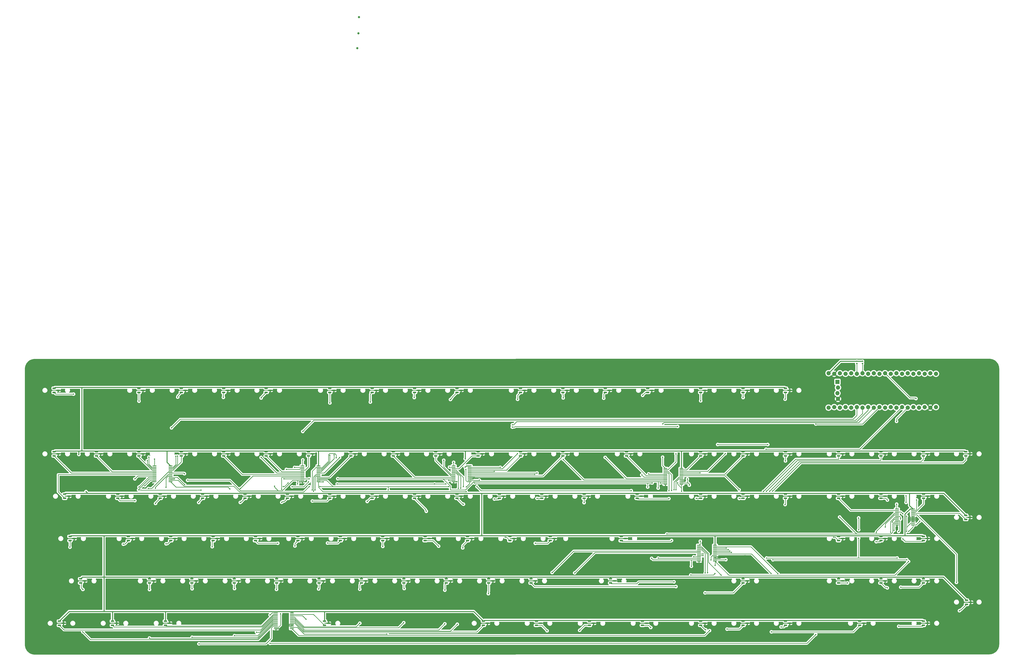
<source format=gbr>
%TF.GenerationSoftware,KiCad,Pcbnew,8.0.7-8.0.7-0~ubuntu24.04.1*%
%TF.CreationDate,2024-12-30T16:45:38-05:00*%
%TF.ProjectId,NAK100,4e414b31-3030-42e6-9b69-6361645f7063,rev?*%
%TF.SameCoordinates,Original*%
%TF.FileFunction,Copper,L1,Top*%
%TF.FilePolarity,Positive*%
%FSLAX46Y46*%
G04 Gerber Fmt 4.6, Leading zero omitted, Abs format (unit mm)*
G04 Created by KiCad (PCBNEW 8.0.7-8.0.7-0~ubuntu24.04.1) date 2024-12-30 16:45:38*
%MOMM*%
%LPD*%
G01*
G04 APERTURE LIST*
G04 Aperture macros list*
%AMRoundRect*
0 Rectangle with rounded corners*
0 $1 Rounding radius*
0 $2 $3 $4 $5 $6 $7 $8 $9 X,Y pos of 4 corners*
0 Add a 4 corners polygon primitive as box body*
4,1,4,$2,$3,$4,$5,$6,$7,$8,$9,$2,$3,0*
0 Add four circle primitives for the rounded corners*
1,1,$1+$1,$2,$3*
1,1,$1+$1,$4,$5*
1,1,$1+$1,$6,$7*
1,1,$1+$1,$8,$9*
0 Add four rect primitives between the rounded corners*
20,1,$1+$1,$2,$3,$4,$5,0*
20,1,$1+$1,$4,$5,$6,$7,0*
20,1,$1+$1,$6,$7,$8,$9,0*
20,1,$1+$1,$8,$9,$2,$3,0*%
G04 Aperture macros list end*
%TA.AperFunction,SMDPad,CuDef*%
%ADD10RoundRect,0.150000X-0.587500X-0.150000X0.587500X-0.150000X0.587500X0.150000X-0.587500X0.150000X0*%
%TD*%
%TA.AperFunction,SMDPad,CuDef*%
%ADD11R,1.750000X0.450000*%
%TD*%
%TA.AperFunction,ComponentPad*%
%ADD12C,1.879600*%
%TD*%
%TA.AperFunction,ComponentPad*%
%ADD13R,1.879600X1.879600*%
%TD*%
%TA.AperFunction,SMDPad,CuDef*%
%ADD14RoundRect,0.135000X-0.185000X0.135000X-0.185000X-0.135000X0.185000X-0.135000X0.185000X0.135000X0*%
%TD*%
%TA.AperFunction,SMDPad,CuDef*%
%ADD15C,1.000000*%
%TD*%
%TA.AperFunction,ViaPad*%
%ADD16C,0.600000*%
%TD*%
%TA.AperFunction,Conductor*%
%ADD17C,0.250000*%
%TD*%
%TA.AperFunction,Conductor*%
%ADD18C,0.400000*%
%TD*%
G04 APERTURE END LIST*
D10*
%TO.P,U26,3,GND*%
%TO.N,GND*%
X229457500Y-137250000D03*
%TO.P,U26,2,OUT*%
%TO.N,AM1:8*%
X227582500Y-138200000D03*
%TO.P,U26,1,VDD*%
%TO.N,+3.3V*%
X227582500Y-136300000D03*
%TD*%
%TO.P,U98,1,VDD*%
%TO.N,+3.3V*%
X494282500Y-193450000D03*
%TO.P,U98,2,OUT*%
%TO.N,AM6:0*%
X494282500Y-195350000D03*
%TO.P,U98,3,GND*%
%TO.N,GND*%
X496157500Y-194400000D03*
%TD*%
%TO.P,U78,1,VDD*%
%TO.N,+3.3V*%
X279970000Y-174400000D03*
%TO.P,U78,2,OUT*%
%TO.N,AM4:12*%
X279970000Y-176300000D03*
%TO.P,U78,3,GND*%
%TO.N,GND*%
X281845000Y-175350000D03*
%TD*%
%TO.P,U84,1,VDD*%
%TO.N,+3.3V*%
X432370000Y-136300000D03*
%TO.P,U84,2,OUT*%
%TO.N,AM5:2*%
X432370000Y-138200000D03*
%TO.P,U84,3,GND*%
%TO.N,GND*%
X434245000Y-137250000D03*
%TD*%
%TO.P,U5,3,GND*%
%TO.N,GND*%
X124682501Y-118200000D03*
%TO.P,U5,2,OUT*%
%TO.N,AM0:4*%
X122807500Y-119150000D03*
%TO.P,U5,1,VDD*%
%TO.N,+3.3V*%
X122807500Y-117250000D03*
%TD*%
%TO.P,U14,3,GND*%
%TO.N,GND*%
X112776251Y-156300000D03*
%TO.P,U14,2,OUT*%
%TO.N,AM0:0*%
X110901250Y-157250000D03*
%TO.P,U14,1,VDD*%
%TO.N,+3.3V*%
X110901250Y-155350000D03*
%TD*%
%TO.P,U30,1,VDD*%
%TO.N,+3.3V*%
X265682500Y-88675000D03*
%TO.P,U30,2,OUT*%
%TO.N,AM1:12*%
X265682500Y-90575000D03*
%TO.P,U30,3,GND*%
%TO.N,GND*%
X267557500Y-89625000D03*
%TD*%
%TO.P,U41,1,VDD*%
%TO.N,+3.3V*%
X289495000Y-155350000D03*
%TO.P,U41,2,OUT*%
%TO.N,AM2:7*%
X289495000Y-157250000D03*
%TO.P,U41,3,GND*%
%TO.N,GND*%
X291370000Y-156300000D03*
%TD*%
%TO.P,U70,1,VDD*%
%TO.N,+3.3V*%
X203770000Y-174400000D03*
%TO.P,U70,2,OUT*%
%TO.N,AM4:4*%
X203770000Y-176300000D03*
%TO.P,U70,3,GND*%
%TO.N,GND*%
X205645000Y-175350000D03*
%TD*%
%TO.P,U21,3,GND*%
%TO.N,GND*%
X200882500Y-89625000D03*
%TO.P,U21,2,OUT*%
%TO.N,AM1:3*%
X199007500Y-90575000D03*
%TO.P,U21,1,VDD*%
%TO.N,+3.3V*%
X199007500Y-88675000D03*
%TD*%
%TO.P,U39,1,VDD*%
%TO.N,+3.3V*%
X284732500Y-136300000D03*
%TO.P,U39,2,OUT*%
%TO.N,AM2:5*%
X284732500Y-138200000D03*
%TO.P,U39,3,GND*%
%TO.N,GND*%
X286607500Y-137250000D03*
%TD*%
%TO.P,U88,1,VDD*%
%TO.N,+3.3V*%
X394270000Y-193450000D03*
%TO.P,U88,2,OUT*%
%TO.N,AM5:6*%
X394270000Y-195350000D03*
%TO.P,U88,3,GND*%
%TO.N,GND*%
X396145000Y-194400000D03*
%TD*%
%TO.P,U87,1,VDD*%
%TO.N,+3.3V*%
X413320000Y-174400000D03*
%TO.P,U87,2,OUT*%
%TO.N,AM5:5*%
X413320000Y-176300000D03*
%TO.P,U87,3,GND*%
%TO.N,GND*%
X415195000Y-175350000D03*
%TD*%
%TO.P,U37,1,VDD*%
%TO.N,+3.3V*%
X265682500Y-136300000D03*
%TO.P,U37,2,OUT*%
%TO.N,AM2:3*%
X265682500Y-138200000D03*
%TO.P,U37,3,GND*%
%TO.N,GND*%
X267557500Y-137250000D03*
%TD*%
%TO.P,U103,1,VDD*%
%TO.N,+3.3V*%
X475232500Y-155350000D03*
%TO.P,U103,2,OUT*%
%TO.N,AM6:5*%
X475232500Y-157250000D03*
%TO.P,U103,3,GND*%
%TO.N,GND*%
X477107500Y-156300000D03*
%TD*%
%TO.P,U6,3,GND*%
%TO.N,GND*%
X143732501Y-118200000D03*
%TO.P,U6,2,OUT*%
%TO.N,AM0:5*%
X141857500Y-119150000D03*
%TO.P,U6,1,VDD*%
%TO.N,+3.3V*%
X141857500Y-117250000D03*
%TD*%
%TO.P,U4,3,GND*%
%TO.N,GND*%
X105632501Y-118200000D03*
%TO.P,U4,2,OUT*%
%TO.N,AM0:3*%
X103757500Y-119150000D03*
%TO.P,U4,1,VDD*%
%TO.N,+3.3V*%
X103757500Y-117250000D03*
%TD*%
%TO.P,U49,1,VDD*%
%TO.N,+3.3V*%
X513332500Y-145825000D03*
%TO.P,U49,2,OUT*%
%TO.N,AM6:10*%
X513332500Y-147725000D03*
%TO.P,U49,3,GND*%
%TO.N,GND*%
X515207500Y-146775000D03*
%TD*%
%TO.P,U82,1,VDD*%
%TO.N,+3.3V*%
X432370000Y-88675000D03*
%TO.P,U82,2,OUT*%
%TO.N,AM5:0*%
X432370000Y-90575000D03*
%TO.P,U82,3,GND*%
%TO.N,GND*%
X434245000Y-89625000D03*
%TD*%
%TO.P,U9,3,GND*%
%TO.N,GND*%
X162782501Y-89625000D03*
%TO.P,U9,2,OUT*%
%TO.N,AM0:8*%
X160907500Y-90575000D03*
%TO.P,U9,1,VDD*%
%TO.N,+3.3V*%
X160907500Y-88675000D03*
%TD*%
%TO.P,U71,1,VDD*%
%TO.N,+3.3V*%
X106138750Y-193450000D03*
%TO.P,U71,2,OUT*%
%TO.N,AM4:5*%
X106138750Y-195350000D03*
%TO.P,U71,3,GND*%
%TO.N,GND*%
X108013750Y-194400000D03*
%TD*%
%TO.P,U56,1,VDD*%
%TO.N,+3.3V*%
X358551250Y-155350000D03*
%TO.P,U56,2,OUT*%
%TO.N,AM3:6*%
X358551250Y-157250000D03*
%TO.P,U56,3,GND*%
%TO.N,GND*%
X360426250Y-156300000D03*
%TD*%
%TO.P,U76,1,VDD*%
%TO.N,+3.3V*%
X241870000Y-174400000D03*
%TO.P,U76,2,OUT*%
%TO.N,AM4:10*%
X241870000Y-176300000D03*
%TO.P,U76,3,GND*%
%TO.N,GND*%
X243745000Y-175350000D03*
%TD*%
%TO.P,U90,1,VDD*%
%TO.N,+3.3V*%
X432370000Y-193450000D03*
%TO.P,U90,2,OUT*%
%TO.N,AM5:8*%
X432370000Y-195350000D03*
%TO.P,U90,3,GND*%
%TO.N,GND*%
X434245000Y-194400000D03*
%TD*%
%TO.P,U50,1,VDD*%
%TO.N,+3.3V*%
X332357500Y-88675000D03*
%TO.P,U50,2,OUT*%
%TO.N,AM3:0*%
X332357500Y-90575000D03*
%TO.P,U50,3,GND*%
%TO.N,GND*%
X334232500Y-89625000D03*
%TD*%
%TO.P,U72,1,VDD*%
%TO.N,+3.3V*%
X129951250Y-193450000D03*
%TO.P,U72,2,OUT*%
%TO.N,AM4:6*%
X129951250Y-195350000D03*
%TO.P,U72,3,GND*%
%TO.N,GND*%
X131826250Y-194400000D03*
%TD*%
%TO.P,U46,1,VDD*%
%TO.N,+3.3V*%
X322832500Y-136300000D03*
%TO.P,U46,2,OUT*%
%TO.N,AM2:12*%
X322832500Y-138200000D03*
%TO.P,U46,3,GND*%
%TO.N,GND*%
X324707500Y-137250000D03*
%TD*%
%TO.P,U36,1,VDD*%
%TO.N,+3.3V*%
X284732500Y-88675000D03*
%TO.P,U36,2,OUT*%
%TO.N,AM2:2*%
X284732500Y-90575000D03*
%TO.P,U36,3,GND*%
%TO.N,GND*%
X286607500Y-89625000D03*
%TD*%
D11*
%TO.P,AM6,1,COM*%
%TO.N,AM6*%
X482420000Y-143018750D03*
%TO.P,AM6,2,I7*%
%TO.N,AM6:7*%
X482420000Y-143668750D03*
%TO.P,AM6,3,I6*%
%TO.N,AM6:6*%
X482420000Y-144318750D03*
%TO.P,AM6,4,I5*%
%TO.N,AM6:5*%
X482420000Y-144968750D03*
%TO.P,AM6,5,I4*%
%TO.N,AM6:4*%
X482420000Y-145618750D03*
%TO.P,AM6,6,I3*%
%TO.N,AM6:3*%
X482420000Y-146268750D03*
%TO.P,AM6,7,I2*%
%TO.N,AM6:2*%
X482420000Y-146918750D03*
%TO.P,AM6,8,I1*%
%TO.N,AM6:1*%
X482420000Y-147568750D03*
%TO.P,AM6,9,I0*%
%TO.N,AM6:0*%
X482420000Y-148218750D03*
%TO.P,AM6,10,S0*%
%TO.N,SELECT0*%
X482420000Y-148868750D03*
%TO.P,AM6,11,S1*%
%TO.N,SELECT1*%
X482420000Y-149518750D03*
%TO.P,AM6,12,GND*%
%TO.N,GND*%
X482420000Y-150168750D03*
%TO.P,AM6,13,S3*%
%TO.N,SELECT3*%
X489620000Y-150168750D03*
%TO.P,AM6,14,S2*%
%TO.N,SELECT2*%
X489620000Y-149518750D03*
%TO.P,AM6,15,~{E}*%
%TO.N,GND*%
X489620000Y-148868750D03*
%TO.P,AM6,16,I15*%
X489620000Y-148218750D03*
%TO.P,AM6,17,I14*%
X489620000Y-147568750D03*
%TO.P,AM6,18,I13*%
X489620000Y-146918750D03*
%TO.P,AM6,19,I12*%
X489620000Y-146268750D03*
%TO.P,AM6,20,I11*%
%TO.N,AM6:11*%
X489620000Y-145618750D03*
%TO.P,AM6,21,I10*%
%TO.N,AM6:10*%
X489620000Y-144968750D03*
%TO.P,AM6,22,I9*%
%TO.N,AM6:9*%
X489620000Y-144318750D03*
%TO.P,AM6,23,I8*%
%TO.N,AM6:8*%
X489620000Y-143668750D03*
%TO.P,AM6,24,VCC*%
%TO.N,+3.3V*%
X489620000Y-143018750D03*
%TD*%
D10*
%TO.P,U104,1,VDD*%
%TO.N,+3.3V*%
X494282500Y-155350000D03*
%TO.P,U104,2,OUT*%
%TO.N,AM6:6*%
X494282500Y-157250000D03*
%TO.P,U104,3,GND*%
%TO.N,GND*%
X496157500Y-156300000D03*
%TD*%
%TO.P,U80,1,VDD*%
%TO.N,+3.3V*%
X296638750Y-193450000D03*
%TO.P,U80,2,OUT*%
%TO.N,AM4:14*%
X296638750Y-195350000D03*
%TO.P,U80,3,GND*%
%TO.N,GND*%
X298513750Y-194400000D03*
%TD*%
%TO.P,U38,1,VDD*%
%TO.N,+3.3V*%
X270445000Y-155350000D03*
%TO.P,U38,2,OUT*%
%TO.N,AM2:4*%
X270445000Y-157250000D03*
%TO.P,U38,3,GND*%
%TO.N,GND*%
X272320000Y-156300000D03*
%TD*%
D11*
%TO.P,AM1,24,VCC*%
%TO.N,+3.3V*%
X222570000Y-123593750D03*
%TO.P,AM1,23,I8*%
%TO.N,AM1:8*%
X222570000Y-124243750D03*
%TO.P,AM1,22,I9*%
%TO.N,AM1:9*%
X222570000Y-124893750D03*
%TO.P,AM1,21,I10*%
%TO.N,AM1:10*%
X222570000Y-125543750D03*
%TO.P,AM1,20,I11*%
%TO.N,AM1:11*%
X222570000Y-126193750D03*
%TO.P,AM1,19,I12*%
%TO.N,AM1:12*%
X222570000Y-126843750D03*
%TO.P,AM1,18,I13*%
%TO.N,AM1:13*%
X222570000Y-127493750D03*
%TO.P,AM1,17,I14*%
%TO.N,AM1:14*%
X222570000Y-128143750D03*
%TO.P,AM1,16,I15*%
%TO.N,AM1:15*%
X222570000Y-128793750D03*
%TO.P,AM1,15,~{E}*%
%TO.N,GND*%
X222570000Y-129443750D03*
%TO.P,AM1,14,S2*%
%TO.N,SELECT2*%
X222570000Y-130093750D03*
%TO.P,AM1,13,S3*%
%TO.N,SELECT3*%
X222570000Y-130743750D03*
%TO.P,AM1,12,GND*%
%TO.N,GND*%
X215370000Y-130743750D03*
%TO.P,AM1,11,S1*%
%TO.N,SELECT1*%
X215370000Y-130093750D03*
%TO.P,AM1,10,S0*%
%TO.N,SELECT0*%
X215370000Y-129443750D03*
%TO.P,AM1,9,I0*%
%TO.N,AM1:0*%
X215370000Y-128793750D03*
%TO.P,AM1,8,I1*%
%TO.N,AM1:1*%
X215370000Y-128143750D03*
%TO.P,AM1,7,I2*%
%TO.N,AM1:2*%
X215370000Y-127493750D03*
%TO.P,AM1,6,I3*%
%TO.N,AM1:3*%
X215370000Y-126843750D03*
%TO.P,AM1,5,I4*%
%TO.N,AM1:4*%
X215370000Y-126193750D03*
%TO.P,AM1,4,I5*%
%TO.N,AM1:5*%
X215370000Y-125543750D03*
%TO.P,AM1,3,I6*%
%TO.N,AM1:6*%
X215370000Y-124893750D03*
%TO.P,AM1,2,I7*%
%TO.N,AM1:7*%
X215370000Y-124243750D03*
%TO.P,AM1,1,COM*%
%TO.N,AM1*%
X215370000Y-123593750D03*
%TD*%
D10*
%TO.P,U7,3,GND*%
%TO.N,GND*%
X105632501Y-89625000D03*
%TO.P,U7,2,OUT*%
%TO.N,AM0:6*%
X103757500Y-90575000D03*
%TO.P,U7,1,VDD*%
%TO.N,+3.3V*%
X103757500Y-88675000D03*
%TD*%
%TO.P,U10,3,GND*%
%TO.N,GND*%
X181832501Y-89625000D03*
%TO.P,U10,2,OUT*%
%TO.N,AM0:9*%
X179957500Y-90575000D03*
%TO.P,U10,1,VDD*%
%TO.N,+3.3V*%
X179957500Y-88675000D03*
%TD*%
%TO.P,U22,3,GND*%
%TO.N,GND*%
X219932500Y-118200000D03*
%TO.P,U22,2,OUT*%
%TO.N,AM1:5*%
X218057500Y-119150000D03*
%TO.P,U22,1,VDD*%
%TO.N,+3.3V*%
X218057500Y-117250000D03*
%TD*%
%TO.P,U85,1,VDD*%
%TO.N,+3.3V*%
X344263750Y-193450000D03*
%TO.P,U85,2,OUT*%
%TO.N,AM5:3*%
X344263750Y-195350000D03*
%TO.P,U85,3,GND*%
%TO.N,GND*%
X346138750Y-194400000D03*
%TD*%
%TO.P,U74,1,VDD*%
%TO.N,+3.3V*%
X225201250Y-193450000D03*
%TO.P,U74,2,OUT*%
%TO.N,AM4:8*%
X225201250Y-195350000D03*
%TO.P,U74,3,GND*%
%TO.N,GND*%
X227076250Y-194400000D03*
%TD*%
%TO.P,U91,1,VDD*%
%TO.N,+3.3V*%
X456182500Y-117250000D03*
%TO.P,U91,2,OUT*%
%TO.N,AM5:9*%
X456182500Y-119150000D03*
%TO.P,U91,3,GND*%
%TO.N,GND*%
X458057500Y-118200000D03*
%TD*%
%TO.P,U59,1,VDD*%
%TO.N,+3.3V*%
X413320000Y-88675000D03*
%TO.P,U59,2,OUT*%
%TO.N,AM3:9*%
X413320000Y-90575000D03*
%TO.P,U59,3,GND*%
%TO.N,GND*%
X415195000Y-89625000D03*
%TD*%
%TO.P,U34,3,GND*%
%TO.N,GND*%
X258032500Y-118200000D03*
%TO.P,U34,2,OUT*%
%TO.N,AM2:0*%
X256157500Y-119150000D03*
%TO.P,U34,1,VDD*%
%TO.N,+3.3V*%
X256157500Y-117250000D03*
%TD*%
%TO.P,U23,3,GND*%
%TO.N,GND*%
X200882500Y-118200000D03*
%TO.P,U23,2,OUT*%
%TO.N,AM1:4*%
X199007500Y-119150000D03*
%TO.P,U23,1,VDD*%
%TO.N,+3.3V*%
X199007500Y-117250000D03*
%TD*%
%TO.P,U35,1,VDD*%
%TO.N,+3.3V*%
X275207500Y-117250000D03*
%TO.P,U35,2,OUT*%
%TO.N,AM2:1*%
X275207500Y-119150000D03*
%TO.P,U35,3,GND*%
%TO.N,GND*%
X277082500Y-118200000D03*
%TD*%
%TO.P,U16,3,GND*%
%TO.N,GND*%
X158020001Y-156300000D03*
%TO.P,U16,2,OUT*%
%TO.N,AM0:14*%
X156145000Y-157250000D03*
%TO.P,U16,1,VDD*%
%TO.N,+3.3V*%
X156145000Y-155350000D03*
%TD*%
%TO.P,U12,3,GND*%
%TO.N,GND*%
X138970001Y-156300000D03*
%TO.P,U12,2,OUT*%
%TO.N,AM0:11*%
X137095000Y-157250000D03*
%TO.P,U12,1,VDD*%
%TO.N,+3.3V*%
X137095000Y-155350000D03*
%TD*%
%TO.P,U64,1,VDD*%
%TO.N,+3.3V*%
X318070000Y-174400000D03*
%TO.P,U64,2,OUT*%
%TO.N,AM3:14*%
X318070000Y-176300000D03*
%TO.P,U64,3,GND*%
%TO.N,GND*%
X319945000Y-175350000D03*
%TD*%
%TO.P,U66,1,VDD*%
%TO.N,+3.3V*%
X115663750Y-174400000D03*
%TO.P,U66,2,OUT*%
%TO.N,AM4:0*%
X115663750Y-176300000D03*
%TO.P,U66,3,GND*%
%TO.N,GND*%
X117538750Y-175350000D03*
%TD*%
D11*
%TO.P,AM4,1,COM*%
%TO.N,AM4*%
X203420000Y-189718750D03*
%TO.P,AM4,2,I7*%
%TO.N,AM4:7*%
X203420000Y-190368750D03*
%TO.P,AM4,3,I6*%
%TO.N,AM4:6*%
X203420000Y-191018750D03*
%TO.P,AM4,4,I5*%
%TO.N,AM4:5*%
X203420000Y-191668750D03*
%TO.P,AM4,5,I4*%
%TO.N,AM4:4*%
X203420000Y-192318750D03*
%TO.P,AM4,6,I3*%
%TO.N,AM4:3*%
X203420000Y-192968750D03*
%TO.P,AM4,7,I2*%
%TO.N,AM4:2*%
X203420000Y-193618750D03*
%TO.P,AM4,8,I1*%
%TO.N,AM4:1*%
X203420000Y-194268750D03*
%TO.P,AM4,9,I0*%
%TO.N,AM4:0*%
X203420000Y-194918750D03*
%TO.P,AM4,10,S0*%
%TO.N,SELECT0*%
X203420000Y-195568750D03*
%TO.P,AM4,11,S1*%
%TO.N,SELECT1*%
X203420000Y-196218750D03*
%TO.P,AM4,12,GND*%
%TO.N,GND*%
X203420000Y-196868750D03*
%TO.P,AM4,13,S3*%
%TO.N,SELECT3*%
X210620000Y-196868750D03*
%TO.P,AM4,14,S2*%
%TO.N,SELECT2*%
X210620000Y-196218750D03*
%TO.P,AM4,15,~{E}*%
%TO.N,GND*%
X210620000Y-195568750D03*
%TO.P,AM4,16,I15*%
X210620000Y-194918750D03*
%TO.P,AM4,17,I14*%
%TO.N,AM4:14*%
X210620000Y-194268750D03*
%TO.P,AM4,18,I13*%
%TO.N,AM4:13*%
X210620000Y-193618750D03*
%TO.P,AM4,19,I12*%
%TO.N,AM4:12*%
X210620000Y-192968750D03*
%TO.P,AM4,20,I11*%
%TO.N,AM4:11*%
X210620000Y-192318750D03*
%TO.P,AM4,21,I10*%
%TO.N,AM4:10*%
X210620000Y-191668750D03*
%TO.P,AM4,22,I9*%
%TO.N,AM4:9*%
X210620000Y-191018750D03*
%TO.P,AM4,23,I8*%
%TO.N,AM4:8*%
X210620000Y-190368750D03*
%TO.P,AM4,24,VCC*%
%TO.N,+3.3V*%
X210620000Y-189718750D03*
%TD*%
D10*
%TO.P,U44,1,VDD*%
%TO.N,+3.3V*%
X313307500Y-117250000D03*
%TO.P,U44,2,OUT*%
%TO.N,AM2:10*%
X313307500Y-119150000D03*
%TO.P,U44,3,GND*%
%TO.N,GND*%
X315182500Y-118200000D03*
%TD*%
%TO.P,U96,1,VDD*%
%TO.N,+3.3V*%
X368076250Y-193450000D03*
%TO.P,U96,2,OUT*%
%TO.N,AM5:14*%
X368076250Y-195350000D03*
%TO.P,U96,3,GND*%
%TO.N,GND*%
X369951250Y-194400000D03*
%TD*%
%TO.P,U99,1,VDD*%
%TO.N,+3.3V*%
X456182500Y-174400000D03*
%TO.P,U99,2,OUT*%
%TO.N,AM6:1*%
X456182500Y-176300000D03*
%TO.P,U99,3,GND*%
%TO.N,GND*%
X458057500Y-175350000D03*
%TD*%
D11*
%TO.P,AM5,24,VCC*%
%TO.N,+3.3V*%
X400700000Y-159325000D03*
%TO.P,AM5,23,I8*%
%TO.N,AM5:8*%
X400700000Y-159975000D03*
%TO.P,AM5,22,I9*%
%TO.N,AM5:9*%
X400700000Y-160625000D03*
%TO.P,AM5,21,I10*%
%TO.N,AM5:10*%
X400700000Y-161275000D03*
%TO.P,AM5,20,I11*%
%TO.N,AM5:11*%
X400700000Y-161925000D03*
%TO.P,AM5,19,I12*%
%TO.N,AM5:12*%
X400700000Y-162575000D03*
%TO.P,AM5,18,I13*%
%TO.N,AM5:13*%
X400700000Y-163225000D03*
%TO.P,AM5,17,I14*%
%TO.N,AM5:14*%
X400700000Y-163875000D03*
%TO.P,AM5,16,I15*%
%TO.N,GND*%
X400700000Y-164525000D03*
%TO.P,AM5,15,~{E}*%
X400700000Y-165175000D03*
%TO.P,AM5,14,S2*%
%TO.N,SELECT2*%
X400700000Y-165825000D03*
%TO.P,AM5,13,S3*%
%TO.N,SELECT3*%
X400700000Y-166475000D03*
%TO.P,AM5,12,GND*%
%TO.N,GND*%
X393500000Y-166475000D03*
%TO.P,AM5,11,S1*%
%TO.N,SELECT1*%
X393500000Y-165825000D03*
%TO.P,AM5,10,S0*%
%TO.N,SELECT0*%
X393500000Y-165175000D03*
%TO.P,AM5,9,I0*%
%TO.N,AM5:0*%
X393500000Y-164525000D03*
%TO.P,AM5,8,I1*%
%TO.N,AM5:1*%
X393500000Y-163875000D03*
%TO.P,AM5,7,I2*%
%TO.N,AM5:2*%
X393500000Y-163225000D03*
%TO.P,AM5,6,I3*%
%TO.N,AM5:3*%
X393500000Y-162575000D03*
%TO.P,AM5,5,I4*%
%TO.N,AM5:4*%
X393500000Y-161925000D03*
%TO.P,AM5,4,I5*%
%TO.N,AM5:5*%
X393500000Y-161275000D03*
%TO.P,AM5,3,I6*%
%TO.N,AM5:6*%
X393500000Y-160625000D03*
%TO.P,AM5,2,I7*%
%TO.N,AM5:7*%
X393500000Y-159975000D03*
%TO.P,AM5,1,COM*%
%TO.N,AM5*%
X393500000Y-159325000D03*
%TD*%
D10*
%TO.P,U17,1,VDD*%
%TO.N,+3.3V*%
X475232500Y-136300000D03*
%TO.P,U17,2,OUT*%
%TO.N,AM6:8*%
X475232500Y-138200000D03*
%TO.P,U17,3,GND*%
%TO.N,GND*%
X477107500Y-137250000D03*
%TD*%
%TO.P,U13,3,GND*%
%TO.N,GND*%
X172307501Y-137250000D03*
%TO.P,U13,2,OUT*%
%TO.N,AM0:12*%
X170432500Y-138200000D03*
%TO.P,U13,1,VDD*%
%TO.N,+3.3V*%
X170432500Y-136300000D03*
%TD*%
%TO.P,U97,3,GND*%
%TO.N,GND*%
X238982500Y-118200000D03*
%TO.P,U97,2,OUT*%
%TO.N,AM1:15*%
X237107500Y-119150000D03*
%TO.P,U97,1,VDD*%
%TO.N,+3.3V*%
X237107500Y-117250000D03*
%TD*%
%TO.P,U19,3,GND*%
%TO.N,GND*%
X191357500Y-137250000D03*
%TO.P,U19,2,OUT*%
%TO.N,AM1:1*%
X189482500Y-138200000D03*
%TO.P,U19,1,VDD*%
%TO.N,+3.3V*%
X189482500Y-136300000D03*
%TD*%
%TO.P,U57,1,VDD*%
%TO.N,+3.3V*%
X394270000Y-88675000D03*
%TO.P,U57,2,OUT*%
%TO.N,AM3:7*%
X394270000Y-90575000D03*
%TO.P,U57,3,GND*%
%TO.N,GND*%
X396145000Y-89625000D03*
%TD*%
%TO.P,U11,3,GND*%
%TO.N,GND*%
X162782501Y-118200000D03*
%TO.P,U11,2,OUT*%
%TO.N,AM0:10*%
X160907500Y-119150000D03*
%TO.P,U11,1,VDD*%
%TO.N,+3.3V*%
X160907500Y-117250000D03*
%TD*%
%TO.P,U83,1,VDD*%
%TO.N,+3.3V*%
X432370000Y-117250000D03*
%TO.P,U83,2,OUT*%
%TO.N,AM5:1*%
X432370000Y-119150000D03*
%TO.P,U83,3,GND*%
%TO.N,GND*%
X434245000Y-118200000D03*
%TD*%
%TO.P,U101,1,VDD*%
%TO.N,+3.3V*%
X494282500Y-174400000D03*
%TO.P,U101,2,OUT*%
%TO.N,AM6:3*%
X494282500Y-176300000D03*
%TO.P,U101,3,GND*%
%TO.N,GND*%
X496157500Y-175350000D03*
%TD*%
%TO.P,U93,1,VDD*%
%TO.N,+3.3V*%
X494282500Y-117250000D03*
%TO.P,U93,2,OUT*%
%TO.N,AM5:11*%
X494282500Y-119150000D03*
%TO.P,U93,3,GND*%
%TO.N,GND*%
X496157500Y-118200000D03*
%TD*%
%TO.P,U45,1,VDD*%
%TO.N,+3.3V*%
X303782500Y-136300000D03*
%TO.P,U45,2,OUT*%
%TO.N,AM2:11*%
X303782500Y-138200000D03*
%TO.P,U45,3,GND*%
%TO.N,GND*%
X305657500Y-137250000D03*
%TD*%
%TO.P,U62,1,VDD*%
%TO.N,+3.3V*%
X413320000Y-136300000D03*
%TO.P,U62,2,OUT*%
%TO.N,AM3:12*%
X413320000Y-138200000D03*
%TO.P,U62,3,GND*%
%TO.N,GND*%
X415195000Y-137250000D03*
%TD*%
%TO.P,U8,3,GND*%
%TO.N,GND*%
X143732501Y-89625000D03*
%TO.P,U8,2,OUT*%
%TO.N,AM0:7*%
X141857500Y-90575000D03*
%TO.P,U8,1,VDD*%
%TO.N,+3.3V*%
X141857500Y-88675000D03*
%TD*%
%TO.P,U89,1,VDD*%
%TO.N,+3.3V*%
X413320000Y-193450000D03*
%TO.P,U89,2,OUT*%
%TO.N,AM5:7*%
X413320000Y-195350000D03*
%TO.P,U89,3,GND*%
%TO.N,GND*%
X415195000Y-194400000D03*
%TD*%
%TO.P,U61,1,VDD*%
%TO.N,+3.3V*%
X413320000Y-117250000D03*
%TO.P,U61,2,OUT*%
%TO.N,AM3:11*%
X413320000Y-119150000D03*
%TO.P,U61,3,GND*%
%TO.N,GND*%
X415195000Y-118200000D03*
%TD*%
D12*
%TO.P,U1,1,PB12*%
%TO.N,SELECT2*%
X499960000Y-82160000D03*
%TO.P,U1,2,PB13*%
%TO.N,PB13_SCK2*%
X497420000Y-81906000D03*
%TO.P,U1,3,PB14*%
%TO.N,PB14_MISO2*%
X494880000Y-82160000D03*
%TO.P,U1,4,PB15*%
%TO.N,PB15_MOSI2*%
X492340000Y-81906000D03*
%TO.P,U1,5,PA8*%
%TO.N,PA8_DISP_DATA*%
X489800000Y-82160000D03*
%TO.P,U1,6,PA9*%
%TO.N,USART1_TX*%
X487260000Y-81906000D03*
%TO.P,U1,7,PA10*%
%TO.N,USART1_RX*%
X484720000Y-82160000D03*
%TO.P,U1,8,PA11*%
%TO.N,USB_D-*%
X482180000Y-81906000D03*
%TO.P,U1,9,PA12*%
%TO.N,USB_D+*%
X479640000Y-82159999D03*
%TO.P,U1,10,PA15*%
%TO.N,SELECT3*%
X477100000Y-81906000D03*
%TO.P,U1,11,PB3*%
%TO.N,PB3_DISP_SCK*%
X474560000Y-82160000D03*
%TO.P,U1,12,PB4*%
%TO.N,PB4_DISP_CS*%
X472020000Y-81906000D03*
%TO.P,U1,13,PB5*%
%TO.N,RGBLED*%
X469480000Y-82159999D03*
%TO.P,U1,14,PB6*%
%TO.N,PB6_SCL1*%
X466940000Y-81906000D03*
%TO.P,U1,15,PB7*%
%TO.N,PB7_SDA1*%
X464400000Y-82160000D03*
%TO.P,U1,16,PB8*%
%TO.N,SELECT1*%
X461860000Y-81906000D03*
%TO.P,U1,17,PB9*%
%TO.N,FLASH_CS*%
X459320001Y-82160000D03*
%TO.P,U1,18,5V*%
%TO.N,unconnected-(U1-5V-Pad18)*%
X456780000Y-81906000D03*
%TO.P,U1,19,GND*%
%TO.N,GND*%
X454240000Y-82160000D03*
%TO.P,U1,20,3V3*%
%TO.N,+3.3V_QWIIC*%
X451700000Y-81906000D03*
%TO.P,U1,21,VBAT*%
%TO.N,unconnected-(U1-VBAT-Pad21)*%
X451700000Y-97400000D03*
%TO.P,U1,22,PC13*%
%TO.N,unconnected-(U1-PC13-Pad22)*%
X454240000Y-97146000D03*
%TO.P,U1,23,PC14*%
%TO.N,SELECT0*%
X456780000Y-97400000D03*
%TO.P,U1,24,PC15*%
%TO.N,unconnected-(U1-PC15-Pad24)*%
X459320001Y-97146000D03*
%TO.P,U1,25,~{RESET}*%
%TO.N,NRST*%
X461860000Y-97400000D03*
%TO.P,U1,26,PA0*%
%TO.N,AM0*%
X464400000Y-97146000D03*
%TO.P,U1,27,PA1*%
%TO.N,AM1*%
X466940000Y-97400000D03*
%TO.P,U1,28,PA2*%
%TO.N,AM2*%
X469480000Y-97146001D03*
%TO.P,U1,29,PA3*%
%TO.N,AM3*%
X472020000Y-97400000D03*
%TO.P,U1,30,PA4*%
%TO.N,AM4*%
X474560000Y-97146000D03*
%TO.P,U1,31,PA5*%
%TO.N,PA5_SCK1*%
X477100000Y-97400000D03*
%TO.P,U1,32,PA6*%
%TO.N,PA6_MISO1*%
X479640000Y-97146001D03*
%TO.P,U1,33,PA7*%
%TO.N,PA7_MOSI1*%
X482180000Y-97400000D03*
%TO.P,U1,34,PB0*%
%TO.N,AM5*%
X484720000Y-97146000D03*
%TO.P,U1,35,PB1*%
%TO.N,AM6*%
X487260000Y-97400000D03*
%TO.P,U1,36,PB2*%
%TO.N,unconnected-(U1-PB2-Pad36)*%
X489800000Y-97146000D03*
%TO.P,U1,37,PB10*%
%TO.N,PWR_SENSE*%
X492340000Y-97400000D03*
%TO.P,U1,38,3V3*%
%TO.N,unconnected-(U1-3V3-Pad38)*%
X494880000Y-97146000D03*
%TO.P,U1,39,GND*%
%TO.N,GND*%
X497420000Y-97400000D03*
%TO.P,U1,40,5V*%
%TO.N,+5V*%
X499960000Y-97146000D03*
D13*
%TO.P,U1,41,3.3V*%
%TO.N,SWD_3.3V*%
X455683000Y-85843000D03*
D12*
%TO.P,U1,42,SWDIO*%
%TO.N,SWDIO*%
X455937000Y-88383000D03*
%TO.P,U1,43,SWSCK*%
%TO.N,SWCLK*%
X455683000Y-90923000D03*
%TO.P,U1,44,GND*%
%TO.N,GND*%
X455937000Y-93463000D03*
%TD*%
D10*
%TO.P,U40,1,VDD*%
%TO.N,+3.3V*%
X294257500Y-117250000D03*
%TO.P,U40,2,OUT*%
%TO.N,AM2:6*%
X294257500Y-119150000D03*
%TO.P,U40,3,GND*%
%TO.N,GND*%
X296132500Y-118200000D03*
%TD*%
%TO.P,U52,1,VDD*%
%TO.N,+3.3V*%
X370457500Y-88675000D03*
%TO.P,U52,2,OUT*%
%TO.N,AM3:2*%
X370457500Y-90575000D03*
%TO.P,U52,3,GND*%
%TO.N,GND*%
X372332500Y-89625000D03*
%TD*%
%TO.P,U28,3,GND*%
%TO.N,GND*%
X229457500Y-89625000D03*
%TO.P,U28,2,OUT*%
%TO.N,AM1:10*%
X227582500Y-90575000D03*
%TO.P,U28,1,VDD*%
%TO.N,+3.3V*%
X227582500Y-88675000D03*
%TD*%
%TO.P,U69,1,VDD*%
%TO.N,+3.3V*%
X184720000Y-174400000D03*
%TO.P,U69,2,OUT*%
%TO.N,AM4:3*%
X184720000Y-176300000D03*
%TO.P,U69,3,GND*%
%TO.N,GND*%
X186595000Y-175350000D03*
%TD*%
%TO.P,U86,1,VDD*%
%TO.N,+3.3V*%
X320451250Y-193450000D03*
%TO.P,U86,2,OUT*%
%TO.N,AM5:4*%
X320451250Y-195350000D03*
%TO.P,U86,3,GND*%
%TO.N,GND*%
X322326250Y-194400000D03*
%TD*%
%TO.P,U2,3,GND*%
%TO.N,GND*%
X134207501Y-137250000D03*
%TO.P,U2,2,OUT*%
%TO.N,AM0:1*%
X132332500Y-138200000D03*
%TO.P,U2,1,VDD*%
%TO.N,+3.3V*%
X132332500Y-136300000D03*
%TD*%
%TO.P,U73,1,VDD*%
%TO.N,+3.3V*%
X153763750Y-193450000D03*
%TO.P,U73,2,OUT*%
%TO.N,AM4:7*%
X153763750Y-195350000D03*
%TO.P,U73,3,GND*%
%TO.N,GND*%
X155638750Y-194400000D03*
%TD*%
%TO.P,U43,1,VDD*%
%TO.N,+3.3V*%
X313307500Y-88675000D03*
%TO.P,U43,2,OUT*%
%TO.N,AM2:9*%
X313307500Y-90575000D03*
%TO.P,U43,3,GND*%
%TO.N,GND*%
X315182500Y-89625000D03*
%TD*%
%TO.P,U47,1,VDD*%
%TO.N,+3.3V*%
X326657500Y-155350000D03*
%TO.P,U47,2,OUT*%
%TO.N,AM2:13*%
X326657500Y-157250000D03*
%TO.P,U47,3,GND*%
%TO.N,GND*%
X328532500Y-156300000D03*
%TD*%
%TO.P,U65,1,VDD*%
%TO.N,+3.3V*%
X513682500Y-184018750D03*
%TO.P,U65,2,OUT*%
%TO.N,AM6:11*%
X513682500Y-185918750D03*
%TO.P,U65,3,GND*%
%TO.N,GND*%
X515557500Y-184968750D03*
%TD*%
%TO.P,U105,1,VDD*%
%TO.N,+3.3V*%
X456182500Y-136300000D03*
%TO.P,U105,2,OUT*%
%TO.N,AM6:7*%
X456182500Y-138200000D03*
%TO.P,U105,3,GND*%
%TO.N,GND*%
X458057500Y-137250000D03*
%TD*%
%TO.P,U102,1,VDD*%
%TO.N,+3.3V*%
X456182500Y-155350000D03*
%TO.P,U102,2,OUT*%
%TO.N,AM6:4*%
X456182500Y-157250000D03*
%TO.P,U102,3,GND*%
%TO.N,GND*%
X458057500Y-156300000D03*
%TD*%
%TO.P,U94,1,VDD*%
%TO.N,+3.3V*%
X513332500Y-117250000D03*
%TO.P,U94,2,OUT*%
%TO.N,AM5:12*%
X513332500Y-119150000D03*
%TO.P,U94,3,GND*%
%TO.N,GND*%
X515207500Y-118200000D03*
%TD*%
%TO.P,U24,3,GND*%
%TO.N,GND*%
X196120000Y-156300000D03*
%TO.P,U24,2,OUT*%
%TO.N,AM1:6*%
X194245000Y-157250000D03*
%TO.P,U24,1,VDD*%
%TO.N,+3.3V*%
X194245000Y-155350000D03*
%TD*%
D14*
%TO.P,R2,1*%
%TO.N,+3.3V_QWIIC*%
X464400000Y-76555000D03*
%TO.P,R2,2*%
%TO.N,PB7_SDA1*%
X464400000Y-77575000D03*
%TD*%
D10*
%TO.P,U79,1,VDD*%
%TO.N,+3.3V*%
X299020000Y-174400000D03*
%TO.P,U79,2,OUT*%
%TO.N,AM4:13*%
X299020000Y-176300000D03*
%TO.P,U79,3,GND*%
%TO.N,GND*%
X300895000Y-175350000D03*
%TD*%
D15*
%TO.P,FID1,*%
%TO.N,*%
X240750000Y78250000D03*
%TD*%
D10*
%TO.P,U15,3,GND*%
%TO.N,GND*%
X153257501Y-137250000D03*
%TO.P,U15,2,OUT*%
%TO.N,AM0:13*%
X151382500Y-138200000D03*
%TO.P,U15,1,VDD*%
%TO.N,+3.3V*%
X151382500Y-136300000D03*
%TD*%
D14*
%TO.P,R1,2*%
%TO.N,PB6_SCL1*%
X466940000Y-77575000D03*
%TO.P,R1,1*%
%TO.N,+3.3V_QWIIC*%
X466940000Y-76555000D03*
%TD*%
D10*
%TO.P,U31,3,GND*%
%TO.N,GND*%
X253270000Y-156300000D03*
%TO.P,U31,2,OUT*%
%TO.N,AM1:13*%
X251395000Y-157250000D03*
%TO.P,U31,1,VDD*%
%TO.N,+3.3V*%
X251395000Y-155350000D03*
%TD*%
D15*
%TO.P,FID2,*%
%TO.N,*%
X240500000Y71000000D03*
%TD*%
D10*
%TO.P,U20,3,GND*%
%TO.N,GND*%
X181832500Y-118200000D03*
%TO.P,U20,2,OUT*%
%TO.N,AM1:2*%
X179957500Y-119150000D03*
%TO.P,U20,1,VDD*%
%TO.N,+3.3V*%
X179957500Y-117250000D03*
%TD*%
%TO.P,U60,1,VDD*%
%TO.N,+3.3V*%
X394270000Y-136300000D03*
%TO.P,U60,2,OUT*%
%TO.N,AM3:10*%
X394270000Y-138200000D03*
%TO.P,U60,3,GND*%
%TO.N,GND*%
X396145000Y-137250000D03*
%TD*%
%TO.P,U100,1,VDD*%
%TO.N,+3.3V*%
X475232500Y-174400000D03*
%TO.P,U100,2,OUT*%
%TO.N,AM6:2*%
X475232500Y-176300000D03*
%TO.P,U100,3,GND*%
%TO.N,GND*%
X477107500Y-175350000D03*
%TD*%
%TO.P,U51,1,VDD*%
%TO.N,+3.3V*%
X351407500Y-88675000D03*
%TO.P,U51,2,OUT*%
%TO.N,AM3:1*%
X351407500Y-90575000D03*
%TO.P,U51,3,GND*%
%TO.N,GND*%
X353282500Y-89625000D03*
%TD*%
D15*
%TO.P,FID3,*%
%TO.N,*%
X240000000Y64250000D03*
%TD*%
D10*
%TO.P,U58,1,VDD*%
%TO.N,+3.3V*%
X394270000Y-117250000D03*
%TO.P,U58,2,OUT*%
%TO.N,AM3:8*%
X394270000Y-119150000D03*
%TO.P,U58,3,GND*%
%TO.N,GND*%
X396145000Y-118200000D03*
%TD*%
%TO.P,U95,1,VDD*%
%TO.N,+3.3V*%
X465707500Y-193450000D03*
%TO.P,U95,2,OUT*%
%TO.N,AM5:13*%
X465707500Y-195350000D03*
%TO.P,U95,3,GND*%
%TO.N,GND*%
X467582500Y-194400000D03*
%TD*%
%TO.P,U53,1,VDD*%
%TO.N,+3.3V*%
X360932500Y-117250000D03*
%TO.P,U53,2,OUT*%
%TO.N,AM3:3*%
X360932500Y-119150000D03*
%TO.P,U53,3,GND*%
%TO.N,GND*%
X362807500Y-118200000D03*
%TD*%
%TO.P,U33,1,VDD*%
%TO.N,+3.3V*%
X494370000Y-136268750D03*
%TO.P,U33,2,OUT*%
%TO.N,AM6:9*%
X494370000Y-138168750D03*
%TO.P,U33,3,GND*%
%TO.N,GND*%
X496245000Y-137218750D03*
%TD*%
%TO.P,U32,3,GND*%
%TO.N,GND*%
X234220000Y-156300000D03*
%TO.P,U32,2,OUT*%
%TO.N,AM1:14*%
X232345000Y-157250000D03*
%TO.P,U32,1,VDD*%
%TO.N,+3.3V*%
X232345000Y-155350000D03*
%TD*%
%TO.P,U55,1,VDD*%
%TO.N,+3.3V*%
X365695000Y-136300000D03*
%TO.P,U55,2,OUT*%
%TO.N,AM3:5*%
X365695000Y-138200000D03*
%TO.P,U55,3,GND*%
%TO.N,GND*%
X367570000Y-137250000D03*
%TD*%
%TO.P,U67,1,VDD*%
%TO.N,+3.3V*%
X146620000Y-174400000D03*
%TO.P,U67,2,OUT*%
%TO.N,AM4:1*%
X146620000Y-176300000D03*
%TO.P,U67,3,GND*%
%TO.N,GND*%
X148495000Y-175350000D03*
%TD*%
%TO.P,U27,3,GND*%
%TO.N,GND*%
X248507500Y-137250000D03*
%TO.P,U27,2,OUT*%
%TO.N,AM1:9*%
X246632500Y-138200000D03*
%TO.P,U27,1,VDD*%
%TO.N,+3.3V*%
X246632500Y-136300000D03*
%TD*%
%TO.P,U18,3,GND*%
%TO.N,GND*%
X210407500Y-137250000D03*
%TO.P,U18,2,OUT*%
%TO.N,AM1:0*%
X208532500Y-138200000D03*
%TO.P,U18,1,VDD*%
%TO.N,+3.3V*%
X208532500Y-136300000D03*
%TD*%
%TO.P,U92,1,VDD*%
%TO.N,+3.3V*%
X475232500Y-117250000D03*
%TO.P,U92,2,OUT*%
%TO.N,AM5:10*%
X475232500Y-119150000D03*
%TO.P,U92,3,GND*%
%TO.N,GND*%
X477107500Y-118200000D03*
%TD*%
%TO.P,U68,1,VDD*%
%TO.N,+3.3V*%
X165670000Y-174400000D03*
%TO.P,U68,2,OUT*%
%TO.N,AM4:2*%
X165670000Y-176300000D03*
%TO.P,U68,3,GND*%
%TO.N,GND*%
X167545000Y-175350000D03*
%TD*%
%TO.P,U63,1,VDD*%
%TO.N,+3.3V*%
X353788750Y-174400000D03*
%TO.P,U63,2,OUT*%
%TO.N,AM3:13*%
X353788750Y-176300000D03*
%TO.P,U63,3,GND*%
%TO.N,GND*%
X355663750Y-175350000D03*
%TD*%
%TO.P,U81,3,GND*%
%TO.N,GND*%
X177070000Y-156300000D03*
%TO.P,U81,2,OUT*%
%TO.N,AM0:15*%
X175195000Y-157250000D03*
%TO.P,U81,1,VDD*%
%TO.N,+3.3V*%
X175195000Y-155350000D03*
%TD*%
D11*
%TO.P,AM3,1,COM*%
%TO.N,AM3*%
X378420000Y-124768750D03*
%TO.P,AM3,2,I7*%
%TO.N,AM3:7*%
X378420000Y-125418750D03*
%TO.P,AM3,3,I6*%
%TO.N,AM3:6*%
X378420000Y-126068750D03*
%TO.P,AM3,4,I5*%
%TO.N,AM3:5*%
X378420000Y-126718750D03*
%TO.P,AM3,5,I4*%
%TO.N,AM3:4*%
X378420000Y-127368750D03*
%TO.P,AM3,6,I3*%
%TO.N,AM3:3*%
X378420000Y-128018750D03*
%TO.P,AM3,7,I2*%
%TO.N,AM3:2*%
X378420000Y-128668750D03*
%TO.P,AM3,8,I1*%
%TO.N,AM3:1*%
X378420000Y-129318750D03*
%TO.P,AM3,9,I0*%
%TO.N,AM3:0*%
X378420000Y-129968750D03*
%TO.P,AM3,10,S0*%
%TO.N,SELECT0*%
X378420000Y-130618750D03*
%TO.P,AM3,11,S1*%
%TO.N,SELECT1*%
X378420000Y-131268750D03*
%TO.P,AM3,12,GND*%
%TO.N,GND*%
X378420000Y-131918750D03*
%TO.P,AM3,13,S3*%
%TO.N,SELECT3*%
X385620000Y-131918750D03*
%TO.P,AM3,14,S2*%
%TO.N,SELECT2*%
X385620000Y-131268750D03*
%TO.P,AM3,15,~{E}*%
%TO.N,GND*%
X385620000Y-130618750D03*
%TO.P,AM3,16,I15*%
X385620000Y-129968750D03*
%TO.P,AM3,17,I14*%
%TO.N,AM3:14*%
X385620000Y-129318750D03*
%TO.P,AM3,18,I13*%
%TO.N,AM3:13*%
X385620000Y-128668750D03*
%TO.P,AM3,19,I12*%
%TO.N,AM3:12*%
X385620000Y-128018750D03*
%TO.P,AM3,20,I11*%
%TO.N,AM3:11*%
X385620000Y-127368750D03*
%TO.P,AM3,21,I10*%
%TO.N,AM3:10*%
X385620000Y-126718750D03*
%TO.P,AM3,22,I9*%
%TO.N,AM3:9*%
X385620000Y-126068750D03*
%TO.P,AM3,23,I8*%
%TO.N,AM3:8*%
X385620000Y-125418750D03*
%TO.P,AM3,24,VCC*%
%TO.N,+3.3V*%
X385620000Y-124768750D03*
%TD*%
D10*
%TO.P,U25,3,GND*%
%TO.N,GND*%
X215170000Y-156300000D03*
%TO.P,U25,2,OUT*%
%TO.N,AM1:7*%
X213295000Y-157250000D03*
%TO.P,U25,1,VDD*%
%TO.N,+3.3V*%
X213295000Y-155350000D03*
%TD*%
%TO.P,U48,1,VDD*%
%TO.N,+3.3V*%
X332357500Y-117250000D03*
%TO.P,U48,2,OUT*%
%TO.N,AM2:14*%
X332357500Y-119150000D03*
%TO.P,U48,3,GND*%
%TO.N,GND*%
X334232500Y-118200000D03*
%TD*%
%TO.P,U3,3,GND*%
%TO.N,GND*%
X110395001Y-137250000D03*
%TO.P,U3,2,OUT*%
%TO.N,AM0:2*%
X108520000Y-138200000D03*
%TO.P,U3,1,VDD*%
%TO.N,+3.3V*%
X108520000Y-136300000D03*
%TD*%
D11*
%TO.P,AM2,1,COM*%
%TO.N,AM2*%
X283270000Y-123593750D03*
%TO.P,AM2,2,I7*%
%TO.N,AM2:7*%
X283270000Y-124243750D03*
%TO.P,AM2,3,I6*%
%TO.N,AM2:6*%
X283270000Y-124893750D03*
%TO.P,AM2,4,I5*%
%TO.N,AM2:5*%
X283270000Y-125543750D03*
%TO.P,AM2,5,I4*%
%TO.N,AM2:4*%
X283270000Y-126193750D03*
%TO.P,AM2,6,I3*%
%TO.N,AM2:3*%
X283270000Y-126843750D03*
%TO.P,AM2,7,I2*%
%TO.N,AM2:2*%
X283270000Y-127493750D03*
%TO.P,AM2,8,I1*%
%TO.N,AM2:1*%
X283270000Y-128143750D03*
%TO.P,AM2,9,I0*%
%TO.N,AM2:0*%
X283270000Y-128793750D03*
%TO.P,AM2,10,S0*%
%TO.N,SELECT0*%
X283270000Y-129443750D03*
%TO.P,AM2,11,S1*%
%TO.N,SELECT1*%
X283270000Y-130093750D03*
%TO.P,AM2,12,GND*%
%TO.N,GND*%
X283270000Y-130743750D03*
%TO.P,AM2,13,S3*%
%TO.N,SELECT3*%
X290470000Y-130743750D03*
%TO.P,AM2,14,S2*%
%TO.N,SELECT2*%
X290470000Y-130093750D03*
%TO.P,AM2,15,~{E}*%
%TO.N,GND*%
X290470000Y-129443750D03*
%TO.P,AM2,16,I15*%
X290470000Y-128793750D03*
%TO.P,AM2,17,I14*%
%TO.N,AM2:14*%
X290470000Y-128143750D03*
%TO.P,AM2,18,I13*%
%TO.N,AM2:13*%
X290470000Y-127493750D03*
%TO.P,AM2,19,I12*%
%TO.N,AM2:12*%
X290470000Y-126843750D03*
%TO.P,AM2,20,I11*%
%TO.N,AM2:11*%
X290470000Y-126193750D03*
%TO.P,AM2,21,I10*%
%TO.N,AM2:10*%
X290470000Y-125543750D03*
%TO.P,AM2,22,I9*%
%TO.N,AM2:9*%
X290470000Y-124893750D03*
%TO.P,AM2,23,I8*%
%TO.N,AM2:8*%
X290470000Y-124243750D03*
%TO.P,AM2,24,VCC*%
%TO.N,+3.3V*%
X290470000Y-123593750D03*
%TD*%
%TO.P,AM0,24,VCC*%
%TO.N,+3.3V*%
X156070000Y-123593750D03*
%TO.P,AM0,23,I8*%
%TO.N,AM0:8*%
X156070000Y-124243750D03*
%TO.P,AM0,22,I9*%
%TO.N,AM0:9*%
X156070000Y-124893750D03*
%TO.P,AM0,21,I10*%
%TO.N,AM0:10*%
X156070000Y-125543750D03*
%TO.P,AM0,20,I11*%
%TO.N,AM0:11*%
X156070000Y-126193750D03*
%TO.P,AM0,19,I12*%
%TO.N,AM0:12*%
X156070000Y-126843750D03*
%TO.P,AM0,18,I13*%
%TO.N,AM0:13*%
X156070000Y-127493750D03*
%TO.P,AM0,17,I14*%
%TO.N,AM0:14*%
X156070000Y-128143750D03*
%TO.P,AM0,16,I15*%
%TO.N,AM0:15*%
X156070000Y-128793750D03*
%TO.P,AM0,15,~{E}*%
%TO.N,GND*%
X156070000Y-129443750D03*
%TO.P,AM0,14,S2*%
%TO.N,SELECT2*%
X156070000Y-130093750D03*
%TO.P,AM0,13,S3*%
%TO.N,SELECT3*%
X156070000Y-130743750D03*
%TO.P,AM0,12,GND*%
%TO.N,GND*%
X148870000Y-130743750D03*
%TO.P,AM0,11,S1*%
%TO.N,SELECT1*%
X148870000Y-130093750D03*
%TO.P,AM0,10,S0*%
%TO.N,SELECT0*%
X148870000Y-129443750D03*
%TO.P,AM0,9,I0*%
%TO.N,AM0:0*%
X148870000Y-128793750D03*
%TO.P,AM0,8,I1*%
%TO.N,AM0:1*%
X148870000Y-128143750D03*
%TO.P,AM0,7,I2*%
%TO.N,AM0:2*%
X148870000Y-127493750D03*
%TO.P,AM0,6,I3*%
%TO.N,AM0:3*%
X148870000Y-126843750D03*
%TO.P,AM0,5,I4*%
%TO.N,AM0:4*%
X148870000Y-126193750D03*
%TO.P,AM0,4,I5*%
%TO.N,AM0:5*%
X148870000Y-125543750D03*
%TO.P,AM0,3,I6*%
%TO.N,AM0:6*%
X148870000Y-124893750D03*
%TO.P,AM0,2,I7*%
%TO.N,AM0:7*%
X148870000Y-124243750D03*
%TO.P,AM0,1,COM*%
%TO.N,AM0*%
X148870000Y-123593750D03*
%TD*%
D10*
%TO.P,U75,1,VDD*%
%TO.N,+3.3V*%
X222820000Y-174400000D03*
%TO.P,U75,2,OUT*%
%TO.N,AM4:9*%
X222820000Y-176300000D03*
%TO.P,U75,3,GND*%
%TO.N,GND*%
X224695000Y-175350000D03*
%TD*%
%TO.P,U29,3,GND*%
%TO.N,GND*%
X248507500Y-89625000D03*
%TO.P,U29,2,OUT*%
%TO.N,AM1:11*%
X246632500Y-90575000D03*
%TO.P,U29,1,VDD*%
%TO.N,+3.3V*%
X246632500Y-88675000D03*
%TD*%
%TO.P,U77,1,VDD*%
%TO.N,+3.3V*%
X260920000Y-174400000D03*
%TO.P,U77,2,OUT*%
%TO.N,AM4:11*%
X260920000Y-176300000D03*
%TO.P,U77,3,GND*%
%TO.N,GND*%
X262795000Y-175350000D03*
%TD*%
%TO.P,U42,1,VDD*%
%TO.N,+3.3V*%
X308545000Y-155350000D03*
%TO.P,U42,2,OUT*%
%TO.N,AM2:8*%
X308545000Y-157250000D03*
%TO.P,U42,3,GND*%
%TO.N,GND*%
X310420000Y-156300000D03*
%TD*%
%TO.P,U54,1,VDD*%
%TO.N,+3.3V*%
X341882500Y-136300000D03*
%TO.P,U54,2,OUT*%
%TO.N,AM3:4*%
X341882500Y-138200000D03*
%TO.P,U54,3,GND*%
%TO.N,GND*%
X343757500Y-137250000D03*
%TD*%
D16*
%TO.N,GND*%
X487850000Y-147525000D03*
X403925000Y-157600000D03*
%TO.N,AM0*%
X148875000Y-120550000D03*
X156525000Y-106500000D03*
%TO.N,AM1*%
X215500000Y-120900000D03*
X215475000Y-108125000D03*
%TO.N,AM2*%
X309650000Y-105125000D03*
X283250000Y-122025000D03*
%TO.N,AM3*%
X377150000Y-119700000D03*
X377200000Y-104700000D03*
%TO.N,AM4*%
X200775000Y-203450000D03*
X200775000Y-190650000D03*
X445950000Y-199475000D03*
X445975000Y-104775000D03*
%TO.N,AM5*%
X394075000Y-157500000D03*
X423600000Y-116150000D03*
%TO.N,AM6*%
X482325000Y-140850000D03*
X482275000Y-103600000D03*
%TO.N,SELECT3*%
X492700000Y-148500000D03*
X491000000Y-93325000D03*
%TO.N,SELECT2*%
X486525000Y-137075000D03*
X486525000Y-140050000D03*
X486750000Y-146275000D03*
%TO.N,SELECT1*%
X465225000Y-156200000D03*
X465250000Y-152375000D03*
X465225000Y-147025000D03*
%TO.N,SELECT0*%
X456700000Y-146625000D03*
%TO.N,GND*%
X217625000Y-126775000D03*
X227350000Y-126750000D03*
X297150000Y-122550000D03*
X398675000Y-157550000D03*
X284725000Y-130750000D03*
X268300000Y-133825000D03*
X277325000Y-133925000D03*
X414175000Y-163975000D03*
X217075000Y-130225000D03*
X417450000Y-170400000D03*
X493825000Y-143450000D03*
X482400000Y-151675000D03*
X378450000Y-133375000D03*
X207925000Y-195575000D03*
X231325000Y-127225000D03*
X213975000Y-130775000D03*
X213900000Y-134425000D03*
X170675000Y-119225000D03*
X147375000Y-131300000D03*
X157875000Y-129468750D03*
%TO.N,+3.3V*%
X118100000Y-135200000D03*
X114875000Y-118500000D03*
%TO.N,GND*%
X292600000Y-128825000D03*
X287400000Y-126400000D03*
X291350000Y-134300000D03*
X404100000Y-132475000D03*
X182250000Y-198700000D03*
X157600000Y-199200000D03*
X130500000Y-198900000D03*
X115575000Y-129700000D03*
X248975000Y-134025000D03*
X438900000Y-169425000D03*
%TO.N,AM5:13*%
X426025000Y-198275000D03*
X425925000Y-172025000D03*
%TO.N,GND*%
X430500000Y-151000000D03*
X414500000Y-145450000D03*
X205625000Y-143150000D03*
X274600000Y-137950000D03*
X280300000Y-144625000D03*
%TO.N,SELECT2*%
X424400000Y-114000000D03*
X401900000Y-114000000D03*
%TO.N,GND*%
X387250000Y-130375000D03*
X387375000Y-122925000D03*
X378925000Y-122400000D03*
X382025000Y-125050000D03*
X327300000Y-122125000D03*
X329500000Y-124500000D03*
%TO.N,SELECT3*%
X309625000Y-106200000D03*
X288775000Y-125250000D03*
%TO.N,+3.3V*%
X288425000Y-124200000D03*
X288450000Y-120425000D03*
%TO.N,SELECT3*%
X383875000Y-131200000D03*
X383925000Y-105875000D03*
X288900000Y-135175000D03*
X288975000Y-133100000D03*
X218075000Y-130825000D03*
X208887500Y-131262500D03*
X224650000Y-130775000D03*
X206700000Y-132950000D03*
X182700000Y-134000000D03*
X210650000Y-133000000D03*
X398225000Y-197700000D03*
X487650000Y-166600000D03*
X487675000Y-153050000D03*
X385650000Y-135025000D03*
X400725000Y-168400000D03*
X400700000Y-172025000D03*
X389800000Y-172700000D03*
%TO.N,SELECT1*%
X423850000Y-165050000D03*
X481125000Y-152650000D03*
X390075000Y-168775000D03*
X482550000Y-165050000D03*
X370450000Y-133125000D03*
X372225000Y-165200000D03*
X372450000Y-131300000D03*
X292604933Y-131304933D03*
X376125000Y-131275000D03*
X279775000Y-131750000D03*
X205500000Y-190150000D03*
X202825000Y-132725000D03*
X213175000Y-131750000D03*
X230950000Y-131750000D03*
X281025000Y-130100000D03*
X274716942Y-131741942D03*
X163750000Y-130075000D03*
X144500000Y-132550000D03*
%TO.N,SELECT2*%
X388300000Y-129550000D03*
X253850000Y-134450000D03*
X253275000Y-199250000D03*
X486875000Y-165825000D03*
X486750000Y-153025000D03*
X405550000Y-165800000D03*
X426700000Y-165850000D03*
X389150000Y-132275000D03*
X363075000Y-134775000D03*
X293750000Y-132950000D03*
X294800000Y-129993750D03*
X281125000Y-132925000D03*
X218350000Y-132925000D03*
X223125000Y-132925000D03*
%TO.N,SELECT0*%
X168825000Y-203675000D03*
X379050000Y-154275000D03*
X375150000Y-133600000D03*
X375150000Y-165125000D03*
X231200000Y-129375000D03*
X218350000Y-129400000D03*
X169825000Y-134500000D03*
X207025000Y-129425000D03*
%TO.N,AM5:8*%
X430375000Y-196050000D03*
X428975000Y-172125000D03*
%TO.N,AM5:14*%
X371825000Y-196325000D03*
X398850000Y-165975000D03*
%TO.N,AM5:12*%
X408100000Y-162550000D03*
X426550000Y-134975000D03*
%TO.N,AM5:11*%
X407325000Y-161925000D03*
X425200000Y-135025000D03*
%TO.N,AM5:10*%
X406700000Y-161275000D03*
X423800000Y-135025000D03*
%TO.N,AM5:9*%
X405775000Y-160600000D03*
X422450000Y-135100000D03*
%TO.N,AM5:0*%
X432200000Y-93625000D03*
X391125000Y-164525000D03*
%TO.N,AM5:1*%
X432350000Y-121375000D03*
X395375000Y-164025003D03*
%TO.N,AM5:2*%
X432175000Y-141000000D03*
X395375000Y-163225000D03*
%TO.N,AM5:3*%
X339875000Y-197575000D03*
X337650000Y-171750000D03*
%TO.N,AM5:4*%
X325250000Y-197775000D03*
X327500000Y-171600000D03*
%TO.N,AM5:5*%
X396225000Y-180725000D03*
X396300000Y-171800000D03*
%TO.N,AM5:6*%
X396550000Y-197350000D03*
X397400000Y-171700000D03*
%TO.N,AM5:7*%
X406100000Y-197025000D03*
X403475000Y-172750000D03*
%TO.N,AM0:11*%
X134850000Y-158825000D03*
X146075000Y-133775000D03*
%TO.N,AM0:7*%
X141900000Y-94500000D03*
X146350000Y-119675000D03*
%TO.N,AM0:8*%
X159300000Y-92675000D03*
X158427031Y-119281998D03*
%TO.N,AM0:15*%
X162425000Y-132100000D03*
X174800000Y-160000000D03*
%TO.N,AM0:1*%
X140050000Y-139250000D03*
X140025000Y-129450000D03*
%TO.N,AM0:6*%
X112500000Y-91325000D03*
X145625000Y-121250000D03*
%TO.N,AM0:12*%
X168725000Y-140075000D03*
X162300000Y-127125000D03*
%TO.N,AM0:9*%
X159225000Y-119225000D03*
X179800000Y-92800000D03*
%TO.N,AM0:14*%
X154050000Y-133250000D03*
X154050000Y-158675000D03*
%TO.N,AM0:0*%
X141900000Y-133125000D03*
X110875000Y-160175000D03*
%TO.N,AM0:13*%
X149325000Y-133675000D03*
X149325000Y-140525000D03*
%TO.N,AM1:13*%
X251425000Y-159850000D03*
X220350000Y-135000000D03*
%TO.N,AM1:0*%
X206000000Y-134150000D03*
X206025000Y-140000000D03*
%TO.N,AM1:7*%
X211950000Y-159650000D03*
X211800000Y-124300000D03*
%TO.N,AM1:6*%
X204250000Y-158400000D03*
X208100000Y-125200000D03*
%TO.N,AM1:12*%
X232025000Y-119875000D03*
X265575000Y-92875000D03*
%TO.N,AM1:9*%
X230525000Y-120000000D03*
X244425000Y-139625000D03*
%TO.N,AM1:10*%
X227650000Y-95300000D03*
X227625000Y-118825000D03*
%TO.N,AM1:8*%
X219700000Y-134425000D03*
X219775000Y-139425000D03*
%TO.N,AM1:14*%
X226600000Y-158325000D03*
X220975000Y-134475000D03*
%TO.N,AM1:3*%
X196775000Y-93075000D03*
X196775000Y-119825000D03*
%TO.N,AM1:1*%
X187400000Y-133825000D03*
X187400000Y-140050000D03*
%TO.N,AM1:11*%
X229525000Y-118625000D03*
X245850000Y-94900000D03*
%TO.N,AM2:2*%
X278825000Y-121075000D03*
X281825000Y-93775000D03*
%TO.N,AM2:13*%
X319950000Y-158425000D03*
X319700000Y-127475000D03*
%TO.N,AM2:3*%
X285375000Y-133725000D03*
X270975000Y-144025000D03*
%TO.N,AM2:4*%
X276525000Y-159725000D03*
X286450000Y-133700000D03*
%TO.N,AM2:9*%
X312000000Y-93675000D03*
X311975000Y-118075000D03*
%TO.N,AM2:8*%
X306400000Y-155675000D03*
X304200000Y-124268750D03*
%TO.N,AM2:7*%
X287350000Y-160500000D03*
X281400000Y-124175000D03*
%TO.N,AM2:11*%
X301550000Y-126168750D03*
X301550000Y-138525000D03*
%TO.N,AM2:12*%
X320725000Y-126800000D03*
X320725000Y-138225000D03*
%TO.N,AM2:5*%
X287675000Y-140850000D03*
X287675000Y-132900000D03*
%TO.N,AM3:1*%
X351375000Y-119800000D03*
X350700000Y-93175000D03*
%TO.N,AM3:0*%
X332500000Y-120700000D03*
X332500000Y-93050000D03*
%TO.N,AM3:9*%
X413325000Y-92875000D03*
X405300000Y-118125000D03*
%TO.N,AM3:13*%
X382275000Y-175775000D03*
X382275000Y-134350000D03*
%TO.N,AM3:10*%
X393975000Y-126743750D03*
X392275000Y-138225000D03*
%TO.N,AM3:2*%
X368175000Y-91875000D03*
X367800000Y-127700000D03*
%TO.N,AM3:12*%
X411575000Y-138275000D03*
X411525000Y-134375000D03*
%TO.N,AM3:7*%
X383125000Y-118150000D03*
X394250000Y-94350000D03*
%TO.N,AM3:4*%
X370900000Y-127225000D03*
X341875000Y-140150000D03*
%TO.N,AM3:14*%
X383150000Y-177900000D03*
X383150000Y-134325000D03*
%TO.N,AM3:6*%
X381175000Y-134650000D03*
X381175000Y-157175000D03*
%TO.N,AM3:5*%
X380050000Y-134750000D03*
X380000000Y-138350000D03*
%TO.N,AM4:4*%
X203680000Y-179190000D03*
X194700000Y-198440000D03*
%TO.N,AM4:9*%
X216940000Y-192630000D03*
X222600000Y-178990000D03*
%TO.N,AM4:0*%
X116700000Y-179210000D03*
X116630000Y-198280000D03*
%TO.N,AM4:12*%
X279290000Y-194660000D03*
X279320000Y-179500000D03*
%TO.N,AM4:11*%
X260840000Y-194140000D03*
X261050000Y-178800000D03*
%TO.N,AM4:3*%
X184800000Y-178810000D03*
X184790000Y-200000000D03*
%TO.N,AM4:13*%
X298880000Y-181100000D03*
X284890000Y-194850000D03*
%TO.N,AM4:1*%
X146610000Y-201060000D03*
X146620000Y-179260000D03*
%TO.N,AM4:10*%
X241100000Y-194380000D03*
X241080000Y-179100000D03*
%TO.N,AM4:2*%
X165740000Y-200690000D03*
X165760000Y-178900000D03*
%TO.N,AM6:4*%
X454025000Y-155675000D03*
X477250000Y-151150000D03*
%TO.N,AM6:0*%
X483225000Y-195775000D03*
X483200000Y-153175000D03*
%TO.N,AM6:5*%
X473175000Y-153625000D03*
X473100000Y-157725000D03*
%TO.N,AM6:6*%
X485075000Y-156475000D03*
X485100000Y-145175000D03*
%TO.N,AM6:3*%
X484075000Y-147500000D03*
X484150000Y-178175000D03*
%TO.N,AM6:11*%
X509175000Y-176025000D03*
X510500000Y-188775000D03*
%TO.N,AM6:8*%
X478150000Y-138975000D03*
X491300000Y-138925000D03*
%TO.N,AM6:2*%
X479575000Y-153450000D03*
X478125000Y-178500000D03*
%TO.N,AM6:1*%
X460275000Y-176300000D03*
X480370558Y-148895558D03*
%TD*%
D17*
%TO.N,SELECT2*%
X486750000Y-151263750D02*
X486750000Y-146275000D01*
%TO.N,SELECT3*%
X489620000Y-150168750D02*
X491031250Y-150168750D01*
X491031250Y-150168750D02*
X492700000Y-148500000D01*
D18*
%TO.N,+3.3V_QWIIC*%
X466940000Y-76555000D02*
X464400000Y-76555000D01*
D17*
%TO.N,PB6_SCL1*%
X466940000Y-77575000D02*
X466940000Y-81906000D01*
%TO.N,PB7_SDA1*%
X464400000Y-77575000D02*
X464400000Y-82160000D01*
%TO.N,AM0*%
X156525000Y-106500000D02*
X160400000Y-102625000D01*
X148870000Y-120555000D02*
X148875000Y-120550000D01*
X160400000Y-102625000D02*
X462725000Y-102625000D01*
X148870000Y-123593750D02*
X148870000Y-120555000D01*
X464400000Y-100950000D02*
X464400000Y-97146000D01*
X462725000Y-102625000D02*
X464400000Y-100950000D01*
%TO.N,AM1*%
X215475000Y-108125000D02*
X220450000Y-103150000D01*
X215370000Y-121030000D02*
X215500000Y-120900000D01*
X220450000Y-103150000D02*
X463850000Y-103150000D01*
X215370000Y-123593750D02*
X215370000Y-121030000D01*
X463850000Y-103150000D02*
X466940000Y-100060000D01*
X466940000Y-100060000D02*
X466940000Y-97400000D01*
%TO.N,AM2*%
X469480000Y-98545000D02*
X469480000Y-97146001D01*
X311600000Y-103700000D02*
X464325000Y-103700000D01*
X310175000Y-105125000D02*
X311600000Y-103700000D01*
X283270000Y-123593750D02*
X283270000Y-122045000D01*
X283270000Y-122045000D02*
X283250000Y-122025000D01*
X309650000Y-105125000D02*
X310175000Y-105125000D01*
X464325000Y-103700000D02*
X469480000Y-98545000D01*
%TO.N,AM3*%
X377200000Y-104700000D02*
X377750000Y-104150000D01*
X377150000Y-123498750D02*
X377150000Y-119700000D01*
X378420000Y-124768750D02*
X377150000Y-123498750D01*
X377750000Y-104150000D02*
X465270000Y-104150000D01*
X465270000Y-104150000D02*
X472020000Y-97400000D01*
%TO.N,AM4*%
X466931000Y-104775000D02*
X474560000Y-97146000D01*
X203420000Y-189718750D02*
X201706250Y-189718750D01*
X201706250Y-189718750D02*
X200775000Y-190650000D01*
X445975000Y-104775000D02*
X466931000Y-104775000D01*
X441975000Y-203450000D02*
X445950000Y-199475000D01*
X200775000Y-203450000D02*
X441975000Y-203450000D01*
%TO.N,AM5*%
X394075000Y-158750000D02*
X393500000Y-159325000D01*
X484720000Y-97146000D02*
X465716000Y-116150000D01*
X465716000Y-116150000D02*
X423600000Y-116150000D01*
X394075000Y-157500000D02*
X394075000Y-158750000D01*
%TO.N,AM6*%
X482325000Y-140850000D02*
X482325000Y-142923750D01*
X482325000Y-142923750D02*
X482420000Y-143018750D01*
X487260000Y-97400000D02*
X482275000Y-102385000D01*
X482275000Y-102385000D02*
X482275000Y-103600000D01*
%TO.N,SELECT3*%
X491000000Y-93325000D02*
X490750000Y-93075000D01*
X490750000Y-93075000D02*
X488269000Y-93075000D01*
X488269000Y-93075000D02*
X477100000Y-81906000D01*
%TO.N,SELECT2*%
X487631875Y-150381875D02*
X486750000Y-151263750D01*
X488495000Y-149518750D02*
X487631875Y-150381875D01*
X487631875Y-150381875D02*
X488025000Y-149988750D01*
X486525000Y-140050000D02*
X486525000Y-137075000D01*
%TO.N,SELECT1*%
X465175000Y-165050000D02*
X465175000Y-156250000D01*
X465175000Y-156250000D02*
X465225000Y-156200000D01*
X482550000Y-165050000D02*
X465175000Y-165050000D01*
X465250000Y-152375000D02*
X465250000Y-147050000D01*
X465175000Y-165050000D02*
X423850000Y-165050000D01*
X465250000Y-147050000D02*
X465225000Y-147025000D01*
%TO.N,SELECT0*%
X464325000Y-154250000D02*
X456700000Y-146625000D01*
X471475000Y-154250000D02*
X464325000Y-154250000D01*
X479675000Y-154250000D02*
X471475000Y-154250000D01*
X471475000Y-154250000D02*
X379075000Y-154250000D01*
%TO.N,SELECT3*%
X309625000Y-106200000D02*
X310575000Y-106200000D01*
X310575000Y-106200000D02*
X310900000Y-105875000D01*
D18*
%TO.N,GND*%
X284718750Y-130743750D02*
X284725000Y-130750000D01*
X283270000Y-130743750D02*
X284718750Y-130743750D01*
X393500000Y-167750000D02*
X393525000Y-167775000D01*
X393500000Y-166475000D02*
X393500000Y-167750000D01*
X400700000Y-164525000D02*
X403600000Y-164525000D01*
X403600000Y-164525000D02*
X413625000Y-164525000D01*
X400700000Y-165175000D02*
X402950000Y-165175000D01*
X402950000Y-165175000D02*
X403600000Y-164525000D01*
X400700000Y-164525000D02*
X400700000Y-165175000D01*
X413625000Y-164525000D02*
X414175000Y-163975000D01*
X215370000Y-130743750D02*
X216556250Y-130743750D01*
X216556250Y-130743750D02*
X217075000Y-130225000D01*
X378420000Y-131918750D02*
X378420000Y-133345000D01*
X378420000Y-133345000D02*
X378450000Y-133375000D01*
X210620000Y-194918750D02*
X208581250Y-194918750D01*
X208581250Y-194918750D02*
X207925000Y-195575000D01*
X482420000Y-150168750D02*
X482420000Y-151655000D01*
X482420000Y-151655000D02*
X482400000Y-151675000D01*
X290470000Y-129443750D02*
X291981250Y-129443750D01*
X291981250Y-129443750D02*
X292600000Y-128825000D01*
X210620000Y-194918750D02*
X210620000Y-195568750D01*
X203420000Y-196868750D02*
X206631250Y-196868750D01*
X206631250Y-196868750D02*
X207925000Y-195575000D01*
X207931250Y-195568750D02*
X207925000Y-195575000D01*
X210620000Y-195568750D02*
X207931250Y-195568750D01*
X229106250Y-129443750D02*
X231325000Y-127225000D01*
X222570000Y-129443750D02*
X229106250Y-129443750D01*
X213975000Y-130775000D02*
X215338750Y-130775000D01*
X215338750Y-130775000D02*
X215370000Y-130743750D01*
%TO.N,+3.3V*%
X116200000Y-116875000D02*
X154450000Y-116875000D01*
X156070000Y-123593750D02*
X154450000Y-121973750D01*
X154450000Y-116875000D02*
X222450000Y-116875000D01*
X154450000Y-121973750D02*
X154450000Y-116875000D01*
%TO.N,GND*%
X147931250Y-130743750D02*
X147375000Y-131300000D01*
X148870000Y-130743750D02*
X147931250Y-130743750D01*
X157850000Y-129443750D02*
X157875000Y-129468750D01*
X156070000Y-129443750D02*
X157850000Y-129443750D01*
%TO.N,+3.3V*%
X114925000Y-116875000D02*
X116200000Y-116875000D01*
X114875000Y-116925000D02*
X114925000Y-116875000D01*
X118825000Y-135925000D02*
X118100000Y-135200000D01*
X120975000Y-135925000D02*
X118825000Y-135925000D01*
X104132500Y-116875000D02*
X114925000Y-116875000D01*
X108895000Y-135925000D02*
X120975000Y-135925000D01*
X120975000Y-135925000D02*
X295825000Y-135925000D01*
X114875000Y-118500000D02*
X114875000Y-116925000D01*
%TO.N,GND*%
X292568750Y-128793750D02*
X292600000Y-128825000D01*
X290470000Y-128793750D02*
X292568750Y-128793750D01*
%TO.N,+3.3V*%
X295825000Y-135925000D02*
X488050000Y-135925000D01*
X126100000Y-154975000D02*
X295750000Y-154975000D01*
X295750000Y-154975000D02*
X400625000Y-154975000D01*
X295825000Y-135925000D02*
X295825000Y-154900000D01*
X295825000Y-154900000D02*
X295750000Y-154975000D01*
D17*
%TO.N,AM5:13*%
X400700000Y-163225000D02*
X417125000Y-163225000D01*
X417125000Y-163225000D02*
X425925000Y-172025000D01*
X426025000Y-198275000D02*
X462782500Y-198275000D01*
X462782500Y-198275000D02*
X465707500Y-195350000D01*
D18*
%TO.N,+3.3V*%
X222450000Y-116875000D02*
X288475000Y-116875000D01*
X222570000Y-123593750D02*
X222570000Y-116995000D01*
X222570000Y-116995000D02*
X222450000Y-116875000D01*
D17*
%TO.N,SELECT2*%
X424400000Y-114000000D02*
X401900000Y-114000000D01*
D18*
%TO.N,GND*%
X385620000Y-129968750D02*
X386843750Y-129968750D01*
X386843750Y-129968750D02*
X387250000Y-130375000D01*
X385620000Y-130618750D02*
X387006250Y-130618750D01*
X387006250Y-130618750D02*
X387250000Y-130375000D01*
%TO.N,+3.3V*%
X417575000Y-154975000D02*
X486050000Y-154975000D01*
X489620000Y-143018750D02*
X488345000Y-143018750D01*
X486050000Y-154975000D02*
X493907500Y-154975000D01*
X486050000Y-145313750D02*
X486050000Y-154975000D01*
X488345000Y-143018750D02*
X486050000Y-145313750D01*
D17*
%TO.N,SELECT3*%
X290470000Y-130743750D02*
X289345000Y-130743750D01*
X289345000Y-130743750D02*
X288775000Y-130173750D01*
X288775000Y-130173750D02*
X288775000Y-125250000D01*
X309625000Y-106200000D02*
X309625000Y-106050000D01*
D18*
%TO.N,+3.3V*%
X289031250Y-123593750D02*
X290470000Y-123593750D01*
X288475000Y-116875000D02*
X385650000Y-116875000D01*
X288475000Y-116875000D02*
X288475000Y-120400000D01*
X288475000Y-120400000D02*
X288450000Y-120425000D01*
X288425000Y-124200000D02*
X289031250Y-123593750D01*
D17*
%TO.N,SELECT3*%
X385620000Y-131918750D02*
X385620000Y-133575000D01*
X383875000Y-131830000D02*
X383875000Y-131200000D01*
X385620000Y-133575000D02*
X383875000Y-131830000D01*
X383925000Y-105875000D02*
X310900000Y-105875000D01*
X385620000Y-133575000D02*
X385620000Y-134995000D01*
X290470000Y-130743750D02*
X290470000Y-131605000D01*
X290470000Y-131605000D02*
X288975000Y-133100000D01*
X288900000Y-135175000D02*
X224491116Y-135175000D01*
X224491116Y-135175000D02*
X222500000Y-133183884D01*
X222500000Y-133183884D02*
X222500000Y-130813750D01*
X222500000Y-130813750D02*
X222570000Y-130743750D01*
X215900000Y-133000000D02*
X218075000Y-130825000D01*
X224650000Y-130775000D02*
X222601250Y-130775000D01*
X181875000Y-133175000D02*
X182700000Y-134000000D01*
X156070000Y-130743750D02*
X158501250Y-133175000D01*
X206700000Y-132950000D02*
X207200000Y-132950000D01*
X210650000Y-133000000D02*
X215900000Y-133000000D01*
X207200000Y-132950000D02*
X208887500Y-131262500D01*
X158501250Y-133175000D02*
X181875000Y-133175000D01*
X222601250Y-130775000D02*
X222570000Y-130743750D01*
X396050000Y-199875000D02*
X398225000Y-197700000D01*
X213626250Y-199875000D02*
X396050000Y-199875000D01*
X210620000Y-196868750D02*
X213626250Y-199875000D01*
X487650000Y-166600000D02*
X481500000Y-172750000D01*
X406975000Y-172750000D02*
X400700000Y-166475000D01*
X489620000Y-150168750D02*
X489620000Y-151105000D01*
X481500000Y-172750000D02*
X406975000Y-172750000D01*
X400725000Y-166500000D02*
X400700000Y-166475000D01*
X385620000Y-134995000D02*
X385650000Y-135025000D01*
X400725000Y-168400000D02*
X400725000Y-166500000D01*
X400025000Y-172700000D02*
X400700000Y-172025000D01*
X389800000Y-172700000D02*
X400025000Y-172700000D01*
%TO.N,SELECT1*%
X482420000Y-149518750D02*
X481295000Y-149518750D01*
X481295000Y-149518750D02*
X481125000Y-149688750D01*
X390075000Y-168775000D02*
X390075000Y-165825000D01*
X481125000Y-149688750D02*
X481125000Y-152650000D01*
X390075000Y-165825000D02*
X372850000Y-165825000D01*
X393500000Y-165825000D02*
X390075000Y-165825000D01*
X370450000Y-131304933D02*
X372445067Y-131304933D01*
X372850000Y-165825000D02*
X372225000Y-165200000D01*
X292604933Y-131304933D02*
X370450000Y-131304933D01*
X370450000Y-133125000D02*
X370450000Y-131304933D01*
X273350000Y-131741942D02*
X230958058Y-131741942D01*
X376125000Y-131275000D02*
X378413750Y-131275000D01*
X273350000Y-131741942D02*
X279766942Y-131741942D01*
X378413750Y-131275000D02*
X378420000Y-131268750D01*
X274716942Y-131741942D02*
X273350000Y-131741942D01*
X372445067Y-131304933D02*
X372450000Y-131300000D01*
X279766942Y-131741942D02*
X279775000Y-131750000D01*
X206258884Y-134775000D02*
X204450000Y-134775000D01*
X205500000Y-195263750D02*
X205500000Y-190150000D01*
X204545000Y-196218750D02*
X205500000Y-195263750D01*
X203420000Y-196218750D02*
X204545000Y-196218750D01*
X204450000Y-134775000D02*
X187466116Y-134775000D01*
X202825000Y-132725000D02*
X202825000Y-133150000D01*
X202825000Y-133150000D02*
X204450000Y-134775000D01*
X283270000Y-130093750D02*
X281031250Y-130093750D01*
X281031250Y-130093750D02*
X281025000Y-130100000D01*
X230958058Y-131741942D02*
X230950000Y-131750000D01*
X215370000Y-130093750D02*
X213175000Y-130093750D01*
X213175000Y-130093750D02*
X210940134Y-130093750D01*
X213175000Y-131750000D02*
X213175000Y-130093750D01*
X210940134Y-130093750D02*
X206258884Y-134775000D01*
X187466116Y-134775000D02*
X182766116Y-130075000D01*
X182766116Y-130075000D02*
X163750000Y-130075000D01*
X144500000Y-132550000D02*
X146956250Y-130093750D01*
X146956250Y-130093750D02*
X148870000Y-130093750D01*
%TO.N,SELECT2*%
X388275000Y-131268750D02*
X388275000Y-129575000D01*
X385620000Y-131268750D02*
X388275000Y-131268750D01*
X388275000Y-131268750D02*
X388693750Y-131268750D01*
X388275000Y-129575000D02*
X388300000Y-129550000D01*
X229475000Y-132925000D02*
X253875000Y-132925000D01*
X216089854Y-199250000D02*
X253275000Y-199250000D01*
X253875000Y-132925000D02*
X281125000Y-132925000D01*
X213058604Y-196218750D02*
X216089854Y-199250000D01*
X210620000Y-196218750D02*
X213058604Y-196218750D01*
X253850000Y-134450000D02*
X253850000Y-132950000D01*
X253850000Y-132950000D02*
X253875000Y-132925000D01*
X486750000Y-151263750D02*
X486750000Y-153025000D01*
X486875000Y-165825000D02*
X426725000Y-165825000D01*
X405525000Y-165825000D02*
X400700000Y-165825000D01*
X426725000Y-165825000D02*
X426700000Y-165850000D01*
X489620000Y-149518750D02*
X488495000Y-149518750D01*
X405550000Y-165800000D02*
X405525000Y-165825000D01*
%TO.N,SELECT0*%
X280375000Y-129443750D02*
X277400000Y-129443750D01*
X277400000Y-129443750D02*
X231268750Y-129443750D01*
X375125000Y-130618750D02*
X292345000Y-130618750D01*
X278527634Y-129443750D02*
X277400000Y-129443750D01*
X292345000Y-130618750D02*
X288563750Y-134400000D01*
X288563750Y-134400000D02*
X281775000Y-134400000D01*
X281775000Y-134400000D02*
X281775000Y-132691116D01*
X281775000Y-132691116D02*
X278527634Y-129443750D01*
%TO.N,SELECT2*%
X295575000Y-134775000D02*
X293750000Y-132950000D01*
X389150000Y-131725000D02*
X389150000Y-132275000D01*
X388700000Y-131275000D02*
X389150000Y-131725000D01*
X363075000Y-134775000D02*
X295575000Y-134775000D01*
X388693750Y-131268750D02*
X388700000Y-131275000D01*
X294800000Y-129993750D02*
X294700000Y-130093750D01*
X294700000Y-130093750D02*
X290470000Y-130093750D01*
X223125000Y-132925000D02*
X229025000Y-132925000D01*
X229025000Y-132925000D02*
X229475000Y-132925000D01*
X222570000Y-130093750D02*
X226193750Y-130093750D01*
X226193750Y-130093750D02*
X229025000Y-132925000D01*
X215875000Y-135400000D02*
X218350000Y-132925000D01*
X187100000Y-135400000D02*
X215875000Y-135400000D01*
X184425000Y-132725000D02*
X187100000Y-135400000D01*
X162166116Y-132725000D02*
X184425000Y-132725000D01*
X159534866Y-130093750D02*
X162166116Y-132725000D01*
X156070000Y-130093750D02*
X159534866Y-130093750D01*
%TO.N,SELECT0*%
X142763750Y-134425000D02*
X141500000Y-134425000D01*
X148870000Y-129443750D02*
X146465134Y-129443750D01*
X146465134Y-129443750D02*
X141500000Y-134408884D01*
X141500000Y-134408884D02*
X141500000Y-134425000D01*
X198900000Y-203675000D02*
X168825000Y-203675000D01*
X201325000Y-201250000D02*
X198900000Y-203675000D01*
X379075000Y-154250000D02*
X379050000Y-154275000D01*
X480500000Y-153425000D02*
X479675000Y-154250000D01*
X393500000Y-165175000D02*
X375200000Y-165175000D01*
X375200000Y-165175000D02*
X375150000Y-165125000D01*
X378420000Y-130618750D02*
X375125000Y-130618750D01*
X375150000Y-133600000D02*
X375150000Y-130643750D01*
X375150000Y-130643750D02*
X375125000Y-130618750D01*
X283270000Y-129443750D02*
X280375000Y-129443750D01*
X231268750Y-129443750D02*
X231200000Y-129375000D01*
X218350000Y-129400000D02*
X218306250Y-129443750D01*
X218306250Y-129443750D02*
X215370000Y-129443750D01*
X215370000Y-129443750D02*
X207043750Y-129443750D01*
X207043750Y-129443750D02*
X207025000Y-129425000D01*
X169825000Y-134500000D02*
X142838750Y-134500000D01*
X142838750Y-134500000D02*
X142763750Y-134425000D01*
D18*
%TO.N,+3.3V*%
X111276250Y-154975000D02*
X126100000Y-154975000D01*
X126150000Y-173793750D02*
X126150000Y-155025000D01*
X126150000Y-155025000D02*
X126100000Y-154975000D01*
X126150000Y-189093750D02*
X129900000Y-189093750D01*
X116420000Y-173643750D02*
X126000000Y-173643750D01*
X126150000Y-189093750D02*
X126150000Y-173793750D01*
X110495000Y-189093750D02*
X126150000Y-189093750D01*
X126150000Y-173793750D02*
X126000000Y-173643750D01*
X126000000Y-173643750D02*
X146550000Y-173643750D01*
X116150000Y-88300000D02*
X431995000Y-88300000D01*
X104132500Y-88300000D02*
X116150000Y-88300000D01*
X116150000Y-88300000D02*
X116150000Y-116825000D01*
X116150000Y-116825000D02*
X116200000Y-116875000D01*
D17*
%TO.N,AM5:8*%
X400700000Y-159975000D02*
X416825000Y-159975000D01*
X416825000Y-159975000D02*
X428975000Y-172125000D01*
X430375000Y-196050000D02*
X431670000Y-196050000D01*
X431670000Y-196050000D02*
X432370000Y-195350000D01*
%TO.N,AM5:14*%
X400700000Y-163875000D02*
X399575000Y-163875000D01*
X399575000Y-163875000D02*
X398850000Y-164600000D01*
X398850000Y-164600000D02*
X398850000Y-165975000D01*
X371825000Y-196325000D02*
X370850000Y-195350000D01*
X370850000Y-195350000D02*
X368076250Y-195350000D01*
%TO.N,AM5:12*%
X408100000Y-162550000D02*
X408075000Y-162575000D01*
X408075000Y-162575000D02*
X400700000Y-162575000D01*
X448200000Y-122225000D02*
X439300000Y-122225000D01*
X439300000Y-122225000D02*
X426550000Y-134975000D01*
%TO.N,AM5:11*%
X407325000Y-161925000D02*
X400700000Y-161925000D01*
X448200000Y-121725000D02*
X438500000Y-121725000D01*
X438500000Y-121725000D02*
X425200000Y-135025000D01*
%TO.N,AM5:10*%
X448200000Y-121150000D02*
X437675000Y-121150000D01*
X437675000Y-121150000D02*
X423800000Y-135025000D01*
X406700000Y-161275000D02*
X400700000Y-161275000D01*
%TO.N,AM5:9*%
X456175000Y-120625000D02*
X448625000Y-120625000D01*
X448625000Y-120625000D02*
X436925000Y-120625000D01*
X436925000Y-120625000D02*
X422450000Y-135100000D01*
X405775000Y-160600000D02*
X405750000Y-160625000D01*
X405750000Y-160625000D02*
X400700000Y-160625000D01*
%TO.N,AM5:0*%
X393500000Y-164525000D02*
X391125000Y-164525000D01*
X432200000Y-93625000D02*
X432370000Y-93455000D01*
X432370000Y-93455000D02*
X432370000Y-90575000D01*
%TO.N,AM5:1*%
X432350000Y-121375000D02*
X432350000Y-119170000D01*
X393500000Y-163875000D02*
X395224997Y-163875000D01*
X395224997Y-163875000D02*
X395375000Y-164025003D01*
X432350000Y-119170000D02*
X432370000Y-119150000D01*
%TO.N,AM5:2*%
X393500000Y-163225000D02*
X395375000Y-163225000D01*
X432175000Y-141000000D02*
X432370000Y-140805000D01*
X432370000Y-140805000D02*
X432370000Y-138200000D01*
%TO.N,AM5:3*%
X342100000Y-195350000D02*
X344263750Y-195350000D01*
X393500000Y-162575000D02*
X346825000Y-162575000D01*
X346825000Y-162575000D02*
X337650000Y-171750000D01*
X339875000Y-197575000D02*
X342100000Y-195350000D01*
%TO.N,AM5:4*%
X322825000Y-195350000D02*
X320451250Y-195350000D01*
X393500000Y-161925000D02*
X337175000Y-161925000D01*
X325250000Y-197775000D02*
X322825000Y-195350000D01*
X337175000Y-161925000D02*
X327500000Y-171600000D01*
%TO.N,AM5:5*%
X393500000Y-161275000D02*
X394625000Y-161275000D01*
X394625000Y-161275000D02*
X396300000Y-162950000D01*
X396300000Y-162950000D02*
X396300000Y-171800000D01*
X396225000Y-180725000D02*
X408895000Y-180725000D01*
X408895000Y-180725000D02*
X413320000Y-176300000D01*
%TO.N,AM5:6*%
X393500000Y-160625000D02*
X394625000Y-160625000D01*
X394625000Y-160625000D02*
X397300000Y-163300000D01*
X397300000Y-163300000D02*
X397300000Y-171600000D01*
X396550000Y-197350000D02*
X396350000Y-197150000D01*
X397300000Y-171600000D02*
X397400000Y-171700000D01*
X396350000Y-197150000D02*
X396070000Y-197150000D01*
X396070000Y-197150000D02*
X394270000Y-195350000D01*
%TO.N,AM5:7*%
X393500000Y-159975000D02*
X394625000Y-159975000D01*
X394625000Y-159975000D02*
X397750000Y-163100000D01*
X397750000Y-167025000D02*
X403475000Y-172750000D01*
X397750000Y-163100000D02*
X397750000Y-167025000D01*
X406100000Y-197025000D02*
X411645000Y-197025000D01*
X411645000Y-197025000D02*
X413320000Y-195350000D01*
D18*
%TO.N,+3.3V*%
X400625000Y-154975000D02*
X417575000Y-154975000D01*
X400700000Y-159325000D02*
X400700000Y-155050000D01*
X400700000Y-155050000D02*
X400625000Y-154975000D01*
X417600000Y-155000000D02*
X417575000Y-154975000D01*
D17*
%TO.N,SELECT0*%
X203420000Y-195568750D02*
X202320000Y-195568750D01*
X202320000Y-195568750D02*
X201325000Y-196563750D01*
X480500000Y-149650000D02*
X480500000Y-153425000D01*
X481281250Y-148868750D02*
X480500000Y-149650000D01*
X482420000Y-148868750D02*
X481281250Y-148868750D01*
X201325000Y-196563750D02*
X201325000Y-201250000D01*
D18*
%TO.N,+3.3V*%
X279970000Y-174400000D02*
X279970000Y-173713750D01*
X146620000Y-174400000D02*
X146620000Y-173713750D01*
X153763750Y-193450000D02*
X153763750Y-189100000D01*
X493907500Y-193075000D02*
X494282500Y-193450000D01*
X413320000Y-173688750D02*
X413275000Y-173643750D01*
X106138750Y-193450000D02*
X110495000Y-189093750D01*
X222820000Y-174400000D02*
X222820000Y-173648750D01*
X210620000Y-189718750D02*
X210620000Y-189093750D01*
X385620000Y-116905000D02*
X385650000Y-116875000D01*
X261075000Y-173643750D02*
X279900000Y-173643750D01*
X108520000Y-136300000D02*
X108895000Y-135925000D01*
X456182500Y-173726250D02*
X456100000Y-173643750D01*
X241870000Y-174400000D02*
X241870000Y-173663750D01*
X184700000Y-173643750D02*
X203750000Y-173643750D01*
X279900000Y-173643750D02*
X299150000Y-173643750D01*
X260920000Y-174400000D02*
X260920000Y-173798750D01*
X241850000Y-173643750D02*
X261075000Y-173643750D01*
X413275000Y-173643750D02*
X438120000Y-173643750D01*
X279970000Y-173713750D02*
X279900000Y-173643750D01*
X299020000Y-173773750D02*
X299150000Y-173643750D01*
X292282500Y-189093750D02*
X296638750Y-193450000D01*
X225201250Y-189102500D02*
X225210000Y-189093750D01*
X438120000Y-173643750D02*
X456100000Y-173643750D01*
X503432500Y-135925000D02*
X513332500Y-145825000D01*
X488050000Y-135925000D02*
X503432500Y-135925000D01*
X299150000Y-173643750D02*
X318075000Y-173643750D01*
X184720000Y-173663750D02*
X184700000Y-173643750D01*
X165670000Y-173713750D02*
X165600000Y-173643750D01*
X129951250Y-193450000D02*
X129951250Y-189145000D01*
X318070000Y-173648750D02*
X318075000Y-173643750D01*
X318070000Y-174400000D02*
X318070000Y-173648750D01*
X103757500Y-88675000D02*
X104132500Y-88300000D01*
X353788750Y-174400000D02*
X353788750Y-173680000D01*
X129900000Y-189093750D02*
X153770000Y-189093750D01*
X103757500Y-117250000D02*
X104132500Y-116875000D01*
X222825000Y-173643750D02*
X241850000Y-173643750D01*
X115663750Y-174400000D02*
X116420000Y-173643750D01*
X225201250Y-193450000D02*
X225201250Y-189102500D01*
X353825000Y-173643750D02*
X413275000Y-173643750D01*
X475232500Y-174400000D02*
X475232500Y-173736250D01*
X512957500Y-116875000D02*
X513332500Y-117250000D01*
X225210000Y-189093750D02*
X292282500Y-189093750D01*
X385620000Y-124768750D02*
X385620000Y-116905000D01*
X385650000Y-116875000D02*
X512957500Y-116875000D01*
X431995000Y-88300000D02*
X432370000Y-88675000D01*
X184720000Y-174400000D02*
X184720000Y-173663750D01*
X413320000Y-174400000D02*
X413320000Y-173688750D01*
X297013750Y-193075000D02*
X493907500Y-193075000D01*
X488050000Y-141448750D02*
X488050000Y-135925000D01*
X222820000Y-173648750D02*
X222825000Y-173643750D01*
X165600000Y-173643750D02*
X184700000Y-173643750D01*
X456182500Y-174400000D02*
X456182500Y-173726250D01*
X494282500Y-173836250D02*
X494475000Y-173643750D01*
X153770000Y-189093750D02*
X210620000Y-189093750D01*
X110901250Y-155350000D02*
X111276250Y-154975000D01*
X494475000Y-173643750D02*
X503307500Y-173643750D01*
X146620000Y-173713750D02*
X146550000Y-173643750D01*
X203770000Y-173663750D02*
X203750000Y-173643750D01*
X203770000Y-174400000D02*
X203770000Y-173663750D01*
X241870000Y-173663750D02*
X241850000Y-173643750D01*
X299020000Y-174400000D02*
X299020000Y-173773750D01*
X353788750Y-173680000D02*
X353825000Y-173643750D01*
X318075000Y-173643750D02*
X353825000Y-173643750D01*
X210620000Y-189093750D02*
X225210000Y-189093750D01*
X153763750Y-189100000D02*
X153770000Y-189093750D01*
X165670000Y-174400000D02*
X165670000Y-173713750D01*
X296638750Y-193450000D02*
X297013750Y-193075000D01*
X456100000Y-173643750D02*
X475325000Y-173643750D01*
X146550000Y-173643750D02*
X165600000Y-173643750D01*
X129951250Y-189145000D02*
X129900000Y-189093750D01*
X493907500Y-154975000D02*
X494282500Y-155350000D01*
X203750000Y-173643750D02*
X222825000Y-173643750D01*
X494282500Y-174400000D02*
X494282500Y-173836250D01*
X503307500Y-173643750D02*
X513682500Y-184018750D01*
X489620000Y-143018750D02*
X488050000Y-141448750D01*
X475325000Y-173643750D02*
X494475000Y-173643750D01*
X475232500Y-173736250D02*
X475325000Y-173643750D01*
X260920000Y-173798750D02*
X261075000Y-173643750D01*
D17*
%TO.N,AM0:3*%
X111451250Y-126843750D02*
X148870000Y-126843750D01*
X103757500Y-119150000D02*
X111451250Y-126843750D01*
D18*
%TO.N,GND*%
X210620000Y-194918750D02*
X211245000Y-194918750D01*
D17*
%TO.N,AM0:5*%
X148870000Y-125543750D02*
X147745000Y-125543750D01*
X147745000Y-125543750D02*
X141857500Y-119656250D01*
X141857500Y-119656250D02*
X141857500Y-119150000D01*
%TO.N,AM0:2*%
X105575000Y-135255000D02*
X108520000Y-138200000D01*
X105575000Y-127500000D02*
X105575000Y-135255000D01*
X148870000Y-127493750D02*
X115901517Y-127493750D01*
X115895267Y-127500000D02*
X105575000Y-127500000D01*
X115901517Y-127493750D02*
X115895267Y-127500000D01*
%TO.N,AM0:11*%
X134850000Y-158825000D02*
X135520000Y-158825000D01*
X156070000Y-126193750D02*
X155156250Y-126193750D01*
X135520000Y-158825000D02*
X137095000Y-157250000D01*
X147575000Y-133775000D02*
X146075000Y-133775000D01*
X155156250Y-126193750D02*
X147575000Y-133775000D01*
%TO.N,AM0:7*%
X147745000Y-124243750D02*
X146350000Y-122848750D01*
X146350000Y-122848750D02*
X146350000Y-119675000D01*
X141857500Y-94457500D02*
X141857500Y-90575000D01*
X141900000Y-94500000D02*
X141857500Y-94457500D01*
X148870000Y-124243750D02*
X147745000Y-124243750D01*
%TO.N,AM0:8*%
X157195000Y-124243750D02*
X158427031Y-123011719D01*
X159300000Y-92675000D02*
X159300000Y-92182500D01*
X159300000Y-92182500D02*
X160907500Y-90575000D01*
X156070000Y-124243750D02*
X157195000Y-124243750D01*
X158427031Y-123011719D02*
X158427031Y-119281998D01*
%TO.N,AM0:15*%
X156070000Y-128793750D02*
X159118750Y-128793750D01*
X174800000Y-157645000D02*
X175195000Y-157250000D01*
X159118750Y-128793750D02*
X162425000Y-132100000D01*
X174800000Y-160000000D02*
X174800000Y-157645000D01*
%TO.N,AM0:1*%
X140025000Y-129450000D02*
X141331250Y-128143750D01*
X132332500Y-138200000D02*
X133382500Y-139250000D01*
X141331250Y-128143750D02*
X148870000Y-128143750D01*
X133382500Y-139250000D02*
X140050000Y-139250000D01*
%TO.N,AM0:6*%
X145625000Y-122773750D02*
X145625000Y-121250000D01*
X147745000Y-124893750D02*
X145625000Y-122773750D01*
X104507500Y-91325000D02*
X103757500Y-90575000D01*
X148870000Y-124893750D02*
X147745000Y-124893750D01*
X112500000Y-91325000D02*
X104507500Y-91325000D01*
%TO.N,AM0:12*%
X162300000Y-127125000D02*
X162018750Y-126843750D01*
X170432500Y-138200000D02*
X168725000Y-139907500D01*
X168725000Y-139907500D02*
X168725000Y-140075000D01*
X162018750Y-126843750D02*
X156070000Y-126843750D01*
%TO.N,AM0:4*%
X129851250Y-126193750D02*
X148870000Y-126193750D01*
X122807500Y-119150000D02*
X129851250Y-126193750D01*
%TO.N,AM0:9*%
X159225000Y-122863750D02*
X159225000Y-119225000D01*
X156070000Y-124893750D02*
X157195000Y-124893750D01*
X157195000Y-124893750D02*
X159225000Y-122863750D01*
X179800000Y-90732500D02*
X179957500Y-90575000D01*
X179800000Y-92800000D02*
X179800000Y-90732500D01*
%TO.N,AM0:10*%
X160907500Y-119150000D02*
X160907500Y-121831250D01*
X157195000Y-125543750D02*
X156070000Y-125543750D01*
X160907500Y-121831250D02*
X157195000Y-125543750D01*
%TO.N,AM0:14*%
X154050000Y-129063750D02*
X154050000Y-133250000D01*
X154050000Y-158675000D02*
X154720000Y-158675000D01*
X154970000Y-128143750D02*
X154050000Y-129063750D01*
X156070000Y-128143750D02*
X154970000Y-128143750D01*
X154720000Y-158675000D02*
X156145000Y-157250000D01*
%TO.N,AM0:0*%
X110875000Y-159700000D02*
X110901250Y-159673750D01*
X110875000Y-160175000D02*
X110875000Y-159700000D01*
X148870000Y-128793750D02*
X146231250Y-128793750D01*
X110901250Y-159673750D02*
X110901250Y-157250000D01*
X146231250Y-128793750D02*
X141900000Y-133125000D01*
%TO.N,AM0:13*%
X149325000Y-133675000D02*
X149325000Y-133138750D01*
X149325000Y-140257500D02*
X149325000Y-140525000D01*
X154970000Y-127493750D02*
X156070000Y-127493750D01*
X151382500Y-138200000D02*
X149325000Y-140257500D01*
X149325000Y-133138750D02*
X154970000Y-127493750D01*
%TO.N,AM1:13*%
X251395000Y-159820000D02*
X251395000Y-157250000D01*
X221445000Y-127493750D02*
X220350000Y-128588750D01*
X222570000Y-127493750D02*
X221445000Y-127493750D01*
X251425000Y-159850000D02*
X251395000Y-159820000D01*
X220350000Y-128588750D02*
X220350000Y-135000000D01*
%TO.N,AM1:2*%
X188301250Y-127493750D02*
X215370000Y-127493750D01*
X179957500Y-119150000D02*
X188301250Y-127493750D01*
%TO.N,AM1:0*%
X214238750Y-128800000D02*
X205975000Y-128800000D01*
X206450000Y-139575000D02*
X207157500Y-139575000D01*
X207157500Y-139575000D02*
X208532500Y-138200000D01*
X205975000Y-128800000D02*
X205975000Y-134125000D01*
X215370000Y-128793750D02*
X214245000Y-128793750D01*
X205975000Y-134125000D02*
X206000000Y-134150000D01*
X214245000Y-128793750D02*
X214238750Y-128800000D01*
X206025000Y-140000000D02*
X206450000Y-139575000D01*
%TO.N,AM1:7*%
X211950000Y-158595000D02*
X213295000Y-157250000D01*
X215370000Y-124243750D02*
X211856250Y-124243750D01*
X211856250Y-124243750D02*
X211800000Y-124300000D01*
X211950000Y-159650000D02*
X211950000Y-158595000D01*
%TO.N,AM1:6*%
X195395000Y-158400000D02*
X194245000Y-157250000D01*
X215370000Y-124893750D02*
X214270000Y-124893750D01*
X213963750Y-125200000D02*
X208100000Y-125200000D01*
X214270000Y-124893750D02*
X213963750Y-125200000D01*
X204250000Y-158400000D02*
X195395000Y-158400000D01*
%TO.N,AM1:15*%
X237107500Y-119150000D02*
X227463750Y-128793750D01*
X227463750Y-128793750D02*
X222570000Y-128793750D01*
%TO.N,AM1:4*%
X206051250Y-126193750D02*
X215370000Y-126193750D01*
X199007500Y-119150000D02*
X206051250Y-126193750D01*
%TO.N,AM1:12*%
X265575000Y-92875000D02*
X265575000Y-90682500D01*
X225056250Y-126843750D02*
X232025000Y-119875000D01*
X265575000Y-90682500D02*
X265682500Y-90575000D01*
X222570000Y-126843750D02*
X225056250Y-126843750D01*
%TO.N,AM1:9*%
X222570000Y-124893750D02*
X223695000Y-124893750D01*
X227566116Y-118000000D02*
X229825000Y-118000000D01*
X230525000Y-118700000D02*
X230525000Y-120000000D01*
X223695000Y-124893750D02*
X227000000Y-121588750D01*
X229825000Y-118000000D02*
X230525000Y-118700000D01*
X245850000Y-138200000D02*
X246632500Y-138200000D01*
X227000000Y-121588750D02*
X227000000Y-118566116D01*
X227000000Y-118566116D02*
X227566116Y-118000000D01*
X244425000Y-139625000D02*
X245850000Y-138200000D01*
%TO.N,AM1:5*%
X215370000Y-125543750D02*
X216495000Y-125543750D01*
X216495000Y-125543750D02*
X218057500Y-123981250D01*
X218057500Y-123981250D02*
X218057500Y-119150000D01*
%TO.N,AM1:10*%
X227625000Y-121613750D02*
X227625000Y-118825000D01*
X223695000Y-125543750D02*
X227625000Y-121613750D01*
X227650000Y-95300000D02*
X227582500Y-95232500D01*
X227582500Y-95232500D02*
X227582500Y-90575000D01*
X222570000Y-125543750D02*
X223695000Y-125543750D01*
%TO.N,AM1:8*%
X219700000Y-126013750D02*
X219700000Y-134425000D01*
X223695000Y-124243750D02*
X221470000Y-124243750D01*
X219775000Y-139425000D02*
X226357500Y-139425000D01*
X222570000Y-124243750D02*
X223695000Y-124243750D01*
X221470000Y-124243750D02*
X219700000Y-126013750D01*
X226357500Y-139425000D02*
X227582500Y-138200000D01*
%TO.N,AM1:14*%
X220975000Y-128638750D02*
X220975000Y-134475000D01*
X222570000Y-128143750D02*
X221470000Y-128143750D01*
X231270000Y-158325000D02*
X232345000Y-157250000D01*
X226600000Y-158325000D02*
X231270000Y-158325000D01*
X221470000Y-128143750D02*
X220975000Y-128638750D01*
%TO.N,AM1:3*%
X196775000Y-93075000D02*
X196775000Y-92807500D01*
X215370000Y-126843750D02*
X203793750Y-126843750D01*
X203793750Y-126843750D02*
X196775000Y-119825000D01*
X196775000Y-92807500D02*
X199007500Y-90575000D01*
%TO.N,AM1:1*%
X187400000Y-140050000D02*
X187632500Y-140050000D01*
X193081250Y-128143750D02*
X187400000Y-133825000D01*
X215370000Y-128143750D02*
X193081250Y-128143750D01*
X187632500Y-140050000D02*
X189482500Y-138200000D01*
%TO.N,AM1:11*%
X229525000Y-118625000D02*
X229525000Y-120375000D01*
X246632500Y-90575000D02*
X245850000Y-91357500D01*
X223706250Y-126193750D02*
X222570000Y-126193750D01*
X245850000Y-91357500D02*
X245850000Y-94900000D01*
X229525000Y-120375000D02*
X223706250Y-126193750D01*
%TO.N,AM2:2*%
X283270000Y-127493750D02*
X282145000Y-127493750D01*
X282145000Y-127493750D02*
X278825000Y-124173750D01*
X281825000Y-93775000D02*
X282500000Y-93100000D01*
X282500000Y-92807500D02*
X284732500Y-90575000D01*
X278825000Y-124173750D02*
X278825000Y-121075000D01*
X282500000Y-93100000D02*
X282500000Y-92807500D01*
%TO.N,AM2:13*%
X325482500Y-158425000D02*
X326657500Y-157250000D01*
X319693750Y-127468750D02*
X319700000Y-127475000D01*
X319950000Y-158425000D02*
X325482500Y-158425000D01*
X290495000Y-127468750D02*
X319693750Y-127468750D01*
X290470000Y-127493750D02*
X290495000Y-127468750D01*
%TO.N,AM2:3*%
X270975000Y-144025000D02*
X270725000Y-143775000D01*
X283270000Y-126843750D02*
X284370000Y-126843750D01*
X285375000Y-127848750D02*
X285375000Y-133725000D01*
X270725000Y-143242500D02*
X265682500Y-138200000D01*
X284370000Y-126843750D02*
X285375000Y-127848750D01*
X270725000Y-143775000D02*
X270725000Y-143242500D01*
%TO.N,AM2:4*%
X284395000Y-126193750D02*
X286450000Y-128248750D01*
X274050000Y-157250000D02*
X270445000Y-157250000D01*
X283270000Y-126193750D02*
X284395000Y-126193750D01*
X286450000Y-128248750D02*
X286450000Y-133700000D01*
X276525000Y-159725000D02*
X274050000Y-157250000D01*
%TO.N,AM2:9*%
X312000000Y-91882500D02*
X313307500Y-90575000D01*
X305156250Y-124893750D02*
X311975000Y-118075000D01*
X312000000Y-93675000D02*
X312000000Y-91882500D01*
X290470000Y-124893750D02*
X305156250Y-124893750D01*
%TO.N,AM2:8*%
X306970000Y-155675000D02*
X308545000Y-157250000D01*
X290470000Y-124243750D02*
X290501250Y-124275000D01*
X304193750Y-124275000D02*
X304200000Y-124268750D01*
X290501250Y-124275000D02*
X304193750Y-124275000D01*
X306400000Y-155675000D02*
X306970000Y-155675000D01*
%TO.N,AM2:7*%
X287350000Y-159395000D02*
X289495000Y-157250000D01*
X281468750Y-124243750D02*
X281400000Y-124175000D01*
X283270000Y-124243750D02*
X281468750Y-124243750D01*
X287350000Y-160500000D02*
X287350000Y-159395000D01*
%TO.N,AM2:11*%
X301525000Y-126193750D02*
X301550000Y-126168750D01*
X301550000Y-138525000D02*
X303457500Y-138525000D01*
X290470000Y-126193750D02*
X301525000Y-126193750D01*
X303457500Y-138525000D02*
X303782500Y-138200000D01*
%TO.N,AM2:12*%
X322807500Y-138225000D02*
X322832500Y-138200000D01*
X320681250Y-126843750D02*
X320725000Y-126800000D01*
X320725000Y-138225000D02*
X322807500Y-138225000D01*
X290470000Y-126843750D02*
X320681250Y-126843750D01*
%TO.N,AM2:6*%
X294257500Y-119150000D02*
X291413750Y-119150000D01*
X285670000Y-124893750D02*
X283270000Y-124893750D01*
X291413750Y-119150000D02*
X285670000Y-124893750D01*
%TO.N,AM2:1*%
X275207500Y-121206250D02*
X275207500Y-119150000D01*
X283270000Y-128143750D02*
X282145000Y-128143750D01*
X282145000Y-128143750D02*
X275207500Y-121206250D01*
%TO.N,AM2:14*%
X332357500Y-119150000D02*
X323363750Y-128143750D01*
X323363750Y-128143750D02*
X290470000Y-128143750D01*
%TO.N,AM2:5*%
X284395000Y-125543750D02*
X287675000Y-128823750D01*
X283270000Y-125543750D02*
X284395000Y-125543750D01*
X287675000Y-128823750D02*
X287675000Y-132900000D01*
X287675000Y-140850000D02*
X287382500Y-140850000D01*
X287382500Y-140850000D02*
X284732500Y-138200000D01*
%TO.N,AM2:0*%
X265801250Y-128793750D02*
X256157500Y-119150000D01*
X283270000Y-128793750D02*
X265801250Y-128793750D01*
%TO.N,AM2:10*%
X313307500Y-119150000D02*
X306913750Y-125543750D01*
X306913750Y-125543750D02*
X290470000Y-125543750D01*
%TO.N,AM3:1*%
X378420000Y-129318750D02*
X360893750Y-129318750D01*
X350700000Y-93175000D02*
X350700000Y-91282500D01*
X350700000Y-91282500D02*
X351407500Y-90575000D01*
X360893750Y-129318750D02*
X351375000Y-119800000D01*
%TO.N,AM3:0*%
X378420000Y-129968750D02*
X341768750Y-129968750D01*
X332500000Y-91825000D02*
X332357500Y-91682500D01*
X332500000Y-93050000D02*
X332500000Y-91825000D01*
X341768750Y-129968750D02*
X332500000Y-120700000D01*
X332357500Y-91682500D02*
X332357500Y-90575000D01*
%TO.N,AM3:9*%
X413325000Y-92875000D02*
X413325000Y-90580000D01*
X397356250Y-126068750D02*
X405300000Y-118125000D01*
X385620000Y-126068750D02*
X397356250Y-126068750D01*
X413325000Y-90580000D02*
X413320000Y-90575000D01*
%TO.N,AM3:13*%
X385620000Y-128668750D02*
X384495000Y-128668750D01*
X366400000Y-175775000D02*
X365575000Y-176600000D01*
X382275000Y-175775000D02*
X366400000Y-175775000D01*
X382275000Y-130888750D02*
X382275000Y-134350000D01*
X384495000Y-128668750D02*
X382275000Y-130888750D01*
X365575000Y-176600000D02*
X354088750Y-176600000D01*
X354088750Y-176600000D02*
X353788750Y-176300000D01*
%TO.N,AM3:11*%
X405101250Y-127368750D02*
X385620000Y-127368750D01*
X413320000Y-119150000D02*
X405101250Y-127368750D01*
%TO.N,AM3:3*%
X369801250Y-128018750D02*
X378420000Y-128018750D01*
X360932500Y-119150000D02*
X369801250Y-128018750D01*
%TO.N,AM3:10*%
X385620000Y-126718750D02*
X393950000Y-126718750D01*
X394245000Y-138225000D02*
X394270000Y-138200000D01*
X393950000Y-126718750D02*
X393975000Y-126743750D01*
X392275000Y-138225000D02*
X394245000Y-138225000D01*
%TO.N,AM3:2*%
X368768750Y-128668750D02*
X367800000Y-127700000D01*
X369475000Y-90575000D02*
X370457500Y-90575000D01*
X368175000Y-91875000D02*
X369475000Y-90575000D01*
X378420000Y-128668750D02*
X368768750Y-128668750D01*
%TO.N,AM3:12*%
X385620000Y-128018750D02*
X405168750Y-128018750D01*
X413245000Y-138275000D02*
X413320000Y-138200000D01*
X411575000Y-138275000D02*
X413245000Y-138275000D01*
X405168750Y-128018750D02*
X411525000Y-134375000D01*
%TO.N,AM3:7*%
X383125000Y-121838750D02*
X383125000Y-118150000D01*
X379545000Y-125418750D02*
X383125000Y-121838750D01*
X394250000Y-94350000D02*
X394270000Y-94330000D01*
X378420000Y-125418750D02*
X379545000Y-125418750D01*
X394270000Y-94330000D02*
X394270000Y-90575000D01*
%TO.N,AM3:8*%
X388001250Y-125418750D02*
X385620000Y-125418750D01*
X394270000Y-119150000D02*
X388001250Y-125418750D01*
%TO.N,AM3:4*%
X341875000Y-138207500D02*
X341882500Y-138200000D01*
X341875000Y-140150000D02*
X341875000Y-138207500D01*
X378420000Y-127368750D02*
X371043750Y-127368750D01*
X371043750Y-127368750D02*
X370900000Y-127225000D01*
%TO.N,AM3:14*%
X383150000Y-177900000D02*
X319670000Y-177900000D01*
X385620000Y-129318750D02*
X384520000Y-129318750D01*
X319670000Y-177900000D02*
X318070000Y-176300000D01*
X384520000Y-129318750D02*
X383150000Y-130688750D01*
X383150000Y-130688750D02*
X383150000Y-134325000D01*
%TO.N,AM3:6*%
X379545000Y-126068750D02*
X381175000Y-127698750D01*
X358851250Y-157550000D02*
X358551250Y-157250000D01*
X380800000Y-157550000D02*
X358851250Y-157550000D01*
X378420000Y-126068750D02*
X379545000Y-126068750D01*
X381175000Y-127698750D02*
X381175000Y-134650000D01*
X381175000Y-157175000D02*
X380800000Y-157550000D01*
%TO.N,AM3:5*%
X379545000Y-126718750D02*
X380050000Y-127223750D01*
X380000000Y-138350000D02*
X379850000Y-138500000D01*
X380050000Y-127223750D02*
X380050000Y-134750000D01*
X379850000Y-138500000D02*
X365995000Y-138500000D01*
X378420000Y-126718750D02*
X379545000Y-126718750D01*
X365995000Y-138500000D02*
X365695000Y-138200000D01*
%TO.N,AM4:4*%
X203420000Y-192318750D02*
X202320000Y-192318750D01*
X196198750Y-198440000D02*
X194700000Y-198440000D01*
X202320000Y-192318750D02*
X196198750Y-198440000D01*
X203770000Y-179100000D02*
X203770000Y-176300000D01*
X203680000Y-179190000D02*
X203770000Y-179100000D01*
%TO.N,AM4:9*%
X222600000Y-178990000D02*
X222820000Y-178770000D01*
X215328750Y-191018750D02*
X216940000Y-192630000D01*
X210620000Y-191018750D02*
X215328750Y-191018750D01*
X222820000Y-178770000D02*
X222820000Y-176300000D01*
%TO.N,AM4:0*%
X202320000Y-194918750D02*
X195473750Y-201765000D01*
X120115000Y-201765000D02*
X116630000Y-198280000D01*
X195473750Y-201765000D02*
X120115000Y-201765000D01*
X115970000Y-178480000D02*
X115970000Y-176606250D01*
X203420000Y-194918750D02*
X202320000Y-194918750D01*
X116700000Y-179210000D02*
X115970000Y-178480000D01*
X115970000Y-176606250D02*
X115663750Y-176300000D01*
%TO.N,AM4:12*%
X279320000Y-176950000D02*
X279970000Y-176300000D01*
X211758604Y-192968750D02*
X216208604Y-197418750D01*
X279320000Y-179500000D02*
X279320000Y-176950000D01*
X216208604Y-197418750D02*
X276531250Y-197418750D01*
X276531250Y-197418750D02*
X279290000Y-194660000D01*
X210620000Y-192968750D02*
X211758604Y-192968750D01*
%TO.N,AM4:7*%
X153763750Y-195350000D02*
X154063750Y-195650000D01*
X197038750Y-195650000D02*
X202320000Y-190368750D01*
X202320000Y-190368750D02*
X203420000Y-190368750D01*
X154063750Y-195650000D02*
X197038750Y-195650000D01*
%TO.N,AM4:6*%
X203420000Y-191018750D02*
X202333604Y-191018750D01*
X130701250Y-196100000D02*
X129951250Y-195350000D01*
X202333604Y-191018750D02*
X197252354Y-196100000D01*
X197252354Y-196100000D02*
X130701250Y-196100000D01*
%TO.N,AM4:11*%
X258555000Y-196425000D02*
X260840000Y-194140000D01*
X211745000Y-192318750D02*
X215851250Y-196425000D01*
X210620000Y-192318750D02*
X211745000Y-192318750D01*
X260920000Y-178670000D02*
X260920000Y-176300000D01*
X261050000Y-178800000D02*
X260920000Y-178670000D01*
X215851250Y-196425000D02*
X258555000Y-196425000D01*
%TO.N,AM4:8*%
X220220000Y-190368750D02*
X210620000Y-190368750D01*
X225201250Y-195350000D02*
X220220000Y-190368750D01*
%TO.N,AM4:3*%
X184720000Y-178730000D02*
X184720000Y-176300000D01*
X203420000Y-192968750D02*
X202320000Y-192968750D01*
X195288750Y-200000000D02*
X184790000Y-200000000D01*
X202320000Y-192968750D02*
X195288750Y-200000000D01*
X184800000Y-178810000D02*
X184720000Y-178730000D01*
%TO.N,AM4:13*%
X299020000Y-180080000D02*
X299020000Y-176300000D01*
X211745000Y-193618750D02*
X216026250Y-197900000D01*
X216026250Y-197900000D02*
X281840000Y-197900000D01*
X210620000Y-193618750D02*
X211745000Y-193618750D01*
X298880000Y-181100000D02*
X298880000Y-180220000D01*
X298880000Y-180220000D02*
X299020000Y-180080000D01*
X281840000Y-197900000D02*
X284890000Y-194850000D01*
%TO.N,AM4:5*%
X196570000Y-197418750D02*
X202320000Y-191668750D01*
X108207500Y-197418750D02*
X196570000Y-197418750D01*
X106138750Y-195350000D02*
X108207500Y-197418750D01*
X202320000Y-191668750D02*
X203420000Y-191668750D01*
%TO.N,AM4:1*%
X202320000Y-194268750D02*
X195273750Y-201315000D01*
X146865000Y-201315000D02*
X146610000Y-201060000D01*
X146620000Y-179260000D02*
X146620000Y-176300000D01*
X195273750Y-201315000D02*
X146865000Y-201315000D01*
X203420000Y-194268750D02*
X202320000Y-194268750D01*
%TO.N,AM4:10*%
X239505000Y-195975000D02*
X241100000Y-194380000D01*
X216051250Y-195975000D02*
X239505000Y-195975000D01*
X241080000Y-177090000D02*
X241870000Y-176300000D01*
X241080000Y-179100000D02*
X241080000Y-177090000D01*
X211745000Y-191668750D02*
X216051250Y-195975000D01*
X210620000Y-191668750D02*
X211745000Y-191668750D01*
%TO.N,AM4:2*%
X165760000Y-178900000D02*
X165670000Y-178810000D01*
X165670000Y-178810000D02*
X165670000Y-176300000D01*
X202320000Y-193618750D02*
X195248750Y-200690000D01*
X203420000Y-193618750D02*
X202320000Y-193618750D01*
X195248750Y-200690000D02*
X165740000Y-200690000D01*
%TO.N,AM4:14*%
X293638750Y-198350000D02*
X296638750Y-195350000D01*
X210620000Y-194268750D02*
X211745000Y-194268750D01*
X215826250Y-198350000D02*
X293638750Y-198350000D01*
X211745000Y-194268750D02*
X215826250Y-198350000D01*
%TO.N,AM5:9*%
X456182500Y-120617500D02*
X456175000Y-120625000D01*
X456182500Y-119150000D02*
X456182500Y-120617500D01*
%TO.N,AM5:12*%
X513350000Y-120900000D02*
X512025000Y-122225000D01*
X513332500Y-120882500D02*
X513350000Y-120900000D01*
X513332500Y-119150000D02*
X513332500Y-120882500D01*
X512025000Y-122225000D02*
X448200000Y-122225000D01*
%TO.N,AM5:11*%
X493175000Y-121725000D02*
X476425000Y-121725000D01*
X476425000Y-121725000D02*
X448200000Y-121725000D01*
X494282500Y-120617500D02*
X494250000Y-120650000D01*
X494250000Y-120650000D02*
X493175000Y-121725000D01*
X494282500Y-119150000D02*
X494282500Y-120617500D01*
%TO.N,AM5:10*%
X475232500Y-120882500D02*
X475250000Y-120900000D01*
X475000000Y-121150000D02*
X448200000Y-121150000D01*
X475232500Y-119150000D02*
X475232500Y-120882500D01*
X475250000Y-120900000D02*
X475000000Y-121150000D01*
%TO.N,AM6:4*%
X481295000Y-145618750D02*
X477250000Y-149663750D01*
X477250000Y-149663750D02*
X477250000Y-151150000D01*
X454607500Y-155675000D02*
X456182500Y-157250000D01*
X454025000Y-155675000D02*
X454607500Y-155675000D01*
X482420000Y-145618750D02*
X481295000Y-145618750D01*
%TO.N,AM6:0*%
X483620000Y-152755000D02*
X483200000Y-153175000D01*
X493857500Y-195775000D02*
X494282500Y-195350000D01*
X483545000Y-148218750D02*
X483620000Y-148293750D01*
X483620000Y-148293750D02*
X483620000Y-152755000D01*
X483225000Y-195775000D02*
X493857500Y-195775000D01*
X482420000Y-148218750D02*
X483545000Y-148218750D01*
%TO.N,AM6:9*%
X494370000Y-140693750D02*
X494370000Y-138168750D01*
X489620000Y-144318750D02*
X490745000Y-144318750D01*
X490745000Y-144318750D02*
X494370000Y-140693750D01*
%TO.N,AM6:7*%
X461651250Y-143668750D02*
X482420000Y-143668750D01*
X456182500Y-138200000D02*
X461651250Y-143668750D01*
%TO.N,AM6:10*%
X510576250Y-144968750D02*
X513332500Y-147725000D01*
X489620000Y-144968750D02*
X510576250Y-144968750D01*
%TO.N,AM6:5*%
X473175000Y-153088750D02*
X473175000Y-153625000D01*
X482420000Y-144968750D02*
X481295000Y-144968750D01*
X473100000Y-157725000D02*
X474757500Y-157725000D01*
X481295000Y-144968750D02*
X473175000Y-153088750D01*
X474757500Y-157725000D02*
X475232500Y-157250000D01*
%TO.N,AM6:6*%
X494282500Y-157250000D02*
X493982500Y-157550000D01*
X484243750Y-144318750D02*
X482420000Y-144318750D01*
X485100000Y-145175000D02*
X484243750Y-144318750D01*
X493982500Y-157550000D02*
X486150000Y-157550000D01*
X486150000Y-157550000D02*
X485075000Y-156475000D01*
%TO.N,AM6:3*%
X492407500Y-178175000D02*
X494282500Y-176300000D01*
X483545000Y-146268750D02*
X484075000Y-146798750D01*
X482420000Y-146268750D02*
X483545000Y-146268750D01*
X484150000Y-178175000D02*
X492407500Y-178175000D01*
X484075000Y-146798750D02*
X484075000Y-147500000D01*
%TO.N,AM6:11*%
X489620000Y-145618750D02*
X491386517Y-145618750D01*
X510900000Y-188375000D02*
X511226250Y-188375000D01*
X491386517Y-145618750D02*
X509175000Y-163407233D01*
X511226250Y-188375000D02*
X513682500Y-185918750D01*
X510500000Y-188775000D02*
X510900000Y-188375000D01*
X509175000Y-163407233D02*
X509175000Y-176025000D01*
%TO.N,AM6:8*%
X489620000Y-143668750D02*
X490745000Y-143668750D01*
X490745000Y-143668750D02*
X491300000Y-143113750D01*
X478150000Y-138975000D02*
X477375000Y-138200000D01*
X491300000Y-143113750D02*
X491300000Y-138925000D01*
X477375000Y-138200000D02*
X475232500Y-138200000D01*
%TO.N,AM6:2*%
X477132500Y-178200000D02*
X475232500Y-176300000D01*
X482420000Y-146918750D02*
X481295000Y-146918750D01*
X477825000Y-178200000D02*
X477132500Y-178200000D01*
X479575000Y-148638750D02*
X479575000Y-153450000D01*
X481295000Y-146918750D02*
X479575000Y-148638750D01*
X478125000Y-178500000D02*
X477825000Y-178200000D01*
%TO.N,AM6:1*%
X480370558Y-148493192D02*
X480370558Y-148895558D01*
X482420000Y-147568750D02*
X481295000Y-147568750D01*
X481295000Y-147568750D02*
X480370558Y-148493192D01*
X460275000Y-176300000D02*
X456182500Y-176300000D01*
%TO.N,SELECT3*%
X489620000Y-151105000D02*
X487675000Y-153050000D01*
D18*
%TO.N,+3.3V_QWIIC*%
X457051000Y-76555000D02*
X464400000Y-76555000D01*
X451700000Y-81906000D02*
X457051000Y-76555000D01*
%TD*%
%TA.AperFunction,Conductor*%
%TO.N,GND*%
G36*
X193882664Y-198063935D02*
G01*
X193928419Y-198116739D01*
X193938363Y-198185897D01*
X193932666Y-198209205D01*
X193914633Y-198260737D01*
X193914630Y-198260750D01*
X193894435Y-198439996D01*
X193894435Y-198440003D01*
X193914630Y-198619249D01*
X193914631Y-198619254D01*
X193956364Y-198738518D01*
X193974211Y-198789522D01*
X194070184Y-198942262D01*
X194197738Y-199069816D01*
X194308450Y-199139381D01*
X194318198Y-199145506D01*
X194364489Y-199197841D01*
X194375137Y-199266894D01*
X194346762Y-199330743D01*
X194288372Y-199369115D01*
X194252226Y-199374500D01*
X185334855Y-199374500D01*
X185268883Y-199355494D01*
X185139523Y-199274211D01*
X184969254Y-199214631D01*
X184969249Y-199214630D01*
X184790004Y-199194435D01*
X184789996Y-199194435D01*
X184610750Y-199214630D01*
X184610745Y-199214631D01*
X184440476Y-199274211D01*
X184287737Y-199370184D01*
X184160184Y-199497737D01*
X184064211Y-199650476D01*
X184004631Y-199820745D01*
X184004630Y-199820749D01*
X183989574Y-199954384D01*
X183962508Y-200018797D01*
X183904913Y-200058353D01*
X183866354Y-200064500D01*
X166284855Y-200064500D01*
X166218883Y-200045494D01*
X166089523Y-199964211D01*
X165919254Y-199904631D01*
X165919249Y-199904630D01*
X165740004Y-199884435D01*
X165739996Y-199884435D01*
X165560750Y-199904630D01*
X165560745Y-199904631D01*
X165390476Y-199964211D01*
X165237737Y-200060184D01*
X165110184Y-200187737D01*
X165014210Y-200340478D01*
X164954630Y-200510750D01*
X164946898Y-200579383D01*
X164919832Y-200643797D01*
X164862237Y-200683352D01*
X164823678Y-200689500D01*
X147391140Y-200689500D01*
X147324101Y-200669815D01*
X147286146Y-200631472D01*
X147253416Y-200579383D01*
X147239816Y-200557738D01*
X147112262Y-200430184D01*
X147110869Y-200429309D01*
X146959523Y-200334211D01*
X146789254Y-200274631D01*
X146789249Y-200274630D01*
X146610004Y-200254435D01*
X146609996Y-200254435D01*
X146430750Y-200274630D01*
X146430745Y-200274631D01*
X146260476Y-200334211D01*
X146107737Y-200430184D01*
X145980184Y-200557737D01*
X145884211Y-200710476D01*
X145824631Y-200880745D01*
X145824630Y-200880750D01*
X145807884Y-201029383D01*
X145780818Y-201093797D01*
X145723223Y-201133353D01*
X145684664Y-201139500D01*
X120425452Y-201139500D01*
X120358413Y-201119815D01*
X120337771Y-201103181D01*
X117490521Y-198255931D01*
X117457036Y-198194608D01*
X117462020Y-198124916D01*
X117503892Y-198068983D01*
X117569356Y-198044566D01*
X117578202Y-198044250D01*
X193815625Y-198044250D01*
X193882664Y-198063935D01*
G37*
%TD.AperFunction*%
%TA.AperFunction,Conductor*%
G36*
X131872209Y-155695185D02*
G01*
X131917964Y-155747989D01*
X131927908Y-155817147D01*
X131915655Y-155855794D01*
X131909460Y-155867951D01*
X131909456Y-155867960D01*
X131854714Y-156036443D01*
X131840612Y-156125478D01*
X131827000Y-156211421D01*
X131827000Y-156388579D01*
X131838371Y-156460369D01*
X131854714Y-156563556D01*
X131909456Y-156732039D01*
X131909457Y-156732042D01*
X131973807Y-156858334D01*
X131989886Y-156889890D01*
X132094017Y-157033214D01*
X132219286Y-157158483D01*
X132362610Y-157262614D01*
X132438360Y-157301211D01*
X132520457Y-157343042D01*
X132520460Y-157343043D01*
X132604701Y-157370414D01*
X132688945Y-157397786D01*
X132863921Y-157425500D01*
X132863922Y-157425500D01*
X133041078Y-157425500D01*
X133041079Y-157425500D01*
X133216055Y-157397786D01*
X133384542Y-157343042D01*
X133542390Y-157262614D01*
X133685714Y-157158483D01*
X133810983Y-157033214D01*
X133915114Y-156889890D01*
X133995542Y-156732042D01*
X134050286Y-156563555D01*
X134078000Y-156388579D01*
X134078000Y-156211421D01*
X134050286Y-156036445D01*
X133995542Y-155867958D01*
X133995539Y-155867951D01*
X133989345Y-155855794D01*
X133976449Y-155787124D01*
X134002726Y-155722384D01*
X134059833Y-155682128D01*
X134099830Y-155675500D01*
X135787989Y-155675500D01*
X135855028Y-155695185D01*
X135900783Y-155747989D01*
X135903184Y-155754455D01*
X135905756Y-155760399D01*
X135989417Y-155901862D01*
X135989423Y-155901870D01*
X136105629Y-156018076D01*
X136105633Y-156018079D01*
X136105635Y-156018081D01*
X136247102Y-156101744D01*
X136273616Y-156109447D01*
X136404926Y-156147597D01*
X136404929Y-156147597D01*
X136404931Y-156147598D01*
X136441806Y-156150500D01*
X136441814Y-156150500D01*
X137748186Y-156150500D01*
X137748194Y-156150500D01*
X137785069Y-156147598D01*
X137785071Y-156147597D01*
X137785073Y-156147597D01*
X137847909Y-156129341D01*
X137942898Y-156101744D01*
X138001194Y-156067268D01*
X138064315Y-156050000D01*
X140204796Y-156050000D01*
X140204796Y-156049998D01*
X140204601Y-156047513D01*
X140158782Y-155889801D01*
X140142708Y-155862621D01*
X140125525Y-155794897D01*
X140147685Y-155728635D01*
X140202151Y-155684871D01*
X140249440Y-155675500D01*
X141965170Y-155675500D01*
X142032209Y-155695185D01*
X142077964Y-155747989D01*
X142087908Y-155817147D01*
X142075655Y-155855794D01*
X142069460Y-155867951D01*
X142069456Y-155867960D01*
X142014714Y-156036443D01*
X142000612Y-156125478D01*
X141987000Y-156211421D01*
X141987000Y-156388579D01*
X141998371Y-156460369D01*
X142014714Y-156563556D01*
X142069456Y-156732039D01*
X142069457Y-156732042D01*
X142133807Y-156858334D01*
X142149886Y-156889890D01*
X142254017Y-157033214D01*
X142379286Y-157158483D01*
X142522610Y-157262614D01*
X142598360Y-157301211D01*
X142680457Y-157343042D01*
X142680460Y-157343043D01*
X142764701Y-157370414D01*
X142848945Y-157397786D01*
X143023921Y-157425500D01*
X143023922Y-157425500D01*
X143201078Y-157425500D01*
X143201079Y-157425500D01*
X143376055Y-157397786D01*
X143544542Y-157343042D01*
X143702390Y-157262614D01*
X143845714Y-157158483D01*
X143970983Y-157033214D01*
X144075114Y-156889890D01*
X144155542Y-156732042D01*
X144210286Y-156563555D01*
X144238000Y-156388579D01*
X144238000Y-156211421D01*
X144210286Y-156036445D01*
X144155542Y-155867958D01*
X144155539Y-155867951D01*
X144149345Y-155855794D01*
X144136449Y-155787124D01*
X144162726Y-155722384D01*
X144219833Y-155682128D01*
X144259830Y-155675500D01*
X150855170Y-155675500D01*
X150922209Y-155695185D01*
X150967964Y-155747989D01*
X150977908Y-155817147D01*
X150965655Y-155855794D01*
X150959460Y-155867951D01*
X150959456Y-155867960D01*
X150904714Y-156036443D01*
X150890612Y-156125478D01*
X150877000Y-156211421D01*
X150877000Y-156388579D01*
X150888371Y-156460369D01*
X150904714Y-156563556D01*
X150959456Y-156732039D01*
X150959457Y-156732042D01*
X151023807Y-156858334D01*
X151039886Y-156889890D01*
X151144017Y-157033214D01*
X151269286Y-157158483D01*
X151412610Y-157262614D01*
X151488360Y-157301211D01*
X151570457Y-157343042D01*
X151570460Y-157343043D01*
X151654701Y-157370414D01*
X151738945Y-157397786D01*
X151913921Y-157425500D01*
X151913922Y-157425500D01*
X152091078Y-157425500D01*
X152091079Y-157425500D01*
X152266055Y-157397786D01*
X152434542Y-157343042D01*
X152592390Y-157262614D01*
X152735714Y-157158483D01*
X152860983Y-157033214D01*
X152965114Y-156889890D01*
X153045542Y-156732042D01*
X153100286Y-156563555D01*
X153128000Y-156388579D01*
X153128000Y-156211421D01*
X153100286Y-156036445D01*
X153045542Y-155867958D01*
X153045539Y-155867951D01*
X153039345Y-155855794D01*
X153026449Y-155787124D01*
X153052726Y-155722384D01*
X153109833Y-155682128D01*
X153149830Y-155675500D01*
X154837989Y-155675500D01*
X154905028Y-155695185D01*
X154950783Y-155747989D01*
X154953184Y-155754455D01*
X154955756Y-155760399D01*
X155039417Y-155901862D01*
X155039423Y-155901870D01*
X155155629Y-156018076D01*
X155155633Y-156018079D01*
X155155635Y-156018081D01*
X155297102Y-156101744D01*
X155323616Y-156109447D01*
X155454926Y-156147597D01*
X155454929Y-156147597D01*
X155454931Y-156147598D01*
X155491806Y-156150500D01*
X155491814Y-156150500D01*
X156798186Y-156150500D01*
X156798194Y-156150500D01*
X156835069Y-156147598D01*
X156835071Y-156147597D01*
X156835073Y-156147597D01*
X156897909Y-156129341D01*
X156992898Y-156101744D01*
X157051194Y-156067268D01*
X157114315Y-156050000D01*
X159254796Y-156050000D01*
X159254796Y-156049998D01*
X159254601Y-156047513D01*
X159208782Y-155889801D01*
X159192708Y-155862621D01*
X159175525Y-155794897D01*
X159197685Y-155728635D01*
X159252151Y-155684871D01*
X159299440Y-155675500D01*
X161015170Y-155675500D01*
X161082209Y-155695185D01*
X161127964Y-155747989D01*
X161137908Y-155817147D01*
X161125655Y-155855794D01*
X161119460Y-155867951D01*
X161119456Y-155867960D01*
X161064714Y-156036443D01*
X161050612Y-156125478D01*
X161037000Y-156211421D01*
X161037000Y-156388579D01*
X161048371Y-156460369D01*
X161064714Y-156563556D01*
X161119456Y-156732039D01*
X161119457Y-156732042D01*
X161183807Y-156858334D01*
X161199886Y-156889890D01*
X161304017Y-157033214D01*
X161429286Y-157158483D01*
X161572610Y-157262614D01*
X161648360Y-157301211D01*
X161730457Y-157343042D01*
X161730460Y-157343043D01*
X161814701Y-157370414D01*
X161898945Y-157397786D01*
X162073921Y-157425500D01*
X162073922Y-157425500D01*
X162251078Y-157425500D01*
X162251079Y-157425500D01*
X162426055Y-157397786D01*
X162594542Y-157343042D01*
X162752390Y-157262614D01*
X162895714Y-157158483D01*
X163020983Y-157033214D01*
X163125114Y-156889890D01*
X163205542Y-156732042D01*
X163260286Y-156563555D01*
X163288000Y-156388579D01*
X163288000Y-156211421D01*
X163260286Y-156036445D01*
X163205542Y-155867958D01*
X163205539Y-155867951D01*
X163199345Y-155855794D01*
X163186449Y-155787124D01*
X163212726Y-155722384D01*
X163269833Y-155682128D01*
X163309830Y-155675500D01*
X169905170Y-155675500D01*
X169972209Y-155695185D01*
X170017964Y-155747989D01*
X170027908Y-155817147D01*
X170015655Y-155855794D01*
X170009460Y-155867951D01*
X170009456Y-155867960D01*
X169954714Y-156036443D01*
X169940612Y-156125478D01*
X169927000Y-156211421D01*
X169927000Y-156388579D01*
X169938371Y-156460369D01*
X169954714Y-156563556D01*
X170009456Y-156732039D01*
X170009457Y-156732042D01*
X170073807Y-156858334D01*
X170089886Y-156889890D01*
X170194017Y-157033214D01*
X170319286Y-157158483D01*
X170462610Y-157262614D01*
X170538360Y-157301211D01*
X170620457Y-157343042D01*
X170620460Y-157343043D01*
X170704701Y-157370414D01*
X170788945Y-157397786D01*
X170963921Y-157425500D01*
X170963922Y-157425500D01*
X171141078Y-157425500D01*
X171141079Y-157425500D01*
X171316055Y-157397786D01*
X171484542Y-157343042D01*
X171642390Y-157262614D01*
X171785714Y-157158483D01*
X171909899Y-157034298D01*
X173957000Y-157034298D01*
X173957000Y-157465701D01*
X173959901Y-157502567D01*
X173959902Y-157502573D01*
X174005754Y-157660393D01*
X174005755Y-157660396D01*
X174005756Y-157660398D01*
X174016907Y-157679254D01*
X174089417Y-157801862D01*
X174089423Y-157801870D01*
X174138180Y-157850626D01*
X174171666Y-157911949D01*
X174174500Y-157938308D01*
X174174500Y-159455145D01*
X174155494Y-159521117D01*
X174074211Y-159650476D01*
X174014631Y-159820745D01*
X174014630Y-159820750D01*
X173994435Y-159999996D01*
X173994435Y-160000003D01*
X174014630Y-160179249D01*
X174014631Y-160179254D01*
X174074211Y-160349523D01*
X174137841Y-160450789D01*
X174170184Y-160502262D01*
X174297738Y-160629816D01*
X174450478Y-160725789D01*
X174584651Y-160772738D01*
X174620745Y-160785368D01*
X174620750Y-160785369D01*
X174799996Y-160805565D01*
X174800000Y-160805565D01*
X174800004Y-160805565D01*
X174979249Y-160785369D01*
X174979252Y-160785368D01*
X174979255Y-160785368D01*
X175149522Y-160725789D01*
X175302262Y-160629816D01*
X175429816Y-160502262D01*
X175525789Y-160349522D01*
X175585368Y-160179255D01*
X175585847Y-160175003D01*
X175605565Y-160000003D01*
X175605565Y-159999996D01*
X175585369Y-159820750D01*
X175585368Y-159820745D01*
X175551864Y-159724996D01*
X175525789Y-159650478D01*
X175525486Y-159649996D01*
X211144435Y-159649996D01*
X211144435Y-159650003D01*
X211164630Y-159829249D01*
X211164631Y-159829254D01*
X211224211Y-159999523D01*
X211271337Y-160074523D01*
X211320184Y-160152262D01*
X211447738Y-160279816D01*
X211600478Y-160375789D01*
X211770745Y-160435368D01*
X211770750Y-160435369D01*
X211949996Y-160455565D01*
X211950000Y-160455565D01*
X211950004Y-160455565D01*
X212129249Y-160435369D01*
X212129252Y-160435368D01*
X212129255Y-160435368D01*
X212299522Y-160375789D01*
X212452262Y-160279816D01*
X212579816Y-160152262D01*
X212675789Y-159999522D01*
X212735368Y-159829255D01*
X212735369Y-159829249D01*
X212755565Y-159650003D01*
X212755565Y-159649996D01*
X212735369Y-159470750D01*
X212735368Y-159470745D01*
X212703373Y-159379309D01*
X212675789Y-159300478D01*
X212660699Y-159276463D01*
X212594506Y-159171117D01*
X212575500Y-159105145D01*
X212575500Y-158905452D01*
X212595185Y-158838413D01*
X212611819Y-158817771D01*
X213104594Y-158324996D01*
X225794435Y-158324996D01*
X225794435Y-158325003D01*
X225814630Y-158504249D01*
X225814631Y-158504254D01*
X225874211Y-158674523D01*
X225921337Y-158749523D01*
X225970184Y-158827262D01*
X226097738Y-158954816D01*
X226176410Y-159004249D01*
X226240478Y-159044506D01*
X226250478Y-159050789D01*
X226377352Y-159095184D01*
X226420745Y-159110368D01*
X226420750Y-159110369D01*
X226599996Y-159130565D01*
X226600000Y-159130565D01*
X226600004Y-159130565D01*
X226779249Y-159110369D01*
X226779252Y-159110368D01*
X226779255Y-159110368D01*
X226949522Y-159050789D01*
X227078883Y-158969505D01*
X227144855Y-158950500D01*
X231331608Y-158950500D01*
X231331608Y-158950499D01*
X231422347Y-158932451D01*
X231422348Y-158932451D01*
X231437339Y-158929469D01*
X231452452Y-158926463D01*
X231452457Y-158926460D01*
X231452460Y-158926460D01*
X231485787Y-158912654D01*
X231485786Y-158912654D01*
X231485792Y-158912652D01*
X231566286Y-158879312D01*
X231637364Y-158831818D01*
X231668733Y-158810858D01*
X231755858Y-158723733D01*
X231755858Y-158723731D01*
X231766066Y-158713524D01*
X231766067Y-158713521D01*
X232392772Y-158086819D01*
X232454095Y-158053334D01*
X232480453Y-158050500D01*
X232998186Y-158050500D01*
X232998194Y-158050500D01*
X233035069Y-158047598D01*
X233035071Y-158047597D01*
X233035073Y-158047597D01*
X233076691Y-158035505D01*
X233192898Y-158001744D01*
X233334365Y-157918081D01*
X233450581Y-157801865D01*
X233534244Y-157660398D01*
X233578509Y-157508038D01*
X233580097Y-157502573D01*
X233580098Y-157502567D01*
X233582999Y-157465701D01*
X233583000Y-157465694D01*
X233583000Y-157224000D01*
X233602685Y-157156961D01*
X233655489Y-157111206D01*
X233707000Y-157100000D01*
X233970000Y-157100000D01*
X234470000Y-157100000D01*
X234873134Y-157100000D01*
X234873149Y-157099999D01*
X234909989Y-157097100D01*
X234909995Y-157097099D01*
X235067693Y-157051283D01*
X235067696Y-157051282D01*
X235209052Y-156967685D01*
X235209061Y-156967678D01*
X235325178Y-156851561D01*
X235325185Y-156851552D01*
X235408781Y-156710198D01*
X235454600Y-156552486D01*
X235454795Y-156550001D01*
X235454795Y-156550000D01*
X234470000Y-156550000D01*
X234470000Y-157100000D01*
X233970000Y-157100000D01*
X233970000Y-156550000D01*
X233314315Y-156550000D01*
X233251194Y-156532732D01*
X233192896Y-156498255D01*
X233192893Y-156498254D01*
X233035073Y-156452402D01*
X233035067Y-156452401D01*
X232998201Y-156449500D01*
X232998194Y-156449500D01*
X231691806Y-156449500D01*
X231691798Y-156449500D01*
X231654932Y-156452401D01*
X231654926Y-156452402D01*
X231497106Y-156498254D01*
X231497103Y-156498255D01*
X231355637Y-156581917D01*
X231355629Y-156581923D01*
X231239423Y-156698129D01*
X231239417Y-156698137D01*
X231155755Y-156839603D01*
X231155754Y-156839606D01*
X231109902Y-156997426D01*
X231109901Y-156997432D01*
X231107000Y-157034298D01*
X231107000Y-157465701D01*
X231109901Y-157502563D01*
X231109901Y-157502566D01*
X231109902Y-157502569D01*
X231111489Y-157508030D01*
X231111491Y-157508038D01*
X231111290Y-157577907D01*
X231080098Y-157630310D01*
X231047231Y-157663179D01*
X230985909Y-157696665D01*
X230959547Y-157699500D01*
X227144855Y-157699500D01*
X227078883Y-157680494D01*
X226949523Y-157599211D01*
X226779254Y-157539631D01*
X226779249Y-157539630D01*
X226600004Y-157519435D01*
X226599996Y-157519435D01*
X226420750Y-157539630D01*
X226420745Y-157539631D01*
X226250476Y-157599211D01*
X226097737Y-157695184D01*
X225970184Y-157822737D01*
X225874211Y-157975476D01*
X225814631Y-158145745D01*
X225814630Y-158145750D01*
X225794435Y-158324996D01*
X213104594Y-158324996D01*
X213342771Y-158086819D01*
X213404094Y-158053334D01*
X213430452Y-158050500D01*
X213948186Y-158050500D01*
X213948194Y-158050500D01*
X213985069Y-158047598D01*
X213985071Y-158047597D01*
X213985073Y-158047597D01*
X214026691Y-158035505D01*
X214142898Y-158001744D01*
X214284365Y-157918081D01*
X214400581Y-157801865D01*
X214484244Y-157660398D01*
X214528509Y-157508038D01*
X214530097Y-157502573D01*
X214530098Y-157502567D01*
X214532999Y-157465701D01*
X214533000Y-157465694D01*
X214533000Y-157224000D01*
X214552685Y-157156961D01*
X214605489Y-157111206D01*
X214657000Y-157100000D01*
X214920000Y-157100000D01*
X215420000Y-157100000D01*
X215823134Y-157100000D01*
X215823149Y-157099999D01*
X215859989Y-157097100D01*
X215859995Y-157097099D01*
X216017693Y-157051283D01*
X216017696Y-157051282D01*
X216159052Y-156967685D01*
X216159061Y-156967678D01*
X216275178Y-156851561D01*
X216275185Y-156851552D01*
X216358781Y-156710198D01*
X216404600Y-156552486D01*
X216404795Y-156550001D01*
X216404795Y-156550000D01*
X215420000Y-156550000D01*
X215420000Y-157100000D01*
X214920000Y-157100000D01*
X214920000Y-156550000D01*
X214264315Y-156550000D01*
X214201194Y-156532732D01*
X214142896Y-156498255D01*
X214142893Y-156498254D01*
X213985073Y-156452402D01*
X213985067Y-156452401D01*
X213948201Y-156449500D01*
X213948194Y-156449500D01*
X212641806Y-156449500D01*
X212641798Y-156449500D01*
X212604932Y-156452401D01*
X212604926Y-156452402D01*
X212447106Y-156498254D01*
X212447103Y-156498255D01*
X212305637Y-156581917D01*
X212305629Y-156581923D01*
X212189423Y-156698129D01*
X212189417Y-156698137D01*
X212105755Y-156839603D01*
X212105754Y-156839606D01*
X212059902Y-156997426D01*
X212059901Y-156997432D01*
X212057000Y-157034298D01*
X212057000Y-157465701D01*
X212059901Y-157502563D01*
X212059902Y-157502569D01*
X212061492Y-157508041D01*
X212061290Y-157577911D01*
X212030095Y-157630313D01*
X211784909Y-157875500D01*
X211551270Y-158109139D01*
X211551267Y-158109142D01*
X211518949Y-158141460D01*
X211464142Y-158196266D01*
X211454392Y-158210859D01*
X211433218Y-158242548D01*
X211395687Y-158298715D01*
X211395685Y-158298718D01*
X211348540Y-158412538D01*
X211348535Y-158412554D01*
X211332624Y-158492549D01*
X211332624Y-158492550D01*
X211324500Y-158533391D01*
X211324500Y-159105145D01*
X211305494Y-159171117D01*
X211224211Y-159300476D01*
X211164631Y-159470745D01*
X211164630Y-159470750D01*
X211144435Y-159649996D01*
X175525486Y-159649996D01*
X175521947Y-159644364D01*
X175444506Y-159521117D01*
X175425500Y-159455145D01*
X175425500Y-158174500D01*
X175445185Y-158107461D01*
X175497989Y-158061706D01*
X175549500Y-158050500D01*
X175848186Y-158050500D01*
X175848194Y-158050500D01*
X175885069Y-158047598D01*
X175885071Y-158047597D01*
X175885073Y-158047597D01*
X175926691Y-158035505D01*
X176042898Y-158001744D01*
X176184365Y-157918081D01*
X176300581Y-157801865D01*
X176384244Y-157660398D01*
X176428509Y-157508038D01*
X176430097Y-157502573D01*
X176430098Y-157502567D01*
X176432999Y-157465701D01*
X176433000Y-157465694D01*
X176433000Y-157224000D01*
X176452685Y-157156961D01*
X176505489Y-157111206D01*
X176557000Y-157100000D01*
X176820000Y-157100000D01*
X177320000Y-157100000D01*
X177723134Y-157100000D01*
X177723149Y-157099999D01*
X177759989Y-157097100D01*
X177759995Y-157097099D01*
X177917693Y-157051283D01*
X177917696Y-157051282D01*
X178059052Y-156967685D01*
X178059061Y-156967678D01*
X178175178Y-156851561D01*
X178175185Y-156851552D01*
X178258781Y-156710198D01*
X178304600Y-156552486D01*
X178304795Y-156550001D01*
X178304795Y-156550000D01*
X177320000Y-156550000D01*
X177320000Y-157100000D01*
X176820000Y-157100000D01*
X176820000Y-156550000D01*
X176164315Y-156550000D01*
X176101194Y-156532732D01*
X176042896Y-156498255D01*
X176042893Y-156498254D01*
X175885073Y-156452402D01*
X175885067Y-156452401D01*
X175848201Y-156449500D01*
X175848194Y-156449500D01*
X174541806Y-156449500D01*
X174541798Y-156449500D01*
X174504932Y-156452401D01*
X174504926Y-156452402D01*
X174347106Y-156498254D01*
X174347103Y-156498255D01*
X174205637Y-156581917D01*
X174205629Y-156581923D01*
X174089423Y-156698129D01*
X174089417Y-156698137D01*
X174005755Y-156839603D01*
X174005754Y-156839606D01*
X173959902Y-156997426D01*
X173959901Y-156997432D01*
X173957000Y-157034298D01*
X171909899Y-157034298D01*
X171910983Y-157033214D01*
X172015114Y-156889890D01*
X172095542Y-156732042D01*
X172150286Y-156563555D01*
X172178000Y-156388579D01*
X172178000Y-156211421D01*
X172150286Y-156036445D01*
X172095542Y-155867958D01*
X172095539Y-155867951D01*
X172089345Y-155855794D01*
X172076449Y-155787124D01*
X172102726Y-155722384D01*
X172159833Y-155682128D01*
X172199830Y-155675500D01*
X173887989Y-155675500D01*
X173955028Y-155695185D01*
X174000783Y-155747989D01*
X174003184Y-155754455D01*
X174005756Y-155760399D01*
X174089417Y-155901862D01*
X174089423Y-155901870D01*
X174205629Y-156018076D01*
X174205633Y-156018079D01*
X174205635Y-156018081D01*
X174347102Y-156101744D01*
X174373616Y-156109447D01*
X174504926Y-156147597D01*
X174504929Y-156147597D01*
X174504931Y-156147598D01*
X174541806Y-156150500D01*
X174541814Y-156150500D01*
X175848186Y-156150500D01*
X175848194Y-156150500D01*
X175885069Y-156147598D01*
X175885071Y-156147597D01*
X175885073Y-156147597D01*
X175947909Y-156129341D01*
X176042898Y-156101744D01*
X176101194Y-156067268D01*
X176164315Y-156050000D01*
X178304795Y-156050000D01*
X178304795Y-156049998D01*
X178304600Y-156047513D01*
X178258781Y-155889801D01*
X178242707Y-155862621D01*
X178225524Y-155794897D01*
X178247684Y-155728635D01*
X178302150Y-155684871D01*
X178349439Y-155675500D01*
X180065170Y-155675500D01*
X180132209Y-155695185D01*
X180177964Y-155747989D01*
X180187908Y-155817147D01*
X180175655Y-155855794D01*
X180169460Y-155867951D01*
X180169456Y-155867960D01*
X180114714Y-156036443D01*
X180100612Y-156125478D01*
X180087000Y-156211421D01*
X180087000Y-156388579D01*
X180098371Y-156460369D01*
X180114714Y-156563556D01*
X180169456Y-156732039D01*
X180169457Y-156732042D01*
X180233807Y-156858334D01*
X180249886Y-156889890D01*
X180354017Y-157033214D01*
X180479286Y-157158483D01*
X180622610Y-157262614D01*
X180698360Y-157301211D01*
X180780457Y-157343042D01*
X180780460Y-157343043D01*
X180864701Y-157370414D01*
X180948945Y-157397786D01*
X181123921Y-157425500D01*
X181123922Y-157425500D01*
X181301078Y-157425500D01*
X181301079Y-157425500D01*
X181476055Y-157397786D01*
X181644542Y-157343042D01*
X181802390Y-157262614D01*
X181945714Y-157158483D01*
X182070983Y-157033214D01*
X182175114Y-156889890D01*
X182255542Y-156732042D01*
X182310286Y-156563555D01*
X182338000Y-156388579D01*
X182338000Y-156211421D01*
X182310286Y-156036445D01*
X182255542Y-155867958D01*
X182255539Y-155867951D01*
X182249345Y-155855794D01*
X182236449Y-155787124D01*
X182262726Y-155722384D01*
X182319833Y-155682128D01*
X182359830Y-155675500D01*
X188955170Y-155675500D01*
X189022209Y-155695185D01*
X189067964Y-155747989D01*
X189077908Y-155817147D01*
X189065655Y-155855794D01*
X189059460Y-155867951D01*
X189059456Y-155867960D01*
X189004714Y-156036443D01*
X188990612Y-156125478D01*
X188977000Y-156211421D01*
X188977000Y-156388579D01*
X188988371Y-156460369D01*
X189004714Y-156563556D01*
X189059456Y-156732039D01*
X189059457Y-156732042D01*
X189123807Y-156858334D01*
X189139886Y-156889890D01*
X189244017Y-157033214D01*
X189369286Y-157158483D01*
X189512610Y-157262614D01*
X189588360Y-157301211D01*
X189670457Y-157343042D01*
X189670460Y-157343043D01*
X189754701Y-157370414D01*
X189838945Y-157397786D01*
X190013921Y-157425500D01*
X190013922Y-157425500D01*
X190191078Y-157425500D01*
X190191079Y-157425500D01*
X190366055Y-157397786D01*
X190534542Y-157343042D01*
X190692390Y-157262614D01*
X190835714Y-157158483D01*
X190959899Y-157034298D01*
X193007000Y-157034298D01*
X193007000Y-157465701D01*
X193009901Y-157502567D01*
X193009902Y-157502573D01*
X193055754Y-157660393D01*
X193055755Y-157660396D01*
X193055756Y-157660398D01*
X193066907Y-157679254D01*
X193139417Y-157801862D01*
X193139423Y-157801870D01*
X193255629Y-157918076D01*
X193255633Y-157918079D01*
X193255635Y-157918081D01*
X193397102Y-158001744D01*
X193398885Y-158002262D01*
X193554926Y-158047597D01*
X193554929Y-158047597D01*
X193554931Y-158047598D01*
X193591806Y-158050500D01*
X194109548Y-158050500D01*
X194176587Y-158070185D01*
X194197229Y-158086819D01*
X194996263Y-158885855D01*
X194996267Y-158885858D01*
X195098708Y-158954308D01*
X195098715Y-158954312D01*
X195165121Y-158981818D01*
X195212548Y-159001463D01*
X195226585Y-159004255D01*
X195306691Y-159020189D01*
X195333393Y-159025501D01*
X195333394Y-159025501D01*
X195462721Y-159025501D01*
X195462741Y-159025500D01*
X203705145Y-159025500D01*
X203771117Y-159044506D01*
X203875935Y-159110368D01*
X203900478Y-159125789D01*
X204030018Y-159171117D01*
X204070745Y-159185368D01*
X204070750Y-159185369D01*
X204249996Y-159205565D01*
X204250000Y-159205565D01*
X204250004Y-159205565D01*
X204429249Y-159185369D01*
X204429252Y-159185368D01*
X204429255Y-159185368D01*
X204599522Y-159125789D01*
X204752262Y-159029816D01*
X204879816Y-158902262D01*
X204975789Y-158749522D01*
X205035368Y-158579255D01*
X205039505Y-158542539D01*
X205055565Y-158400003D01*
X205055565Y-158399996D01*
X205035369Y-158220750D01*
X205035368Y-158220745D01*
X205018569Y-158172737D01*
X204975789Y-158050478D01*
X204973979Y-158047598D01*
X204905308Y-157938308D01*
X204879816Y-157897738D01*
X204752262Y-157770184D01*
X204728883Y-157755494D01*
X204599523Y-157674211D01*
X204429254Y-157614631D01*
X204429249Y-157614630D01*
X204250004Y-157594435D01*
X204249996Y-157594435D01*
X204070750Y-157614630D01*
X204070745Y-157614631D01*
X203900476Y-157674211D01*
X203771117Y-157755494D01*
X203705145Y-157774500D01*
X195705453Y-157774500D01*
X195638414Y-157754815D01*
X195617776Y-157738185D01*
X195509902Y-157630312D01*
X195476419Y-157568992D01*
X195478511Y-157508030D01*
X195480098Y-157502568D01*
X195482999Y-157465701D01*
X195483000Y-157465694D01*
X195483000Y-157224000D01*
X195502685Y-157156961D01*
X195555489Y-157111206D01*
X195607000Y-157100000D01*
X195870000Y-157100000D01*
X196370000Y-157100000D01*
X196773134Y-157100000D01*
X196773149Y-157099999D01*
X196809989Y-157097100D01*
X196809995Y-157097099D01*
X196967693Y-157051283D01*
X196967696Y-157051282D01*
X197109052Y-156967685D01*
X197109061Y-156967678D01*
X197225178Y-156851561D01*
X197225185Y-156851552D01*
X197308781Y-156710198D01*
X197354600Y-156552486D01*
X197354795Y-156550001D01*
X197354795Y-156550000D01*
X196370000Y-156550000D01*
X196370000Y-157100000D01*
X195870000Y-157100000D01*
X195870000Y-156550000D01*
X195214315Y-156550000D01*
X195151194Y-156532732D01*
X195092896Y-156498255D01*
X195092893Y-156498254D01*
X194935073Y-156452402D01*
X194935067Y-156452401D01*
X194898201Y-156449500D01*
X194898194Y-156449500D01*
X193591806Y-156449500D01*
X193591798Y-156449500D01*
X193554932Y-156452401D01*
X193554926Y-156452402D01*
X193397106Y-156498254D01*
X193397103Y-156498255D01*
X193255637Y-156581917D01*
X193255629Y-156581923D01*
X193139423Y-156698129D01*
X193139417Y-156698137D01*
X193055755Y-156839603D01*
X193055754Y-156839606D01*
X193009902Y-156997426D01*
X193009901Y-156997432D01*
X193007000Y-157034298D01*
X190959899Y-157034298D01*
X190960983Y-157033214D01*
X191065114Y-156889890D01*
X191145542Y-156732042D01*
X191200286Y-156563555D01*
X191228000Y-156388579D01*
X191228000Y-156211421D01*
X191200286Y-156036445D01*
X191145542Y-155867958D01*
X191145539Y-155867951D01*
X191139345Y-155855794D01*
X191126449Y-155787124D01*
X191152726Y-155722384D01*
X191209833Y-155682128D01*
X191249830Y-155675500D01*
X192937989Y-155675500D01*
X193005028Y-155695185D01*
X193050783Y-155747989D01*
X193053184Y-155754455D01*
X193055756Y-155760399D01*
X193139417Y-155901862D01*
X193139423Y-155901870D01*
X193255629Y-156018076D01*
X193255633Y-156018079D01*
X193255635Y-156018081D01*
X193397102Y-156101744D01*
X193423616Y-156109447D01*
X193554926Y-156147597D01*
X193554929Y-156147597D01*
X193554931Y-156147598D01*
X193591806Y-156150500D01*
X193591814Y-156150500D01*
X194898186Y-156150500D01*
X194898194Y-156150500D01*
X194935069Y-156147598D01*
X194935071Y-156147597D01*
X194935073Y-156147597D01*
X194997909Y-156129341D01*
X195092898Y-156101744D01*
X195151194Y-156067268D01*
X195214315Y-156050000D01*
X197354795Y-156050000D01*
X197354795Y-156049998D01*
X197354600Y-156047513D01*
X197308781Y-155889801D01*
X197292707Y-155862621D01*
X197275524Y-155794897D01*
X197297684Y-155728635D01*
X197352150Y-155684871D01*
X197399439Y-155675500D01*
X199115170Y-155675500D01*
X199182209Y-155695185D01*
X199227964Y-155747989D01*
X199237908Y-155817147D01*
X199225655Y-155855794D01*
X199219460Y-155867951D01*
X199219456Y-155867960D01*
X199164714Y-156036443D01*
X199150612Y-156125478D01*
X199137000Y-156211421D01*
X199137000Y-156388579D01*
X199148371Y-156460369D01*
X199164714Y-156563556D01*
X199219456Y-156732039D01*
X199219457Y-156732042D01*
X199283807Y-156858334D01*
X199299886Y-156889890D01*
X199404017Y-157033214D01*
X199529286Y-157158483D01*
X199672610Y-157262614D01*
X199748360Y-157301211D01*
X199830457Y-157343042D01*
X199830460Y-157343043D01*
X199914701Y-157370414D01*
X199998945Y-157397786D01*
X200173921Y-157425500D01*
X200173922Y-157425500D01*
X200351078Y-157425500D01*
X200351079Y-157425500D01*
X200526055Y-157397786D01*
X200694542Y-157343042D01*
X200852390Y-157262614D01*
X200995714Y-157158483D01*
X201120983Y-157033214D01*
X201225114Y-156889890D01*
X201305542Y-156732042D01*
X201360286Y-156563555D01*
X201388000Y-156388579D01*
X201388000Y-156211421D01*
X201360286Y-156036445D01*
X201305542Y-155867958D01*
X201305539Y-155867951D01*
X201299345Y-155855794D01*
X201286449Y-155787124D01*
X201312726Y-155722384D01*
X201369833Y-155682128D01*
X201409830Y-155675500D01*
X208005170Y-155675500D01*
X208072209Y-155695185D01*
X208117964Y-155747989D01*
X208127908Y-155817147D01*
X208115655Y-155855794D01*
X208109460Y-155867951D01*
X208109456Y-155867960D01*
X208054714Y-156036443D01*
X208040612Y-156125478D01*
X208027000Y-156211421D01*
X208027000Y-156388579D01*
X208038371Y-156460369D01*
X208054714Y-156563556D01*
X208109456Y-156732039D01*
X208109457Y-156732042D01*
X208173807Y-156858334D01*
X208189886Y-156889890D01*
X208294017Y-157033214D01*
X208419286Y-157158483D01*
X208562610Y-157262614D01*
X208638360Y-157301211D01*
X208720457Y-157343042D01*
X208720460Y-157343043D01*
X208804701Y-157370414D01*
X208888945Y-157397786D01*
X209063921Y-157425500D01*
X209063922Y-157425500D01*
X209241078Y-157425500D01*
X209241079Y-157425500D01*
X209416055Y-157397786D01*
X209584542Y-157343042D01*
X209742390Y-157262614D01*
X209885714Y-157158483D01*
X210010983Y-157033214D01*
X210115114Y-156889890D01*
X210195542Y-156732042D01*
X210250286Y-156563555D01*
X210278000Y-156388579D01*
X210278000Y-156211421D01*
X210250286Y-156036445D01*
X210195542Y-155867958D01*
X210195539Y-155867951D01*
X210189345Y-155855794D01*
X210176449Y-155787124D01*
X210202726Y-155722384D01*
X210259833Y-155682128D01*
X210299830Y-155675500D01*
X211987989Y-155675500D01*
X212055028Y-155695185D01*
X212100783Y-155747989D01*
X212103184Y-155754455D01*
X212105756Y-155760399D01*
X212189417Y-155901862D01*
X212189423Y-155901870D01*
X212305629Y-156018076D01*
X212305633Y-156018079D01*
X212305635Y-156018081D01*
X212447102Y-156101744D01*
X212473616Y-156109447D01*
X212604926Y-156147597D01*
X212604929Y-156147597D01*
X212604931Y-156147598D01*
X212641806Y-156150500D01*
X212641814Y-156150500D01*
X213948186Y-156150500D01*
X213948194Y-156150500D01*
X213985069Y-156147598D01*
X213985071Y-156147597D01*
X213985073Y-156147597D01*
X214047909Y-156129341D01*
X214142898Y-156101744D01*
X214201194Y-156067268D01*
X214264315Y-156050000D01*
X216404795Y-156050000D01*
X216404795Y-156049998D01*
X216404600Y-156047513D01*
X216358781Y-155889801D01*
X216342707Y-155862621D01*
X216325524Y-155794897D01*
X216347684Y-155728635D01*
X216402150Y-155684871D01*
X216449439Y-155675500D01*
X218165170Y-155675500D01*
X218232209Y-155695185D01*
X218277964Y-155747989D01*
X218287908Y-155817147D01*
X218275655Y-155855794D01*
X218269460Y-155867951D01*
X218269456Y-155867960D01*
X218214714Y-156036443D01*
X218200612Y-156125478D01*
X218187000Y-156211421D01*
X218187000Y-156388579D01*
X218198371Y-156460369D01*
X218214714Y-156563556D01*
X218269456Y-156732039D01*
X218269457Y-156732042D01*
X218333807Y-156858334D01*
X218349886Y-156889890D01*
X218454017Y-157033214D01*
X218579286Y-157158483D01*
X218722610Y-157262614D01*
X218798360Y-157301211D01*
X218880457Y-157343042D01*
X218880460Y-157343043D01*
X218964701Y-157370414D01*
X219048945Y-157397786D01*
X219223921Y-157425500D01*
X219223922Y-157425500D01*
X219401078Y-157425500D01*
X219401079Y-157425500D01*
X219576055Y-157397786D01*
X219744542Y-157343042D01*
X219902390Y-157262614D01*
X220045714Y-157158483D01*
X220170983Y-157033214D01*
X220275114Y-156889890D01*
X220355542Y-156732042D01*
X220410286Y-156563555D01*
X220438000Y-156388579D01*
X220438000Y-156211421D01*
X220410286Y-156036445D01*
X220355542Y-155867958D01*
X220355539Y-155867951D01*
X220349345Y-155855794D01*
X220336449Y-155787124D01*
X220362726Y-155722384D01*
X220419833Y-155682128D01*
X220459830Y-155675500D01*
X227055170Y-155675500D01*
X227122209Y-155695185D01*
X227167964Y-155747989D01*
X227177908Y-155817147D01*
X227165655Y-155855794D01*
X227159460Y-155867951D01*
X227159456Y-155867960D01*
X227104714Y-156036443D01*
X227090612Y-156125478D01*
X227077000Y-156211421D01*
X227077000Y-156388579D01*
X227088371Y-156460369D01*
X227104714Y-156563556D01*
X227159456Y-156732039D01*
X227159457Y-156732042D01*
X227223807Y-156858334D01*
X227239886Y-156889890D01*
X227344017Y-157033214D01*
X227469286Y-157158483D01*
X227612610Y-157262614D01*
X227688360Y-157301211D01*
X227770457Y-157343042D01*
X227770460Y-157343043D01*
X227854701Y-157370414D01*
X227938945Y-157397786D01*
X228113921Y-157425500D01*
X228113922Y-157425500D01*
X228291078Y-157425500D01*
X228291079Y-157425500D01*
X228466055Y-157397786D01*
X228634542Y-157343042D01*
X228792390Y-157262614D01*
X228935714Y-157158483D01*
X229060983Y-157033214D01*
X229165114Y-156889890D01*
X229245542Y-156732042D01*
X229300286Y-156563555D01*
X229328000Y-156388579D01*
X229328000Y-156211421D01*
X229300286Y-156036445D01*
X229245542Y-155867958D01*
X229245539Y-155867951D01*
X229239345Y-155855794D01*
X229226449Y-155787124D01*
X229252726Y-155722384D01*
X229309833Y-155682128D01*
X229349830Y-155675500D01*
X231037989Y-155675500D01*
X231105028Y-155695185D01*
X231150783Y-155747989D01*
X231153184Y-155754455D01*
X231155756Y-155760399D01*
X231239417Y-155901862D01*
X231239423Y-155901870D01*
X231355629Y-156018076D01*
X231355633Y-156018079D01*
X231355635Y-156018081D01*
X231497102Y-156101744D01*
X231523616Y-156109447D01*
X231654926Y-156147597D01*
X231654929Y-156147597D01*
X231654931Y-156147598D01*
X231691806Y-156150500D01*
X231691814Y-156150500D01*
X232998186Y-156150500D01*
X232998194Y-156150500D01*
X233035069Y-156147598D01*
X233035071Y-156147597D01*
X233035073Y-156147597D01*
X233097909Y-156129341D01*
X233192898Y-156101744D01*
X233251194Y-156067268D01*
X233314315Y-156050000D01*
X235454795Y-156050000D01*
X235454795Y-156049998D01*
X235454600Y-156047513D01*
X235408781Y-155889801D01*
X235392707Y-155862621D01*
X235375524Y-155794897D01*
X235397684Y-155728635D01*
X235452150Y-155684871D01*
X235499439Y-155675500D01*
X237215170Y-155675500D01*
X237282209Y-155695185D01*
X237327964Y-155747989D01*
X237337908Y-155817147D01*
X237325655Y-155855794D01*
X237319460Y-155867951D01*
X237319456Y-155867960D01*
X237264714Y-156036443D01*
X237250612Y-156125478D01*
X237237000Y-156211421D01*
X237237000Y-156388579D01*
X237248371Y-156460369D01*
X237264714Y-156563556D01*
X237319456Y-156732039D01*
X237319457Y-156732042D01*
X237383807Y-156858334D01*
X237399886Y-156889890D01*
X237504017Y-157033214D01*
X237629286Y-157158483D01*
X237772610Y-157262614D01*
X237848360Y-157301211D01*
X237930457Y-157343042D01*
X237930460Y-157343043D01*
X238014701Y-157370414D01*
X238098945Y-157397786D01*
X238273921Y-157425500D01*
X238273922Y-157425500D01*
X238451078Y-157425500D01*
X238451079Y-157425500D01*
X238626055Y-157397786D01*
X238794542Y-157343042D01*
X238952390Y-157262614D01*
X239095714Y-157158483D01*
X239220983Y-157033214D01*
X239325114Y-156889890D01*
X239405542Y-156732042D01*
X239460286Y-156563555D01*
X239488000Y-156388579D01*
X239488000Y-156211421D01*
X239460286Y-156036445D01*
X239405542Y-155867958D01*
X239405539Y-155867951D01*
X239399345Y-155855794D01*
X239386449Y-155787124D01*
X239412726Y-155722384D01*
X239469833Y-155682128D01*
X239509830Y-155675500D01*
X246105170Y-155675500D01*
X246172209Y-155695185D01*
X246217964Y-155747989D01*
X246227908Y-155817147D01*
X246215655Y-155855794D01*
X246209460Y-155867951D01*
X246209456Y-155867960D01*
X246154714Y-156036443D01*
X246140612Y-156125478D01*
X246127000Y-156211421D01*
X246127000Y-156388579D01*
X246138371Y-156460369D01*
X246154714Y-156563556D01*
X246209456Y-156732039D01*
X246209457Y-156732042D01*
X246273807Y-156858334D01*
X246289886Y-156889890D01*
X246394017Y-157033214D01*
X246519286Y-157158483D01*
X246662610Y-157262614D01*
X246738360Y-157301211D01*
X246820457Y-157343042D01*
X246820460Y-157343043D01*
X246904701Y-157370414D01*
X246988945Y-157397786D01*
X247163921Y-157425500D01*
X247163922Y-157425500D01*
X247341078Y-157425500D01*
X247341079Y-157425500D01*
X247516055Y-157397786D01*
X247684542Y-157343042D01*
X247842390Y-157262614D01*
X247985714Y-157158483D01*
X248109899Y-157034298D01*
X250157000Y-157034298D01*
X250157000Y-157465701D01*
X250159901Y-157502567D01*
X250159902Y-157502573D01*
X250205754Y-157660393D01*
X250205755Y-157660396D01*
X250205756Y-157660398D01*
X250216907Y-157679254D01*
X250289417Y-157801862D01*
X250289423Y-157801870D01*
X250405629Y-157918076D01*
X250405633Y-157918079D01*
X250405635Y-157918081D01*
X250547102Y-158001744D01*
X250680097Y-158040383D01*
X250738980Y-158077988D01*
X250768187Y-158141460D01*
X250769500Y-158159458D01*
X250769500Y-159352889D01*
X250750494Y-159418860D01*
X250699209Y-159500479D01*
X250639633Y-159670737D01*
X250639630Y-159670750D01*
X250619435Y-159849996D01*
X250619435Y-159850003D01*
X250639630Y-160029249D01*
X250639631Y-160029254D01*
X250699211Y-160199523D01*
X250775384Y-160320750D01*
X250795184Y-160352262D01*
X250922738Y-160479816D01*
X251075478Y-160575789D01*
X251229878Y-160629816D01*
X251245745Y-160635368D01*
X251245750Y-160635369D01*
X251424996Y-160655565D01*
X251425000Y-160655565D01*
X251425004Y-160655565D01*
X251604249Y-160635369D01*
X251604252Y-160635368D01*
X251604255Y-160635368D01*
X251774522Y-160575789D01*
X251927262Y-160479816D01*
X252054816Y-160352262D01*
X252150789Y-160199522D01*
X252210368Y-160029255D01*
X252213664Y-160000003D01*
X252230565Y-159850003D01*
X252230565Y-159849996D01*
X252210369Y-159670750D01*
X252210368Y-159670745D01*
X252200277Y-159641907D01*
X252150789Y-159500478D01*
X252149067Y-159497738D01*
X252104564Y-159426912D01*
X252054816Y-159347738D01*
X252054815Y-159347737D01*
X252050475Y-159342295D01*
X252052062Y-159341029D01*
X252023334Y-159288418D01*
X252020500Y-159262060D01*
X252020500Y-158159458D01*
X252040185Y-158092419D01*
X252092989Y-158046664D01*
X252109892Y-158040386D01*
X252242898Y-158001744D01*
X252384365Y-157918081D01*
X252500581Y-157801865D01*
X252584244Y-157660398D01*
X252628509Y-157508038D01*
X252630097Y-157502573D01*
X252630098Y-157502567D01*
X252632999Y-157465701D01*
X252633000Y-157465694D01*
X252633000Y-157224000D01*
X252652685Y-157156961D01*
X252705489Y-157111206D01*
X252757000Y-157100000D01*
X253020000Y-157100000D01*
X253520000Y-157100000D01*
X253923134Y-157100000D01*
X253923149Y-157099999D01*
X253959989Y-157097100D01*
X253959995Y-157097099D01*
X254117693Y-157051283D01*
X254117696Y-157051282D01*
X254259052Y-156967685D01*
X254259061Y-156967678D01*
X254375178Y-156851561D01*
X254375185Y-156851552D01*
X254458781Y-156710198D01*
X254504600Y-156552486D01*
X254504795Y-156550001D01*
X254504795Y-156550000D01*
X253520000Y-156550000D01*
X253520000Y-157100000D01*
X253020000Y-157100000D01*
X253020000Y-156550000D01*
X252364315Y-156550000D01*
X252301194Y-156532732D01*
X252242896Y-156498255D01*
X252242893Y-156498254D01*
X252085073Y-156452402D01*
X252085067Y-156452401D01*
X252048201Y-156449500D01*
X252048194Y-156449500D01*
X250741806Y-156449500D01*
X250741798Y-156449500D01*
X250704932Y-156452401D01*
X250704926Y-156452402D01*
X250547106Y-156498254D01*
X250547103Y-156498255D01*
X250405637Y-156581917D01*
X250405629Y-156581923D01*
X250289423Y-156698129D01*
X250289417Y-156698137D01*
X250205755Y-156839603D01*
X250205754Y-156839606D01*
X250159902Y-156997426D01*
X250159901Y-156997432D01*
X250157000Y-157034298D01*
X248109899Y-157034298D01*
X248110983Y-157033214D01*
X248215114Y-156889890D01*
X248295542Y-156732042D01*
X248350286Y-156563555D01*
X248378000Y-156388579D01*
X248378000Y-156211421D01*
X248350286Y-156036445D01*
X248295542Y-155867958D01*
X248295539Y-155867951D01*
X248289345Y-155855794D01*
X248276449Y-155787124D01*
X248302726Y-155722384D01*
X248359833Y-155682128D01*
X248399830Y-155675500D01*
X250087989Y-155675500D01*
X250155028Y-155695185D01*
X250200783Y-155747989D01*
X250203184Y-155754455D01*
X250205756Y-155760399D01*
X250289417Y-155901862D01*
X250289423Y-155901870D01*
X250405629Y-156018076D01*
X250405633Y-156018079D01*
X250405635Y-156018081D01*
X250547102Y-156101744D01*
X250573616Y-156109447D01*
X250704926Y-156147597D01*
X250704929Y-156147597D01*
X250704931Y-156147598D01*
X250741806Y-156150500D01*
X250741814Y-156150500D01*
X252048186Y-156150500D01*
X252048194Y-156150500D01*
X252085069Y-156147598D01*
X252085071Y-156147597D01*
X252085073Y-156147597D01*
X252147909Y-156129341D01*
X252242898Y-156101744D01*
X252301194Y-156067268D01*
X252364315Y-156050000D01*
X254504795Y-156050000D01*
X254504795Y-156049998D01*
X254504600Y-156047513D01*
X254458781Y-155889801D01*
X254442707Y-155862621D01*
X254425524Y-155794897D01*
X254447684Y-155728635D01*
X254502150Y-155684871D01*
X254549439Y-155675500D01*
X256265170Y-155675500D01*
X256332209Y-155695185D01*
X256377964Y-155747989D01*
X256387908Y-155817147D01*
X256375655Y-155855794D01*
X256369460Y-155867951D01*
X256369456Y-155867960D01*
X256314714Y-156036443D01*
X256300612Y-156125478D01*
X256287000Y-156211421D01*
X256287000Y-156388579D01*
X256298371Y-156460369D01*
X256314714Y-156563556D01*
X256369456Y-156732039D01*
X256369457Y-156732042D01*
X256433807Y-156858334D01*
X256449886Y-156889890D01*
X256554017Y-157033214D01*
X256679286Y-157158483D01*
X256822610Y-157262614D01*
X256898360Y-157301211D01*
X256980457Y-157343042D01*
X256980460Y-157343043D01*
X257064701Y-157370414D01*
X257148945Y-157397786D01*
X257323921Y-157425500D01*
X257323922Y-157425500D01*
X257501078Y-157425500D01*
X257501079Y-157425500D01*
X257676055Y-157397786D01*
X257844542Y-157343042D01*
X258002390Y-157262614D01*
X258145714Y-157158483D01*
X258270983Y-157033214D01*
X258375114Y-156889890D01*
X258455542Y-156732042D01*
X258510286Y-156563555D01*
X258538000Y-156388579D01*
X258538000Y-156211421D01*
X258510286Y-156036445D01*
X258455542Y-155867958D01*
X258455539Y-155867951D01*
X258449345Y-155855794D01*
X258436449Y-155787124D01*
X258462726Y-155722384D01*
X258519833Y-155682128D01*
X258559830Y-155675500D01*
X265155170Y-155675500D01*
X265222209Y-155695185D01*
X265267964Y-155747989D01*
X265277908Y-155817147D01*
X265265655Y-155855794D01*
X265259460Y-155867951D01*
X265259456Y-155867960D01*
X265204714Y-156036443D01*
X265190612Y-156125478D01*
X265177000Y-156211421D01*
X265177000Y-156388579D01*
X265188371Y-156460369D01*
X265204714Y-156563556D01*
X265259456Y-156732039D01*
X265259457Y-156732042D01*
X265323807Y-156858334D01*
X265339886Y-156889890D01*
X265444017Y-157033214D01*
X265569286Y-157158483D01*
X265712610Y-157262614D01*
X265788360Y-157301211D01*
X265870457Y-157343042D01*
X265870460Y-157343043D01*
X265954701Y-157370414D01*
X266038945Y-157397786D01*
X266213921Y-157425500D01*
X266213922Y-157425500D01*
X266391078Y-157425500D01*
X266391079Y-157425500D01*
X266566055Y-157397786D01*
X266734542Y-157343042D01*
X266892390Y-157262614D01*
X267035714Y-157158483D01*
X267159899Y-157034298D01*
X269207000Y-157034298D01*
X269207000Y-157465701D01*
X269209901Y-157502567D01*
X269209902Y-157502573D01*
X269255754Y-157660393D01*
X269255755Y-157660396D01*
X269255756Y-157660398D01*
X269266907Y-157679254D01*
X269339417Y-157801862D01*
X269339423Y-157801870D01*
X269455629Y-157918076D01*
X269455633Y-157918079D01*
X269455635Y-157918081D01*
X269597102Y-158001744D01*
X269598885Y-158002262D01*
X269754926Y-158047597D01*
X269754929Y-158047597D01*
X269754931Y-158047598D01*
X269791806Y-158050500D01*
X269791814Y-158050500D01*
X271098186Y-158050500D01*
X271098194Y-158050500D01*
X271135069Y-158047598D01*
X271135071Y-158047597D01*
X271135073Y-158047597D01*
X271176691Y-158035505D01*
X271292898Y-158001744D01*
X271434365Y-157918081D01*
X271434370Y-157918076D01*
X271440628Y-157911819D01*
X271501951Y-157878334D01*
X271528309Y-157875500D01*
X273739548Y-157875500D01*
X273806587Y-157895185D01*
X273827229Y-157911819D01*
X275698787Y-159783378D01*
X275732272Y-159844701D01*
X275734326Y-159857174D01*
X275739630Y-159904249D01*
X275799210Y-160074521D01*
X275865019Y-160179255D01*
X275895184Y-160227262D01*
X276022738Y-160354816D01*
X276113080Y-160411582D01*
X276150935Y-160435368D01*
X276175478Y-160450789D01*
X276316104Y-160499996D01*
X276345745Y-160510368D01*
X276345750Y-160510369D01*
X276524996Y-160530565D01*
X276525000Y-160530565D01*
X276525004Y-160530565D01*
X276704249Y-160510369D01*
X276704252Y-160510368D01*
X276704255Y-160510368D01*
X276733896Y-160499996D01*
X286544435Y-160499996D01*
X286544435Y-160500003D01*
X286564630Y-160679249D01*
X286564631Y-160679254D01*
X286624211Y-160849523D01*
X286656424Y-160900789D01*
X286720184Y-161002262D01*
X286847738Y-161129816D01*
X287000478Y-161225789D01*
X287048347Y-161242539D01*
X287170745Y-161285368D01*
X287170750Y-161285369D01*
X287349996Y-161305565D01*
X287350000Y-161305565D01*
X287350004Y-161305565D01*
X287529249Y-161285369D01*
X287529252Y-161285368D01*
X287529255Y-161285368D01*
X287699522Y-161225789D01*
X287852262Y-161129816D01*
X287979816Y-161002262D01*
X288075789Y-160849522D01*
X288135368Y-160679255D01*
X288137943Y-160656400D01*
X288155565Y-160500003D01*
X288155565Y-160499996D01*
X288135369Y-160320750D01*
X288135368Y-160320745D01*
X288109869Y-160247872D01*
X288075789Y-160150478D01*
X287994505Y-160021116D01*
X287975500Y-159955145D01*
X287975500Y-159705452D01*
X287995185Y-159638413D01*
X288011819Y-159617771D01*
X289204594Y-158424996D01*
X319144435Y-158424996D01*
X319144435Y-158425003D01*
X319164630Y-158604249D01*
X319164631Y-158604254D01*
X319224211Y-158774523D01*
X319308798Y-158909142D01*
X319320184Y-158927262D01*
X319447738Y-159054816D01*
X319600478Y-159150789D01*
X319699285Y-159185363D01*
X319770745Y-159210368D01*
X319770750Y-159210369D01*
X319949996Y-159230565D01*
X319950000Y-159230565D01*
X319950004Y-159230565D01*
X320129249Y-159210369D01*
X320129252Y-159210368D01*
X320129255Y-159210368D01*
X320299522Y-159150789D01*
X320428883Y-159069505D01*
X320494855Y-159050500D01*
X325544108Y-159050500D01*
X325544108Y-159050499D01*
X325610449Y-159037304D01*
X325610451Y-159037304D01*
X325664942Y-159026465D01*
X325664942Y-159026464D01*
X325664952Y-159026463D01*
X325698292Y-159012652D01*
X325778786Y-158979312D01*
X325830009Y-158945084D01*
X325881233Y-158910858D01*
X325968358Y-158823733D01*
X325968359Y-158823731D01*
X325975425Y-158816665D01*
X325975427Y-158816661D01*
X326705271Y-158086819D01*
X326766594Y-158053334D01*
X326792952Y-158050500D01*
X327310686Y-158050500D01*
X327310694Y-158050500D01*
X327347569Y-158047598D01*
X327347571Y-158047597D01*
X327347573Y-158047597D01*
X327389191Y-158035505D01*
X327505398Y-158001744D01*
X327646865Y-157918081D01*
X327763081Y-157801865D01*
X327846744Y-157660398D01*
X327891009Y-157508038D01*
X327892597Y-157502573D01*
X327892598Y-157502567D01*
X327895499Y-157465701D01*
X327895500Y-157465694D01*
X327895500Y-157224000D01*
X327915185Y-157156961D01*
X327967989Y-157111206D01*
X328019500Y-157100000D01*
X328282500Y-157100000D01*
X328782500Y-157100000D01*
X329185634Y-157100000D01*
X329185649Y-157099999D01*
X329222489Y-157097100D01*
X329222495Y-157097099D01*
X329380193Y-157051283D01*
X329380196Y-157051282D01*
X329521552Y-156967685D01*
X329521561Y-156967678D01*
X329637678Y-156851561D01*
X329637685Y-156851552D01*
X329721281Y-156710198D01*
X329767100Y-156552486D01*
X329767295Y-156550001D01*
X329767295Y-156550000D01*
X328782500Y-156550000D01*
X328782500Y-157100000D01*
X328282500Y-157100000D01*
X328282500Y-156550000D01*
X327626815Y-156550000D01*
X327563694Y-156532732D01*
X327505396Y-156498255D01*
X327505393Y-156498254D01*
X327347573Y-156452402D01*
X327347567Y-156452401D01*
X327310701Y-156449500D01*
X327310694Y-156449500D01*
X326004306Y-156449500D01*
X326004298Y-156449500D01*
X325967432Y-156452401D01*
X325967426Y-156452402D01*
X325809606Y-156498254D01*
X325809603Y-156498255D01*
X325668137Y-156581917D01*
X325668129Y-156581923D01*
X325551923Y-156698129D01*
X325551917Y-156698137D01*
X325468255Y-156839603D01*
X325468254Y-156839606D01*
X325422402Y-156997426D01*
X325422401Y-156997432D01*
X325419500Y-157034298D01*
X325419500Y-157465701D01*
X325422401Y-157502563D01*
X325422402Y-157502569D01*
X325423992Y-157508041D01*
X325423790Y-157577911D01*
X325392595Y-157630313D01*
X325259727Y-157763182D01*
X325198407Y-157796666D01*
X325172048Y-157799500D01*
X320494855Y-157799500D01*
X320428883Y-157780494D01*
X320299523Y-157699211D01*
X320129254Y-157639631D01*
X320129249Y-157639630D01*
X319950004Y-157619435D01*
X319949996Y-157619435D01*
X319770750Y-157639630D01*
X319770745Y-157639631D01*
X319600476Y-157699211D01*
X319447737Y-157795184D01*
X319320184Y-157922737D01*
X319224211Y-158075476D01*
X319164631Y-158245745D01*
X319164630Y-158245750D01*
X319144435Y-158424996D01*
X289204594Y-158424996D01*
X289542771Y-158086819D01*
X289604094Y-158053334D01*
X289630452Y-158050500D01*
X290148186Y-158050500D01*
X290148194Y-158050500D01*
X290185069Y-158047598D01*
X290185071Y-158047597D01*
X290185073Y-158047597D01*
X290226691Y-158035505D01*
X290342898Y-158001744D01*
X290484365Y-157918081D01*
X290600581Y-157801865D01*
X290684244Y-157660398D01*
X290728509Y-157508038D01*
X290730097Y-157502573D01*
X290730098Y-157502567D01*
X290732999Y-157465701D01*
X290733000Y-157465694D01*
X290733000Y-157224000D01*
X290752685Y-157156961D01*
X290805489Y-157111206D01*
X290857000Y-157100000D01*
X291120000Y-157100000D01*
X291620000Y-157100000D01*
X292023134Y-157100000D01*
X292023149Y-157099999D01*
X292059989Y-157097100D01*
X292059995Y-157097099D01*
X292217693Y-157051283D01*
X292217696Y-157051282D01*
X292359052Y-156967685D01*
X292359061Y-156967678D01*
X292475178Y-156851561D01*
X292475185Y-156851552D01*
X292558781Y-156710198D01*
X292604600Y-156552486D01*
X292604795Y-156550001D01*
X292604795Y-156550000D01*
X291620000Y-156550000D01*
X291620000Y-157100000D01*
X291120000Y-157100000D01*
X291120000Y-156550000D01*
X290464315Y-156550000D01*
X290401194Y-156532732D01*
X290342896Y-156498255D01*
X290342893Y-156498254D01*
X290185073Y-156452402D01*
X290185067Y-156452401D01*
X290148201Y-156449500D01*
X290148194Y-156449500D01*
X288841806Y-156449500D01*
X288841798Y-156449500D01*
X288804932Y-156452401D01*
X288804926Y-156452402D01*
X288647106Y-156498254D01*
X288647103Y-156498255D01*
X288505637Y-156581917D01*
X288505629Y-156581923D01*
X288389423Y-156698129D01*
X288389417Y-156698137D01*
X288305755Y-156839603D01*
X288305754Y-156839606D01*
X288259902Y-156997426D01*
X288259901Y-156997432D01*
X288257000Y-157034298D01*
X288257000Y-157465701D01*
X288259901Y-157502563D01*
X288259902Y-157502569D01*
X288261492Y-157508041D01*
X288261290Y-157577911D01*
X288230095Y-157630313D01*
X287581102Y-158279307D01*
X286951270Y-158909139D01*
X286951267Y-158909142D01*
X286927958Y-158932451D01*
X286864142Y-158996266D01*
X286853194Y-159012652D01*
X286836722Y-159037304D01*
X286795687Y-159098715D01*
X286795685Y-159098718D01*
X286769948Y-159160856D01*
X286748536Y-159212548D01*
X286747957Y-159215464D01*
X286747956Y-159215470D01*
X286725918Y-159326267D01*
X286725917Y-159326269D01*
X286724500Y-159333392D01*
X286724500Y-159955145D01*
X286705494Y-160021117D01*
X286624211Y-160150476D01*
X286564631Y-160320745D01*
X286564630Y-160320750D01*
X286544435Y-160499996D01*
X276733896Y-160499996D01*
X276874522Y-160450789D01*
X277027262Y-160354816D01*
X277154816Y-160227262D01*
X277250789Y-160074522D01*
X277310368Y-159904255D01*
X277316481Y-159850000D01*
X277330565Y-159725003D01*
X277330565Y-159724996D01*
X277310369Y-159545750D01*
X277310368Y-159545745D01*
X277290560Y-159489138D01*
X277250789Y-159375478D01*
X277249569Y-159373537D01*
X277203677Y-159300500D01*
X277154816Y-159222738D01*
X277027262Y-159095184D01*
X276986396Y-159069506D01*
X276874521Y-158999210D01*
X276704249Y-158939630D01*
X276657174Y-158934326D01*
X276592760Y-158907259D01*
X276583378Y-158898787D01*
X274542928Y-156858338D01*
X274542925Y-156858334D01*
X274542925Y-156858335D01*
X274535858Y-156851268D01*
X274535858Y-156851267D01*
X274448733Y-156764142D01*
X274448732Y-156764141D01*
X274448731Y-156764140D01*
X274397509Y-156729915D01*
X274349939Y-156698129D01*
X274346286Y-156695688D01*
X274246256Y-156654255D01*
X274243123Y-156652957D01*
X274232455Y-156648538D01*
X274232453Y-156648537D01*
X274232452Y-156648537D01*
X274172029Y-156636518D01*
X274160300Y-156634185D01*
X274111610Y-156624500D01*
X274111607Y-156624500D01*
X274111606Y-156624500D01*
X273677902Y-156624500D01*
X273610863Y-156604815D01*
X273586847Y-156584672D01*
X273554796Y-156550000D01*
X271414315Y-156550000D01*
X271351194Y-156532732D01*
X271292896Y-156498255D01*
X271292893Y-156498254D01*
X271135073Y-156452402D01*
X271135067Y-156452401D01*
X271098201Y-156449500D01*
X271098194Y-156449500D01*
X269791806Y-156449500D01*
X269791798Y-156449500D01*
X269754932Y-156452401D01*
X269754926Y-156452402D01*
X269597106Y-156498254D01*
X269597103Y-156498255D01*
X269455637Y-156581917D01*
X269455629Y-156581923D01*
X269339423Y-156698129D01*
X269339417Y-156698137D01*
X269255755Y-156839603D01*
X269255754Y-156839606D01*
X269209902Y-156997426D01*
X269209901Y-156997432D01*
X269207000Y-157034298D01*
X267159899Y-157034298D01*
X267160983Y-157033214D01*
X267265114Y-156889890D01*
X267345542Y-156732042D01*
X267400286Y-156563555D01*
X267428000Y-156388579D01*
X267428000Y-156211421D01*
X267400286Y-156036445D01*
X267345542Y-155867958D01*
X267345539Y-155867951D01*
X267339345Y-155855794D01*
X267326449Y-155787124D01*
X267352726Y-155722384D01*
X267409833Y-155682128D01*
X267449830Y-155675500D01*
X269137989Y-155675500D01*
X269205028Y-155695185D01*
X269250783Y-155747989D01*
X269253184Y-155754455D01*
X269255756Y-155760399D01*
X269339417Y-155901862D01*
X269339423Y-155901870D01*
X269455629Y-156018076D01*
X269455633Y-156018079D01*
X269455635Y-156018081D01*
X269597102Y-156101744D01*
X269623616Y-156109447D01*
X269754926Y-156147597D01*
X269754929Y-156147597D01*
X269754931Y-156147598D01*
X269791806Y-156150500D01*
X269791814Y-156150500D01*
X271098186Y-156150500D01*
X271098194Y-156150500D01*
X271135069Y-156147598D01*
X271135071Y-156147597D01*
X271135073Y-156147597D01*
X271197909Y-156129341D01*
X271292898Y-156101744D01*
X271351194Y-156067268D01*
X271414315Y-156050000D01*
X273554795Y-156050000D01*
X273554795Y-156049998D01*
X273554600Y-156047513D01*
X273508781Y-155889801D01*
X273492707Y-155862621D01*
X273475524Y-155794897D01*
X273497684Y-155728635D01*
X273552150Y-155684871D01*
X273599439Y-155675500D01*
X275315170Y-155675500D01*
X275382209Y-155695185D01*
X275427964Y-155747989D01*
X275437908Y-155817147D01*
X275425655Y-155855794D01*
X275419460Y-155867951D01*
X275419456Y-155867960D01*
X275364714Y-156036443D01*
X275350612Y-156125478D01*
X275337000Y-156211421D01*
X275337000Y-156388579D01*
X275348371Y-156460369D01*
X275364714Y-156563556D01*
X275419456Y-156732039D01*
X275419457Y-156732042D01*
X275483807Y-156858334D01*
X275499886Y-156889890D01*
X275604017Y-157033214D01*
X275729286Y-157158483D01*
X275872610Y-157262614D01*
X275948360Y-157301211D01*
X276030457Y-157343042D01*
X276030460Y-157343043D01*
X276114701Y-157370414D01*
X276198945Y-157397786D01*
X276373921Y-157425500D01*
X276373922Y-157425500D01*
X276551078Y-157425500D01*
X276551079Y-157425500D01*
X276726055Y-157397786D01*
X276894542Y-157343042D01*
X277052390Y-157262614D01*
X277195714Y-157158483D01*
X277320983Y-157033214D01*
X277425114Y-156889890D01*
X277505542Y-156732042D01*
X277560286Y-156563555D01*
X277588000Y-156388579D01*
X277588000Y-156211421D01*
X277560286Y-156036445D01*
X277505542Y-155867958D01*
X277505539Y-155867951D01*
X277499345Y-155855794D01*
X277486449Y-155787124D01*
X277512726Y-155722384D01*
X277569833Y-155682128D01*
X277609830Y-155675500D01*
X284205170Y-155675500D01*
X284272209Y-155695185D01*
X284317964Y-155747989D01*
X284327908Y-155817147D01*
X284315655Y-155855794D01*
X284309460Y-155867951D01*
X284309456Y-155867960D01*
X284254714Y-156036443D01*
X284240612Y-156125478D01*
X284227000Y-156211421D01*
X284227000Y-156388579D01*
X284238371Y-156460369D01*
X284254714Y-156563556D01*
X284309456Y-156732039D01*
X284309457Y-156732042D01*
X284373807Y-156858334D01*
X284389886Y-156889890D01*
X284494017Y-157033214D01*
X284619286Y-157158483D01*
X284762610Y-157262614D01*
X284838360Y-157301211D01*
X284920457Y-157343042D01*
X284920460Y-157343043D01*
X285004701Y-157370414D01*
X285088945Y-157397786D01*
X285263921Y-157425500D01*
X285263922Y-157425500D01*
X285441078Y-157425500D01*
X285441079Y-157425500D01*
X285616055Y-157397786D01*
X285784542Y-157343042D01*
X285942390Y-157262614D01*
X286085714Y-157158483D01*
X286210983Y-157033214D01*
X286315114Y-156889890D01*
X286395542Y-156732042D01*
X286450286Y-156563555D01*
X286478000Y-156388579D01*
X286478000Y-156211421D01*
X286450286Y-156036445D01*
X286395542Y-155867958D01*
X286395539Y-155867951D01*
X286389345Y-155855794D01*
X286376449Y-155787124D01*
X286402726Y-155722384D01*
X286459833Y-155682128D01*
X286499830Y-155675500D01*
X288187989Y-155675500D01*
X288255028Y-155695185D01*
X288300783Y-155747989D01*
X288303184Y-155754455D01*
X288305756Y-155760399D01*
X288389417Y-155901862D01*
X288389423Y-155901870D01*
X288505629Y-156018076D01*
X288505633Y-156018079D01*
X288505635Y-156018081D01*
X288647102Y-156101744D01*
X288673616Y-156109447D01*
X288804926Y-156147597D01*
X288804929Y-156147597D01*
X288804931Y-156147598D01*
X288841806Y-156150500D01*
X288841814Y-156150500D01*
X290148186Y-156150500D01*
X290148194Y-156150500D01*
X290185069Y-156147598D01*
X290185071Y-156147597D01*
X290185073Y-156147597D01*
X290247909Y-156129341D01*
X290342898Y-156101744D01*
X290401194Y-156067268D01*
X290464315Y-156050000D01*
X292604795Y-156050000D01*
X292604795Y-156049998D01*
X292604600Y-156047513D01*
X292558781Y-155889801D01*
X292542707Y-155862621D01*
X292525524Y-155794897D01*
X292547684Y-155728635D01*
X292602150Y-155684871D01*
X292649439Y-155675500D01*
X294365170Y-155675500D01*
X294432209Y-155695185D01*
X294477964Y-155747989D01*
X294487908Y-155817147D01*
X294475655Y-155855794D01*
X294469460Y-155867951D01*
X294469456Y-155867960D01*
X294414714Y-156036443D01*
X294400612Y-156125478D01*
X294387000Y-156211421D01*
X294387000Y-156388579D01*
X294398371Y-156460369D01*
X294414714Y-156563556D01*
X294469456Y-156732039D01*
X294469457Y-156732042D01*
X294533807Y-156858334D01*
X294549886Y-156889890D01*
X294654017Y-157033214D01*
X294779286Y-157158483D01*
X294922610Y-157262614D01*
X294998360Y-157301211D01*
X295080457Y-157343042D01*
X295080460Y-157343043D01*
X295164701Y-157370414D01*
X295248945Y-157397786D01*
X295423921Y-157425500D01*
X295423922Y-157425500D01*
X295601078Y-157425500D01*
X295601079Y-157425500D01*
X295776055Y-157397786D01*
X295944542Y-157343042D01*
X296102390Y-157262614D01*
X296245714Y-157158483D01*
X296370983Y-157033214D01*
X296475114Y-156889890D01*
X296555542Y-156732042D01*
X296610286Y-156563555D01*
X296638000Y-156388579D01*
X296638000Y-156211421D01*
X296610286Y-156036445D01*
X296555542Y-155867958D01*
X296555539Y-155867951D01*
X296549345Y-155855794D01*
X296536449Y-155787124D01*
X296562726Y-155722384D01*
X296619833Y-155682128D01*
X296659830Y-155675500D01*
X303255170Y-155675500D01*
X303322209Y-155695185D01*
X303367964Y-155747989D01*
X303377908Y-155817147D01*
X303365655Y-155855794D01*
X303359460Y-155867951D01*
X303359456Y-155867960D01*
X303304714Y-156036443D01*
X303290612Y-156125478D01*
X303277000Y-156211421D01*
X303277000Y-156388579D01*
X303288371Y-156460369D01*
X303304714Y-156563556D01*
X303359456Y-156732039D01*
X303359457Y-156732042D01*
X303423807Y-156858334D01*
X303439886Y-156889890D01*
X303544017Y-157033214D01*
X303669286Y-157158483D01*
X303812610Y-157262614D01*
X303888360Y-157301211D01*
X303970457Y-157343042D01*
X303970460Y-157343043D01*
X304054701Y-157370414D01*
X304138945Y-157397786D01*
X304313921Y-157425500D01*
X304313922Y-157425500D01*
X304491078Y-157425500D01*
X304491079Y-157425500D01*
X304666055Y-157397786D01*
X304834542Y-157343042D01*
X304992390Y-157262614D01*
X305135714Y-157158483D01*
X305260983Y-157033214D01*
X305365114Y-156889890D01*
X305445542Y-156732042D01*
X305500286Y-156563555D01*
X305528000Y-156388579D01*
X305528000Y-156222241D01*
X305547685Y-156155202D01*
X305600489Y-156109447D01*
X305669647Y-156099503D01*
X305733203Y-156128528D01*
X305756990Y-156156264D01*
X305770184Y-156177262D01*
X305897738Y-156304816D01*
X305958223Y-156342821D01*
X306032721Y-156389632D01*
X306050478Y-156400789D01*
X306220739Y-156460366D01*
X306220745Y-156460368D01*
X306220750Y-156460369D01*
X306399996Y-156480565D01*
X306400000Y-156480565D01*
X306400004Y-156480565D01*
X306579249Y-156460369D01*
X306579251Y-156460368D01*
X306579255Y-156460368D01*
X306579258Y-156460366D01*
X306579262Y-156460366D01*
X306679949Y-156425133D01*
X306721669Y-156410534D01*
X306791447Y-156406972D01*
X306850305Y-156439895D01*
X307280095Y-156869685D01*
X307313580Y-156931008D01*
X307311493Y-156991951D01*
X307309904Y-156997420D01*
X307309901Y-156997436D01*
X307307000Y-157034298D01*
X307307000Y-157465701D01*
X307309901Y-157502567D01*
X307309902Y-157502573D01*
X307355754Y-157660393D01*
X307355755Y-157660396D01*
X307355756Y-157660398D01*
X307366907Y-157679254D01*
X307439417Y-157801862D01*
X307439423Y-157801870D01*
X307555629Y-157918076D01*
X307555633Y-157918079D01*
X307555635Y-157918081D01*
X307697102Y-158001744D01*
X307698885Y-158002262D01*
X307854926Y-158047597D01*
X307854929Y-158047597D01*
X307854931Y-158047598D01*
X307891806Y-158050500D01*
X307891814Y-158050500D01*
X309198186Y-158050500D01*
X309198194Y-158050500D01*
X309235069Y-158047598D01*
X309235071Y-158047597D01*
X309235073Y-158047597D01*
X309276691Y-158035505D01*
X309392898Y-158001744D01*
X309534365Y-157918081D01*
X309650581Y-157801865D01*
X309734244Y-157660398D01*
X309778509Y-157508038D01*
X309780097Y-157502573D01*
X309780098Y-157502567D01*
X309782999Y-157465701D01*
X309783000Y-157465694D01*
X309783000Y-157224000D01*
X309802685Y-157156961D01*
X309855489Y-157111206D01*
X309907000Y-157100000D01*
X310170000Y-157100000D01*
X310670000Y-157100000D01*
X311073134Y-157100000D01*
X311073149Y-157099999D01*
X311109989Y-157097100D01*
X311109995Y-157097099D01*
X311267693Y-157051283D01*
X311267696Y-157051282D01*
X311409052Y-156967685D01*
X311409061Y-156967678D01*
X311525178Y-156851561D01*
X311525185Y-156851552D01*
X311608781Y-156710198D01*
X311654600Y-156552486D01*
X311654795Y-156550001D01*
X311654795Y-156550000D01*
X310670000Y-156550000D01*
X310670000Y-157100000D01*
X310170000Y-157100000D01*
X310170000Y-156550000D01*
X309514315Y-156550000D01*
X309451194Y-156532732D01*
X309392896Y-156498255D01*
X309392893Y-156498254D01*
X309235073Y-156452402D01*
X309235067Y-156452401D01*
X309198201Y-156449500D01*
X309198194Y-156449500D01*
X308680453Y-156449500D01*
X308613414Y-156429815D01*
X308592772Y-156413181D01*
X308541772Y-156362181D01*
X308508287Y-156300858D01*
X308513271Y-156231166D01*
X308555143Y-156175233D01*
X308620607Y-156150816D01*
X308629453Y-156150500D01*
X309198186Y-156150500D01*
X309198194Y-156150500D01*
X309235069Y-156147598D01*
X309235071Y-156147597D01*
X309235073Y-156147597D01*
X309297909Y-156129341D01*
X309392898Y-156101744D01*
X309451194Y-156067268D01*
X309514315Y-156050000D01*
X311654795Y-156050000D01*
X311654795Y-156049998D01*
X311654600Y-156047513D01*
X311608781Y-155889801D01*
X311592707Y-155862621D01*
X311575524Y-155794897D01*
X311597684Y-155728635D01*
X311652150Y-155684871D01*
X311699439Y-155675500D01*
X313415170Y-155675500D01*
X313482209Y-155695185D01*
X313527964Y-155747989D01*
X313537908Y-155817147D01*
X313525655Y-155855794D01*
X313519460Y-155867951D01*
X313519456Y-155867960D01*
X313464714Y-156036443D01*
X313450612Y-156125478D01*
X313437000Y-156211421D01*
X313437000Y-156388579D01*
X313448371Y-156460369D01*
X313464714Y-156563556D01*
X313519456Y-156732039D01*
X313519457Y-156732042D01*
X313583807Y-156858334D01*
X313599886Y-156889890D01*
X313704017Y-157033214D01*
X313829286Y-157158483D01*
X313972610Y-157262614D01*
X314048360Y-157301211D01*
X314130457Y-157343042D01*
X314130460Y-157343043D01*
X314214701Y-157370414D01*
X314298945Y-157397786D01*
X314473921Y-157425500D01*
X314473922Y-157425500D01*
X314651078Y-157425500D01*
X314651079Y-157425500D01*
X314826055Y-157397786D01*
X314994542Y-157343042D01*
X315152390Y-157262614D01*
X315295714Y-157158483D01*
X315420983Y-157033214D01*
X315525114Y-156889890D01*
X315605542Y-156732042D01*
X315660286Y-156563555D01*
X315688000Y-156388579D01*
X315688000Y-156211421D01*
X315660286Y-156036445D01*
X315605542Y-155867958D01*
X315605539Y-155867951D01*
X315599345Y-155855794D01*
X315586449Y-155787124D01*
X315612726Y-155722384D01*
X315669833Y-155682128D01*
X315709830Y-155675500D01*
X322305170Y-155675500D01*
X322372209Y-155695185D01*
X322417964Y-155747989D01*
X322427908Y-155817147D01*
X322415655Y-155855794D01*
X322409460Y-155867951D01*
X322409456Y-155867960D01*
X322354714Y-156036443D01*
X322340612Y-156125478D01*
X322327000Y-156211421D01*
X322327000Y-156388579D01*
X322338371Y-156460369D01*
X322354714Y-156563556D01*
X322409456Y-156732039D01*
X322409457Y-156732042D01*
X322473807Y-156858334D01*
X322489886Y-156889890D01*
X322594017Y-157033214D01*
X322719286Y-157158483D01*
X322862610Y-157262614D01*
X322938360Y-157301211D01*
X323020457Y-157343042D01*
X323020460Y-157343043D01*
X323104701Y-157370414D01*
X323188945Y-157397786D01*
X323363921Y-157425500D01*
X323363922Y-157425500D01*
X323541078Y-157425500D01*
X323541079Y-157425500D01*
X323716055Y-157397786D01*
X323884542Y-157343042D01*
X324042390Y-157262614D01*
X324185714Y-157158483D01*
X324310983Y-157033214D01*
X324415114Y-156889890D01*
X324495542Y-156732042D01*
X324550286Y-156563555D01*
X324578000Y-156388579D01*
X324578000Y-156211421D01*
X324550286Y-156036445D01*
X324495542Y-155867958D01*
X324495539Y-155867951D01*
X324489345Y-155855794D01*
X324476449Y-155787124D01*
X324502726Y-155722384D01*
X324559833Y-155682128D01*
X324599830Y-155675500D01*
X325350489Y-155675500D01*
X325417528Y-155695185D01*
X325463283Y-155747989D01*
X325465684Y-155754455D01*
X325468256Y-155760399D01*
X325551917Y-155901862D01*
X325551923Y-155901870D01*
X325668129Y-156018076D01*
X325668133Y-156018079D01*
X325668135Y-156018081D01*
X325809602Y-156101744D01*
X325836116Y-156109447D01*
X325967426Y-156147597D01*
X325967429Y-156147597D01*
X325967431Y-156147598D01*
X326004306Y-156150500D01*
X326004314Y-156150500D01*
X327310686Y-156150500D01*
X327310694Y-156150500D01*
X327347569Y-156147598D01*
X327347571Y-156147597D01*
X327347573Y-156147597D01*
X327410409Y-156129341D01*
X327505398Y-156101744D01*
X327563694Y-156067268D01*
X327626815Y-156050000D01*
X329767295Y-156050000D01*
X329767295Y-156049998D01*
X329767100Y-156047513D01*
X329721281Y-155889801D01*
X329705207Y-155862621D01*
X329688024Y-155794897D01*
X329710184Y-155728635D01*
X329764650Y-155684871D01*
X329811939Y-155675500D01*
X332465170Y-155675500D01*
X332532209Y-155695185D01*
X332577964Y-155747989D01*
X332587908Y-155817147D01*
X332575655Y-155855794D01*
X332569460Y-155867951D01*
X332569456Y-155867960D01*
X332514714Y-156036443D01*
X332500612Y-156125478D01*
X332487000Y-156211421D01*
X332487000Y-156388579D01*
X332498371Y-156460369D01*
X332514714Y-156563556D01*
X332569456Y-156732039D01*
X332569457Y-156732042D01*
X332633807Y-156858334D01*
X332649886Y-156889890D01*
X332754017Y-157033214D01*
X332879286Y-157158483D01*
X333022610Y-157262614D01*
X333098360Y-157301211D01*
X333180457Y-157343042D01*
X333180460Y-157343043D01*
X333264701Y-157370414D01*
X333348945Y-157397786D01*
X333523921Y-157425500D01*
X333523922Y-157425500D01*
X333701078Y-157425500D01*
X333701079Y-157425500D01*
X333876055Y-157397786D01*
X334044542Y-157343042D01*
X334202390Y-157262614D01*
X334345714Y-157158483D01*
X334470983Y-157033214D01*
X334575114Y-156889890D01*
X334655542Y-156732042D01*
X334710286Y-156563555D01*
X334738000Y-156388579D01*
X334738000Y-156211421D01*
X334710286Y-156036445D01*
X334655542Y-155867958D01*
X334655539Y-155867951D01*
X334649345Y-155855794D01*
X334636449Y-155787124D01*
X334662726Y-155722384D01*
X334719833Y-155682128D01*
X334759830Y-155675500D01*
X353261420Y-155675500D01*
X353328459Y-155695185D01*
X353374214Y-155747989D01*
X353384158Y-155817147D01*
X353371905Y-155855794D01*
X353365710Y-155867951D01*
X353365706Y-155867960D01*
X353310964Y-156036443D01*
X353296862Y-156125478D01*
X353283250Y-156211421D01*
X353283250Y-156388579D01*
X353294621Y-156460369D01*
X353310964Y-156563556D01*
X353365706Y-156732039D01*
X353365707Y-156732042D01*
X353430057Y-156858334D01*
X353446136Y-156889890D01*
X353550267Y-157033214D01*
X353675536Y-157158483D01*
X353818860Y-157262614D01*
X353894610Y-157301211D01*
X353976707Y-157343042D01*
X353976710Y-157343043D01*
X354060951Y-157370414D01*
X354145195Y-157397786D01*
X354320171Y-157425500D01*
X354320172Y-157425500D01*
X354497328Y-157425500D01*
X354497329Y-157425500D01*
X354672305Y-157397786D01*
X354840792Y-157343042D01*
X354998640Y-157262614D01*
X355141964Y-157158483D01*
X355267233Y-157033214D01*
X355371364Y-156889890D01*
X355451792Y-156732042D01*
X355506536Y-156563555D01*
X355534250Y-156388579D01*
X355534250Y-156211421D01*
X355506536Y-156036445D01*
X355451792Y-155867958D01*
X355451789Y-155867951D01*
X355445595Y-155855794D01*
X355432699Y-155787124D01*
X355458976Y-155722384D01*
X355516083Y-155682128D01*
X355556080Y-155675500D01*
X357244239Y-155675500D01*
X357311278Y-155695185D01*
X357357033Y-155747989D01*
X357359434Y-155754455D01*
X357362006Y-155760399D01*
X357445667Y-155901862D01*
X357445673Y-155901870D01*
X357561879Y-156018076D01*
X357561883Y-156018079D01*
X357561885Y-156018081D01*
X357703352Y-156101744D01*
X357729866Y-156109447D01*
X357861176Y-156147597D01*
X357861179Y-156147597D01*
X357861181Y-156147598D01*
X357898056Y-156150500D01*
X357898064Y-156150500D01*
X359204436Y-156150500D01*
X359204444Y-156150500D01*
X359241319Y-156147598D01*
X359241321Y-156147597D01*
X359241323Y-156147597D01*
X359304159Y-156129341D01*
X359399148Y-156101744D01*
X359457444Y-156067268D01*
X359520565Y-156050000D01*
X361661045Y-156050000D01*
X361661045Y-156049998D01*
X361660850Y-156047513D01*
X361615031Y-155889801D01*
X361598957Y-155862621D01*
X361581774Y-155794897D01*
X361603934Y-155728635D01*
X361658400Y-155684871D01*
X361705689Y-155675500D01*
X363421420Y-155675500D01*
X363488459Y-155695185D01*
X363534214Y-155747989D01*
X363544158Y-155817147D01*
X363531905Y-155855794D01*
X363525710Y-155867951D01*
X363525706Y-155867960D01*
X363470964Y-156036443D01*
X363456862Y-156125478D01*
X363443250Y-156211421D01*
X363443250Y-156388579D01*
X363454621Y-156460369D01*
X363470964Y-156563556D01*
X363525706Y-156732039D01*
X363525710Y-156732048D01*
X363531905Y-156744206D01*
X363544801Y-156812876D01*
X363518524Y-156877616D01*
X363461417Y-156917872D01*
X363421420Y-156924500D01*
X361705689Y-156924500D01*
X361638650Y-156904815D01*
X361592895Y-156852011D01*
X361582951Y-156782853D01*
X361598957Y-156737379D01*
X361615031Y-156710198D01*
X361660850Y-156552486D01*
X361661045Y-156550001D01*
X361661045Y-156550000D01*
X359520565Y-156550000D01*
X359457444Y-156532732D01*
X359399146Y-156498255D01*
X359399143Y-156498254D01*
X359241323Y-156452402D01*
X359241317Y-156452401D01*
X359204451Y-156449500D01*
X359204444Y-156449500D01*
X357898056Y-156449500D01*
X357898048Y-156449500D01*
X357861182Y-156452401D01*
X357861176Y-156452402D01*
X357703356Y-156498254D01*
X357703353Y-156498255D01*
X357561887Y-156581917D01*
X357561879Y-156581923D01*
X357445673Y-156698129D01*
X357445667Y-156698137D01*
X357362005Y-156839603D01*
X357362004Y-156839606D01*
X357316152Y-156997426D01*
X357316151Y-156997432D01*
X357313250Y-157034298D01*
X357313250Y-157465701D01*
X357316151Y-157502567D01*
X357316152Y-157502573D01*
X357362004Y-157660393D01*
X357362005Y-157660396D01*
X357362006Y-157660398D01*
X357373157Y-157679254D01*
X357445667Y-157801862D01*
X357445673Y-157801870D01*
X357561879Y-157918076D01*
X357561883Y-157918079D01*
X357561885Y-157918081D01*
X357703352Y-158001744D01*
X357705135Y-158002262D01*
X357861176Y-158047597D01*
X357861179Y-158047597D01*
X357861181Y-158047598D01*
X357898056Y-158050500D01*
X358436816Y-158050500D01*
X358503855Y-158070185D01*
X358505657Y-158071365D01*
X358554964Y-158104312D01*
X358577204Y-158113524D01*
X358619044Y-158130855D01*
X358619049Y-158130856D01*
X358619051Y-158130857D01*
X358668798Y-158151463D01*
X358709355Y-158159530D01*
X358789641Y-158175499D01*
X358789642Y-158175500D01*
X358789643Y-158175500D01*
X380861608Y-158175500D01*
X380861608Y-158175499D01*
X380941895Y-158159530D01*
X380941896Y-158159530D01*
X380962407Y-158155450D01*
X380982452Y-158151463D01*
X381032199Y-158130857D01*
X381032200Y-158130856D01*
X381032203Y-158130856D01*
X381096281Y-158104314D01*
X381096280Y-158104314D01*
X381096286Y-158104312D01*
X381147509Y-158070084D01*
X381198733Y-158035858D01*
X381228013Y-158006578D01*
X381233379Y-158001212D01*
X381294701Y-157967726D01*
X381307164Y-157965673D01*
X381354255Y-157960368D01*
X381524522Y-157900789D01*
X381677262Y-157804816D01*
X381804816Y-157677262D01*
X381900789Y-157524522D01*
X381960368Y-157354255D01*
X381960369Y-157354249D01*
X381980565Y-157175003D01*
X381980565Y-157174996D01*
X381960369Y-156995750D01*
X381960368Y-156995745D01*
X381959040Y-156991951D01*
X381900789Y-156825478D01*
X381900188Y-156824522D01*
X381831139Y-156714631D01*
X381804816Y-156672738D01*
X381677262Y-156545184D01*
X381657445Y-156532732D01*
X381524523Y-156449211D01*
X381354254Y-156389631D01*
X381354249Y-156389630D01*
X381175004Y-156369435D01*
X381174996Y-156369435D01*
X380995750Y-156389630D01*
X380995745Y-156389631D01*
X380825476Y-156449211D01*
X380672737Y-156545184D01*
X380545184Y-156672737D01*
X380449211Y-156825476D01*
X380444845Y-156837953D01*
X380444268Y-156839606D01*
X380443621Y-156841454D01*
X380402900Y-156898230D01*
X380337947Y-156923978D01*
X380326579Y-156924500D01*
X365716080Y-156924500D01*
X365649041Y-156904815D01*
X365603286Y-156852011D01*
X365593342Y-156782853D01*
X365605595Y-156744206D01*
X365611789Y-156732048D01*
X365611793Y-156732039D01*
X365637068Y-156654249D01*
X365666536Y-156563555D01*
X365694250Y-156388579D01*
X365694250Y-156211421D01*
X365666536Y-156036445D01*
X365611792Y-155867958D01*
X365611789Y-155867951D01*
X365605595Y-155855794D01*
X365592699Y-155787124D01*
X365618976Y-155722384D01*
X365676083Y-155682128D01*
X365716080Y-155675500D01*
X399875500Y-155675500D01*
X399942539Y-155695185D01*
X399988294Y-155747989D01*
X399999500Y-155799500D01*
X399999500Y-158475500D01*
X399979815Y-158542539D01*
X399927011Y-158588294D01*
X399875501Y-158599500D01*
X399777130Y-158599500D01*
X399777123Y-158599501D01*
X399717516Y-158605908D01*
X399582671Y-158656202D01*
X399582664Y-158656206D01*
X399467455Y-158742452D01*
X399467452Y-158742455D01*
X399381206Y-158857664D01*
X399381202Y-158857671D01*
X399335834Y-158979312D01*
X399330909Y-158992517D01*
X399324500Y-159052127D01*
X399324500Y-159052134D01*
X399324500Y-159052135D01*
X399324500Y-159597869D01*
X399324501Y-159597878D01*
X399328679Y-159636745D01*
X399328679Y-159663250D01*
X399324500Y-159702122D01*
X399324500Y-160247869D01*
X399324501Y-160247878D01*
X399328679Y-160286745D01*
X399328679Y-160313250D01*
X399324500Y-160352122D01*
X399324500Y-160897869D01*
X399324501Y-160897878D01*
X399328679Y-160936745D01*
X399328679Y-160963250D01*
X399324500Y-161002122D01*
X399324500Y-161547869D01*
X399324501Y-161547878D01*
X399328679Y-161586745D01*
X399328679Y-161613250D01*
X399324500Y-161652122D01*
X399324500Y-162197869D01*
X399324501Y-162197878D01*
X399328679Y-162236745D01*
X399328679Y-162263250D01*
X399324500Y-162302122D01*
X399324500Y-162847869D01*
X399324501Y-162847878D01*
X399328679Y-162886745D01*
X399328679Y-162913251D01*
X399324500Y-162952123D01*
X399324500Y-163223816D01*
X399304815Y-163290855D01*
X399269391Y-163326918D01*
X399176268Y-163389140D01*
X399132705Y-163432703D01*
X399089142Y-163476267D01*
X398587181Y-163978228D01*
X398525858Y-164011713D01*
X398456166Y-164006729D01*
X398400233Y-163964857D01*
X398375816Y-163899393D01*
X398375500Y-163890547D01*
X398375500Y-163038393D01*
X398375499Y-163038389D01*
X398352224Y-162921375D01*
X398351463Y-162917548D01*
X398304311Y-162803714D01*
X398304310Y-162803713D01*
X398304307Y-162803707D01*
X398235859Y-162701268D01*
X398205276Y-162670685D01*
X398148733Y-162614142D01*
X398148732Y-162614141D01*
X395117927Y-159583337D01*
X395117925Y-159583334D01*
X395117925Y-159583335D01*
X395110859Y-159576269D01*
X395110858Y-159576267D01*
X395023733Y-159489142D01*
X395023729Y-159489139D01*
X395023728Y-159489138D01*
X394946741Y-159437697D01*
X394946736Y-159437691D01*
X394946736Y-159437693D01*
X394930603Y-159426912D01*
X394885800Y-159373298D01*
X394875499Y-159323814D01*
X394875499Y-159052129D01*
X394875498Y-159052123D01*
X394875323Y-159050499D01*
X394869811Y-158999211D01*
X394869091Y-158992516D01*
X394818797Y-158857671D01*
X394818793Y-158857664D01*
X394727232Y-158735355D01*
X394729625Y-158733563D01*
X394703327Y-158685373D01*
X394700500Y-158659045D01*
X394700500Y-158044854D01*
X394719507Y-157978881D01*
X394721646Y-157975478D01*
X394770493Y-157897738D01*
X394800788Y-157849524D01*
X394816432Y-157804816D01*
X394860368Y-157679255D01*
X394860593Y-157677262D01*
X394880565Y-157500003D01*
X394880565Y-157499996D01*
X394860369Y-157320750D01*
X394860368Y-157320745D01*
X394826074Y-157222738D01*
X394800789Y-157150478D01*
X394704816Y-156997738D01*
X394577262Y-156870184D01*
X394558409Y-156858338D01*
X394424523Y-156774211D01*
X394254254Y-156714631D01*
X394254249Y-156714630D01*
X394075004Y-156694435D01*
X394074996Y-156694435D01*
X393895750Y-156714630D01*
X393895745Y-156714631D01*
X393725476Y-156774211D01*
X393572737Y-156870184D01*
X393445184Y-156997737D01*
X393349211Y-157150476D01*
X393289631Y-157320745D01*
X393289630Y-157320750D01*
X393269435Y-157499996D01*
X393269435Y-157500003D01*
X393289630Y-157679249D01*
X393289631Y-157679254D01*
X393349211Y-157849524D01*
X393411850Y-157949211D01*
X393428354Y-157975478D01*
X393430493Y-157978881D01*
X393449500Y-158044854D01*
X393449500Y-158439546D01*
X393429815Y-158506585D01*
X393413181Y-158527227D01*
X393377227Y-158563181D01*
X393315904Y-158596666D01*
X393289546Y-158599500D01*
X392577129Y-158599500D01*
X392577123Y-158599501D01*
X392517516Y-158605908D01*
X392382671Y-158656202D01*
X392382664Y-158656206D01*
X392267455Y-158742452D01*
X392267452Y-158742455D01*
X392181206Y-158857664D01*
X392181202Y-158857671D01*
X392135834Y-158979312D01*
X392130909Y-158992517D01*
X392124500Y-159052127D01*
X392124500Y-159052134D01*
X392124500Y-159052135D01*
X392124500Y-159597869D01*
X392124501Y-159597878D01*
X392128679Y-159636745D01*
X392128679Y-159663250D01*
X392124500Y-159702122D01*
X392124500Y-160247869D01*
X392124501Y-160247878D01*
X392128679Y-160286745D01*
X392128679Y-160313250D01*
X392124500Y-160352122D01*
X392124500Y-160897869D01*
X392124501Y-160897878D01*
X392128679Y-160936745D01*
X392128679Y-160963250D01*
X392124500Y-161002122D01*
X392124500Y-161002127D01*
X392124500Y-161139632D01*
X392124501Y-161175499D01*
X392104817Y-161242539D01*
X392052013Y-161288294D01*
X392000501Y-161299500D01*
X337113393Y-161299500D01*
X337082900Y-161305565D01*
X337082899Y-161305564D01*
X336992555Y-161323535D01*
X336992545Y-161323538D01*
X336878716Y-161370687D01*
X336878707Y-161370692D01*
X336776268Y-161439140D01*
X336732705Y-161482703D01*
X336689142Y-161526267D01*
X336689139Y-161526270D01*
X327441621Y-170773787D01*
X327380298Y-170807272D01*
X327367825Y-170809326D01*
X327320750Y-170814630D01*
X327150478Y-170874210D01*
X326997737Y-170970184D01*
X326870184Y-171097737D01*
X326774211Y-171250476D01*
X326714631Y-171420745D01*
X326714630Y-171420750D01*
X326694435Y-171599996D01*
X326694435Y-171600003D01*
X326714630Y-171779249D01*
X326714631Y-171779254D01*
X326774211Y-171949523D01*
X326850028Y-172070184D01*
X326870184Y-172102262D01*
X326997738Y-172229816D01*
X327150478Y-172325789D01*
X327304878Y-172379816D01*
X327320745Y-172385368D01*
X327320750Y-172385369D01*
X327499996Y-172405565D01*
X327500000Y-172405565D01*
X327500004Y-172405565D01*
X327679249Y-172385369D01*
X327679252Y-172385368D01*
X327679255Y-172385368D01*
X327849522Y-172325789D01*
X328002262Y-172229816D01*
X328129816Y-172102262D01*
X328225789Y-171949522D01*
X328285368Y-171779255D01*
X328290672Y-171732173D01*
X328317737Y-171667763D01*
X328326201Y-171658387D01*
X337397771Y-162586819D01*
X337459094Y-162553334D01*
X337485452Y-162550500D01*
X345665547Y-162550500D01*
X345732586Y-162570185D01*
X345778341Y-162622989D01*
X345788285Y-162692147D01*
X345759260Y-162755703D01*
X345753228Y-162762181D01*
X337591621Y-170923787D01*
X337530298Y-170957272D01*
X337517825Y-170959326D01*
X337470750Y-170964630D01*
X337300478Y-171024210D01*
X337147737Y-171120184D01*
X337020184Y-171247737D01*
X336924211Y-171400476D01*
X336864631Y-171570745D01*
X336864630Y-171570750D01*
X336844435Y-171749996D01*
X336844435Y-171750003D01*
X336864630Y-171929249D01*
X336864631Y-171929254D01*
X336924211Y-172099523D01*
X336990019Y-172204255D01*
X337020184Y-172252262D01*
X337147738Y-172379816D01*
X337300478Y-172475789D01*
X337428955Y-172520745D01*
X337470745Y-172535368D01*
X337470750Y-172535369D01*
X337649996Y-172555565D01*
X337650000Y-172555565D01*
X337650004Y-172555565D01*
X337829249Y-172535369D01*
X337829252Y-172535368D01*
X337829255Y-172535368D01*
X337999522Y-172475789D01*
X338152262Y-172379816D01*
X338279816Y-172252262D01*
X338375789Y-172099522D01*
X338435368Y-171929255D01*
X338440672Y-171882173D01*
X338467737Y-171817763D01*
X338476201Y-171808387D01*
X347047772Y-163236819D01*
X347109095Y-163203334D01*
X347135453Y-163200500D01*
X392000500Y-163200500D01*
X392067539Y-163220185D01*
X392113294Y-163272989D01*
X392124500Y-163324499D01*
X392124500Y-163497868D01*
X392124501Y-163497878D01*
X392128679Y-163536745D01*
X392128679Y-163563250D01*
X392124500Y-163602122D01*
X392124500Y-163602127D01*
X392124500Y-163739632D01*
X392124501Y-163775499D01*
X392104817Y-163842539D01*
X392052013Y-163888294D01*
X392000501Y-163899500D01*
X391669855Y-163899500D01*
X391603883Y-163880494D01*
X391474523Y-163799211D01*
X391304254Y-163739631D01*
X391304249Y-163739630D01*
X391125004Y-163719435D01*
X391124996Y-163719435D01*
X390945750Y-163739630D01*
X390945745Y-163739631D01*
X390775476Y-163799211D01*
X390622737Y-163895184D01*
X390495184Y-164022737D01*
X390399211Y-164175476D01*
X390339631Y-164345745D01*
X390339630Y-164345750D01*
X390329081Y-164439383D01*
X390302015Y-164503797D01*
X390244420Y-164543353D01*
X390205861Y-164549500D01*
X375757940Y-164549500D01*
X375690901Y-164529815D01*
X375670259Y-164513181D01*
X375652262Y-164495184D01*
X375499523Y-164399211D01*
X375329254Y-164339631D01*
X375329249Y-164339630D01*
X375150004Y-164319435D01*
X375149996Y-164319435D01*
X374970750Y-164339630D01*
X374970745Y-164339631D01*
X374800476Y-164399211D01*
X374647737Y-164495184D01*
X374520184Y-164622737D01*
X374424211Y-164775476D01*
X374364631Y-164945745D01*
X374364630Y-164945750D01*
X374348448Y-165089383D01*
X374321382Y-165153797D01*
X374263787Y-165193352D01*
X374225228Y-165199500D01*
X373160453Y-165199500D01*
X373093414Y-165179815D01*
X373072772Y-165163181D01*
X373051211Y-165141620D01*
X373017726Y-165080297D01*
X373015673Y-165067836D01*
X373010368Y-165020745D01*
X372950789Y-164850478D01*
X372854816Y-164697738D01*
X372727262Y-164570184D01*
X372694344Y-164549500D01*
X372574523Y-164474211D01*
X372404254Y-164414631D01*
X372404249Y-164414630D01*
X372225004Y-164394435D01*
X372224996Y-164394435D01*
X372045750Y-164414630D01*
X372045745Y-164414631D01*
X371875476Y-164474211D01*
X371722737Y-164570184D01*
X371595184Y-164697737D01*
X371499211Y-164850476D01*
X371439631Y-165020745D01*
X371439630Y-165020750D01*
X371419435Y-165199996D01*
X371419435Y-165200003D01*
X371439630Y-165379249D01*
X371439631Y-165379254D01*
X371499211Y-165549523D01*
X371559672Y-165645745D01*
X371595184Y-165702262D01*
X371722738Y-165829816D01*
X371875478Y-165925789D01*
X372045745Y-165985368D01*
X372092822Y-165990672D01*
X372157235Y-166017737D01*
X372166620Y-166026211D01*
X372364141Y-166223732D01*
X372364142Y-166223733D01*
X372432740Y-166292331D01*
X372451268Y-166310859D01*
X372531223Y-166364283D01*
X372531224Y-166364284D01*
X372553706Y-166379306D01*
X372553711Y-166379309D01*
X372553714Y-166379311D01*
X372667548Y-166426463D01*
X372788388Y-166450499D01*
X372788392Y-166450500D01*
X372788393Y-166450500D01*
X372788394Y-166450500D01*
X389325500Y-166450500D01*
X389392539Y-166470185D01*
X389438294Y-166522989D01*
X389449500Y-166574500D01*
X389449500Y-168230145D01*
X389430494Y-168296117D01*
X389349211Y-168425476D01*
X389289631Y-168595745D01*
X389289630Y-168595750D01*
X389269435Y-168774996D01*
X389269435Y-168775003D01*
X389289630Y-168954249D01*
X389289631Y-168954254D01*
X389349211Y-169124523D01*
X389387443Y-169185368D01*
X389445184Y-169277262D01*
X389572738Y-169404816D01*
X389725478Y-169500789D01*
X389895745Y-169560368D01*
X389895750Y-169560369D01*
X390074996Y-169580565D01*
X390075000Y-169580565D01*
X390075004Y-169580565D01*
X390254249Y-169560369D01*
X390254252Y-169560368D01*
X390254255Y-169560368D01*
X390424522Y-169500789D01*
X390577262Y-169404816D01*
X390704816Y-169277262D01*
X390800789Y-169124522D01*
X390860368Y-168954255D01*
X390880565Y-168775000D01*
X390877694Y-168749523D01*
X390860369Y-168595750D01*
X390860368Y-168595745D01*
X390800788Y-168425476D01*
X390719506Y-168296117D01*
X390700500Y-168230145D01*
X390700500Y-166574500D01*
X390720185Y-166507461D01*
X390772989Y-166461706D01*
X390824500Y-166450500D01*
X392283561Y-166450500D01*
X392350600Y-166470185D01*
X392357866Y-166475229D01*
X392359870Y-166476729D01*
X392401744Y-166532660D01*
X392406733Y-166602351D01*
X392373251Y-166663676D01*
X392311930Y-166697165D01*
X392285565Y-166700000D01*
X392125000Y-166700000D01*
X392125000Y-166747844D01*
X392131401Y-166807372D01*
X392131403Y-166807379D01*
X392181645Y-166942086D01*
X392181649Y-166942093D01*
X392267809Y-167057187D01*
X392267812Y-167057190D01*
X392382906Y-167143350D01*
X392382913Y-167143354D01*
X392517620Y-167193596D01*
X392517627Y-167193598D01*
X392577155Y-167199999D01*
X392577172Y-167200000D01*
X393275000Y-167200000D01*
X393275000Y-166674499D01*
X393294685Y-166607460D01*
X393347489Y-166561705D01*
X393398997Y-166550499D01*
X393601001Y-166550499D01*
X393668039Y-166570184D01*
X393713794Y-166622988D01*
X393725000Y-166674499D01*
X393725000Y-167200000D01*
X394422828Y-167200000D01*
X394422844Y-167199999D01*
X394482372Y-167193598D01*
X394482379Y-167193596D01*
X394617086Y-167143354D01*
X394617093Y-167143350D01*
X394732187Y-167057190D01*
X394732190Y-167057187D01*
X394818350Y-166942093D01*
X394818354Y-166942086D01*
X394868596Y-166807379D01*
X394868598Y-166807372D01*
X394874999Y-166747844D01*
X394875000Y-166747827D01*
X394875000Y-166700000D01*
X394714435Y-166700000D01*
X394647396Y-166680315D01*
X394601641Y-166627511D01*
X394591697Y-166558353D01*
X394620722Y-166494797D01*
X394640124Y-166476734D01*
X394707276Y-166426463D01*
X394732546Y-166407546D01*
X394813289Y-166299688D01*
X394861105Y-166263894D01*
X394875000Y-166250000D01*
X394875000Y-166202182D01*
X394874999Y-166202164D01*
X394871068Y-166165602D01*
X394871068Y-166139094D01*
X394875500Y-166097873D01*
X394875499Y-165552128D01*
X394875498Y-165552111D01*
X394871320Y-165513253D01*
X394871320Y-165486747D01*
X394875500Y-165447873D01*
X394875499Y-164902128D01*
X394875498Y-164902113D01*
X394873707Y-164885455D01*
X394886111Y-164816695D01*
X394933721Y-164765557D01*
X395001420Y-164748277D01*
X395037951Y-164755157D01*
X395195737Y-164810369D01*
X395195743Y-164810370D01*
X395195745Y-164810371D01*
X395195746Y-164810371D01*
X395195750Y-164810372D01*
X395374996Y-164830568D01*
X395375000Y-164830568D01*
X395375004Y-164830568D01*
X395536617Y-164812359D01*
X395605439Y-164824414D01*
X395656818Y-164871763D01*
X395674500Y-164935579D01*
X395674500Y-171255145D01*
X395655494Y-171321117D01*
X395574211Y-171450476D01*
X395514631Y-171620745D01*
X395514630Y-171620750D01*
X395494435Y-171799996D01*
X395494435Y-171800003D01*
X395509827Y-171936617D01*
X395497772Y-172005439D01*
X395450423Y-172056818D01*
X395386607Y-172074500D01*
X390344855Y-172074500D01*
X390278883Y-172055494D01*
X390149523Y-171974211D01*
X389979254Y-171914631D01*
X389979249Y-171914630D01*
X389800004Y-171894435D01*
X389799996Y-171894435D01*
X389620750Y-171914630D01*
X389620745Y-171914631D01*
X389450476Y-171974211D01*
X389297737Y-172070184D01*
X389170184Y-172197737D01*
X389074211Y-172350476D01*
X389014631Y-172520745D01*
X389014630Y-172520750D01*
X388994435Y-172699996D01*
X388994435Y-172700004D01*
X389006306Y-172805367D01*
X388994251Y-172874189D01*
X388946902Y-172925568D01*
X388883086Y-172943250D01*
X126974500Y-172943250D01*
X126907461Y-172923565D01*
X126861706Y-172870761D01*
X126850500Y-172819250D01*
X126850500Y-158824996D01*
X134044435Y-158824996D01*
X134044435Y-158825003D01*
X134064630Y-159004249D01*
X134064631Y-159004254D01*
X134124211Y-159174523D01*
X134179215Y-159262060D01*
X134220184Y-159327262D01*
X134347738Y-159454816D01*
X134420409Y-159500478D01*
X134500474Y-159550787D01*
X134500478Y-159550789D01*
X134635051Y-159597878D01*
X134670745Y-159610368D01*
X134670750Y-159610369D01*
X134849996Y-159630565D01*
X134850000Y-159630565D01*
X134850004Y-159630565D01*
X135029249Y-159610369D01*
X135029252Y-159610368D01*
X135029255Y-159610368D01*
X135199522Y-159550789D01*
X135328883Y-159469505D01*
X135394855Y-159450500D01*
X135581608Y-159450500D01*
X135581608Y-159450499D01*
X135645978Y-159437696D01*
X135645979Y-159437696D01*
X135665150Y-159433882D01*
X135702452Y-159426463D01*
X135735792Y-159412652D01*
X135816286Y-159379312D01*
X135867509Y-159345084D01*
X135918733Y-159310858D01*
X136005858Y-159223733D01*
X136005858Y-159223731D01*
X136016066Y-159213524D01*
X136016067Y-159213521D01*
X136554593Y-158674996D01*
X153244435Y-158674996D01*
X153244435Y-158675003D01*
X153264630Y-158854249D01*
X153264631Y-158854254D01*
X153324211Y-159024523D01*
X153387841Y-159125789D01*
X153420184Y-159177262D01*
X153547738Y-159304816D01*
X153611824Y-159345084D01*
X153666297Y-159379312D01*
X153700478Y-159400789D01*
X153854878Y-159454816D01*
X153870745Y-159460368D01*
X153870750Y-159460369D01*
X154049996Y-159480565D01*
X154050000Y-159480565D01*
X154050004Y-159480565D01*
X154229249Y-159460369D01*
X154229252Y-159460368D01*
X154229255Y-159460368D01*
X154399522Y-159400789D01*
X154528883Y-159319505D01*
X154594855Y-159300500D01*
X154781608Y-159300500D01*
X154781608Y-159300499D01*
X154845978Y-159287696D01*
X154845979Y-159287696D01*
X154857334Y-159285437D01*
X154902452Y-159276463D01*
X154943332Y-159259530D01*
X155016286Y-159229312D01*
X155082051Y-159185368D01*
X155118733Y-159160858D01*
X155205858Y-159073733D01*
X155205858Y-159073731D01*
X155216066Y-159063524D01*
X155216067Y-159063521D01*
X156192772Y-158086819D01*
X156254095Y-158053334D01*
X156280453Y-158050500D01*
X156798186Y-158050500D01*
X156798194Y-158050500D01*
X156835069Y-158047598D01*
X156835071Y-158047597D01*
X156835073Y-158047597D01*
X156876691Y-158035505D01*
X156992898Y-158001744D01*
X157134365Y-157918081D01*
X157250581Y-157801865D01*
X157334244Y-157660398D01*
X157378509Y-157508038D01*
X157380097Y-157502573D01*
X157380098Y-157502567D01*
X157382999Y-157465701D01*
X157383000Y-157465694D01*
X157383000Y-157224000D01*
X157402685Y-157156961D01*
X157455489Y-157111206D01*
X157507000Y-157100000D01*
X157770001Y-157100000D01*
X158270001Y-157100000D01*
X158673135Y-157100000D01*
X158673150Y-157099999D01*
X158709990Y-157097100D01*
X158709996Y-157097099D01*
X158867694Y-157051283D01*
X158867697Y-157051282D01*
X159009053Y-156967685D01*
X159009062Y-156967678D01*
X159125179Y-156851561D01*
X159125186Y-156851552D01*
X159208782Y-156710198D01*
X159254601Y-156552486D01*
X159254796Y-156550001D01*
X159254796Y-156550000D01*
X158270001Y-156550000D01*
X158270001Y-157100000D01*
X157770001Y-157100000D01*
X157770001Y-156550000D01*
X157114315Y-156550000D01*
X157051194Y-156532732D01*
X156992896Y-156498255D01*
X156992893Y-156498254D01*
X156835073Y-156452402D01*
X156835067Y-156452401D01*
X156798201Y-156449500D01*
X156798194Y-156449500D01*
X155491806Y-156449500D01*
X155491798Y-156449500D01*
X155454932Y-156452401D01*
X155454926Y-156452402D01*
X155297106Y-156498254D01*
X155297103Y-156498255D01*
X155155637Y-156581917D01*
X155155629Y-156581923D01*
X155039423Y-156698129D01*
X155039417Y-156698137D01*
X154955755Y-156839603D01*
X154955754Y-156839606D01*
X154909902Y-156997426D01*
X154909901Y-156997432D01*
X154907000Y-157034298D01*
X154907000Y-157465701D01*
X154909901Y-157502563D01*
X154909902Y-157502569D01*
X154911492Y-157508041D01*
X154911290Y-157577911D01*
X154880095Y-157630313D01*
X154568734Y-157941674D01*
X154507411Y-157975159D01*
X154437719Y-157970175D01*
X154415083Y-157958988D01*
X154399520Y-157949209D01*
X154229262Y-157889633D01*
X154229249Y-157889630D01*
X154050004Y-157869435D01*
X154049996Y-157869435D01*
X153870750Y-157889630D01*
X153870745Y-157889631D01*
X153700476Y-157949211D01*
X153547737Y-158045184D01*
X153420184Y-158172737D01*
X153324211Y-158325476D01*
X153264631Y-158495745D01*
X153264630Y-158495750D01*
X153244435Y-158674996D01*
X136554593Y-158674996D01*
X137142772Y-158086819D01*
X137204095Y-158053334D01*
X137230453Y-158050500D01*
X137748186Y-158050500D01*
X137748194Y-158050500D01*
X137785069Y-158047598D01*
X137785071Y-158047597D01*
X137785073Y-158047597D01*
X137826691Y-158035505D01*
X137942898Y-158001744D01*
X138084365Y-157918081D01*
X138200581Y-157801865D01*
X138284244Y-157660398D01*
X138328509Y-157508038D01*
X138330097Y-157502573D01*
X138330098Y-157502567D01*
X138332999Y-157465701D01*
X138333000Y-157465694D01*
X138333000Y-157224000D01*
X138352685Y-157156961D01*
X138405489Y-157111206D01*
X138457000Y-157100000D01*
X138720001Y-157100000D01*
X139220001Y-157100000D01*
X139623135Y-157100000D01*
X139623150Y-157099999D01*
X139659990Y-157097100D01*
X139659996Y-157097099D01*
X139817694Y-157051283D01*
X139817697Y-157051282D01*
X139959053Y-156967685D01*
X139959062Y-156967678D01*
X140075179Y-156851561D01*
X140075186Y-156851552D01*
X140158782Y-156710198D01*
X140204601Y-156552486D01*
X140204796Y-156550001D01*
X140204796Y-156550000D01*
X139220001Y-156550000D01*
X139220001Y-157100000D01*
X138720001Y-157100000D01*
X138720001Y-156550000D01*
X138064315Y-156550000D01*
X138001194Y-156532732D01*
X137942896Y-156498255D01*
X137942893Y-156498254D01*
X137785073Y-156452402D01*
X137785067Y-156452401D01*
X137748201Y-156449500D01*
X137748194Y-156449500D01*
X136441806Y-156449500D01*
X136441798Y-156449500D01*
X136404932Y-156452401D01*
X136404926Y-156452402D01*
X136247106Y-156498254D01*
X136247103Y-156498255D01*
X136105637Y-156581917D01*
X136105629Y-156581923D01*
X135989423Y-156698129D01*
X135989417Y-156698137D01*
X135905755Y-156839603D01*
X135905754Y-156839606D01*
X135859902Y-156997426D01*
X135859901Y-156997432D01*
X135857000Y-157034298D01*
X135857000Y-157465701D01*
X135859901Y-157502563D01*
X135859902Y-157502569D01*
X135861492Y-157508041D01*
X135861290Y-157577911D01*
X135830095Y-157630313D01*
X135368734Y-158091674D01*
X135307411Y-158125159D01*
X135237719Y-158120175D01*
X135215083Y-158108988D01*
X135199520Y-158099209D01*
X135029262Y-158039633D01*
X135029249Y-158039630D01*
X134850004Y-158019435D01*
X134849996Y-158019435D01*
X134670750Y-158039630D01*
X134670745Y-158039631D01*
X134500476Y-158099211D01*
X134347737Y-158195184D01*
X134220184Y-158322737D01*
X134124211Y-158475476D01*
X134064631Y-158645745D01*
X134064630Y-158645750D01*
X134044435Y-158824996D01*
X126850500Y-158824996D01*
X126850500Y-155799500D01*
X126870185Y-155732461D01*
X126922989Y-155686706D01*
X126974500Y-155675500D01*
X131805170Y-155675500D01*
X131872209Y-155695185D01*
G37*
%TD.AperFunction*%
%TA.AperFunction,Conductor*%
G36*
X416881587Y-163870185D02*
G01*
X416902229Y-163886819D01*
X424928228Y-171912819D01*
X424961713Y-171974142D01*
X424956729Y-172043834D01*
X424914857Y-172099767D01*
X424849393Y-172124184D01*
X424840547Y-172124500D01*
X407285452Y-172124500D01*
X407218413Y-172104815D01*
X407197771Y-172088181D01*
X402084143Y-166974553D01*
X402050658Y-166913230D01*
X402055641Y-166843541D01*
X402069091Y-166807483D01*
X402075500Y-166747873D01*
X402075499Y-166574499D01*
X402095183Y-166507461D01*
X402147987Y-166461706D01*
X402199499Y-166450500D01*
X405044932Y-166450500D01*
X405110904Y-166469506D01*
X405200477Y-166525789D01*
X405200481Y-166525790D01*
X405370737Y-166585366D01*
X405370743Y-166585367D01*
X405370745Y-166585368D01*
X405370746Y-166585368D01*
X405370750Y-166585369D01*
X405549996Y-166605565D01*
X405550000Y-166605565D01*
X405550004Y-166605565D01*
X405729249Y-166585369D01*
X405729252Y-166585368D01*
X405729255Y-166585368D01*
X405899522Y-166525789D01*
X406052262Y-166429816D01*
X406179816Y-166302262D01*
X406275789Y-166149522D01*
X406335368Y-165979255D01*
X406341392Y-165925789D01*
X406355565Y-165800003D01*
X406355565Y-165799996D01*
X406335369Y-165620750D01*
X406335368Y-165620745D01*
X406275788Y-165450476D01*
X406231033Y-165379249D01*
X406179816Y-165297738D01*
X406052262Y-165170184D01*
X405983553Y-165127011D01*
X405899523Y-165074211D01*
X405729254Y-165014631D01*
X405729249Y-165014630D01*
X405550004Y-164994435D01*
X405549996Y-164994435D01*
X405370750Y-165014630D01*
X405370745Y-165014631D01*
X405200476Y-165074211D01*
X405047736Y-165170185D01*
X405044903Y-165172445D01*
X405042724Y-165173334D01*
X405041842Y-165173889D01*
X405041744Y-165173734D01*
X404980217Y-165198855D01*
X404967588Y-165199500D01*
X401916439Y-165199500D01*
X401849400Y-165179815D01*
X401842134Y-165174771D01*
X401840130Y-165173271D01*
X401798256Y-165117340D01*
X401793267Y-165047649D01*
X401826749Y-164986324D01*
X401888070Y-164952835D01*
X401914435Y-164950000D01*
X402075000Y-164950000D01*
X402075000Y-164902179D01*
X402074999Y-164902168D01*
X402070815Y-164863258D01*
X402070815Y-164836742D01*
X402074999Y-164797831D01*
X402075000Y-164797821D01*
X402075000Y-164750000D01*
X401914435Y-164750000D01*
X401847396Y-164730315D01*
X401801641Y-164677511D01*
X401791697Y-164608353D01*
X401820722Y-164544797D01*
X401840124Y-164526734D01*
X401910284Y-164474211D01*
X401932546Y-164457546D01*
X402013289Y-164349688D01*
X402061105Y-164313894D01*
X402075000Y-164300000D01*
X402075000Y-164252182D01*
X402074999Y-164252164D01*
X402071068Y-164215602D01*
X402071068Y-164189094D01*
X402075500Y-164147873D01*
X402075499Y-163974499D01*
X402095183Y-163907461D01*
X402147987Y-163861706D01*
X402199499Y-163850500D01*
X416814548Y-163850500D01*
X416881587Y-163870185D01*
G37*
%TD.AperFunction*%
%TA.AperFunction,Conductor*%
G36*
X425842379Y-165695185D02*
G01*
X425888134Y-165747989D01*
X425898560Y-165813382D01*
X425894435Y-165849995D01*
X425894435Y-165850003D01*
X425914630Y-166029249D01*
X425914631Y-166029254D01*
X425974211Y-166199523D01*
X426038767Y-166302262D01*
X426070184Y-166352262D01*
X426197738Y-166479816D01*
X426270902Y-166525788D01*
X426348426Y-166574500D01*
X426350478Y-166575789D01*
X426485365Y-166622988D01*
X426520745Y-166635368D01*
X426520750Y-166635369D01*
X426699996Y-166655565D01*
X426700000Y-166655565D01*
X426700004Y-166655565D01*
X426879249Y-166635369D01*
X426879252Y-166635368D01*
X426879255Y-166635368D01*
X427049522Y-166575789D01*
X427202262Y-166479816D01*
X427202267Y-166479810D01*
X427205097Y-166477555D01*
X427207275Y-166476665D01*
X427208158Y-166476111D01*
X427208255Y-166476265D01*
X427269783Y-166451145D01*
X427282412Y-166450500D01*
X486330145Y-166450500D01*
X486396117Y-166469506D01*
X486485690Y-166525789D01*
X486525478Y-166550789D01*
X486547095Y-166558353D01*
X486553399Y-166560559D01*
X486610175Y-166601281D01*
X486635922Y-166666234D01*
X486622466Y-166734796D01*
X486600125Y-166765282D01*
X481277229Y-172088181D01*
X481215906Y-172121666D01*
X481189548Y-172124500D01*
X429891322Y-172124500D01*
X429824283Y-172104815D01*
X429778528Y-172052011D01*
X429768102Y-172014383D01*
X429760369Y-171945750D01*
X429760368Y-171945748D01*
X429760368Y-171945745D01*
X429700789Y-171775478D01*
X429604816Y-171622738D01*
X429477262Y-171495184D01*
X429406110Y-171450476D01*
X429324521Y-171399210D01*
X429154249Y-171339630D01*
X429107173Y-171334326D01*
X429042759Y-171307259D01*
X429033377Y-171298787D01*
X423798539Y-166063949D01*
X423765054Y-166002626D01*
X423770038Y-165932934D01*
X423811910Y-165877001D01*
X423872336Y-165853048D01*
X423940364Y-165845383D01*
X424029249Y-165835369D01*
X424029252Y-165835368D01*
X424029255Y-165835368D01*
X424199522Y-165775789D01*
X424328883Y-165694505D01*
X424394855Y-165675500D01*
X425775340Y-165675500D01*
X425842379Y-165695185D01*
G37*
%TD.AperFunction*%
%TA.AperFunction,Conductor*%
G36*
X417417299Y-155677882D02*
G01*
X417531006Y-155700499D01*
X417531007Y-155700499D01*
X417668995Y-155700499D01*
X417668996Y-155700498D01*
X417782695Y-155677883D01*
X417806886Y-155675500D01*
X450892670Y-155675500D01*
X450959709Y-155695185D01*
X451005464Y-155747989D01*
X451015408Y-155817147D01*
X451003155Y-155855794D01*
X450996960Y-155867951D01*
X450996956Y-155867960D01*
X450942214Y-156036443D01*
X450928112Y-156125478D01*
X450914500Y-156211421D01*
X450914500Y-156388579D01*
X450925871Y-156460369D01*
X450942214Y-156563556D01*
X450996956Y-156732039D01*
X450996957Y-156732042D01*
X451061307Y-156858334D01*
X451077386Y-156889890D01*
X451181517Y-157033214D01*
X451306786Y-157158483D01*
X451450110Y-157262614D01*
X451525860Y-157301211D01*
X451607957Y-157343042D01*
X451607960Y-157343043D01*
X451692201Y-157370414D01*
X451776445Y-157397786D01*
X451951421Y-157425500D01*
X451951422Y-157425500D01*
X452128578Y-157425500D01*
X452128579Y-157425500D01*
X452303555Y-157397786D01*
X452472042Y-157343042D01*
X452629890Y-157262614D01*
X452773214Y-157158483D01*
X452898483Y-157033214D01*
X453002614Y-156889890D01*
X453083042Y-156732042D01*
X453137786Y-156563555D01*
X453165500Y-156388579D01*
X453165500Y-156242135D01*
X453185185Y-156175096D01*
X453237989Y-156129341D01*
X453307147Y-156119397D01*
X453370703Y-156148422D01*
X453390795Y-156171852D01*
X453390841Y-156171816D01*
X453391855Y-156173087D01*
X453394495Y-156176166D01*
X453395184Y-156177262D01*
X453522738Y-156304816D01*
X453583223Y-156342821D01*
X453657721Y-156389632D01*
X453675478Y-156400789D01*
X453845739Y-156460366D01*
X453845745Y-156460368D01*
X453845750Y-156460369D01*
X454024996Y-156480565D01*
X454025000Y-156480565D01*
X454025004Y-156480565D01*
X454204249Y-156460369D01*
X454204251Y-156460368D01*
X454204255Y-156460368D01*
X454204258Y-156460366D01*
X454204262Y-156460366D01*
X454355929Y-156407295D01*
X454425708Y-156403733D01*
X454484565Y-156436655D01*
X454917595Y-156869685D01*
X454951080Y-156931008D01*
X454948993Y-156991951D01*
X454947404Y-156997420D01*
X454947401Y-156997436D01*
X454944500Y-157034298D01*
X454944500Y-157465701D01*
X454947401Y-157502567D01*
X454947402Y-157502573D01*
X454993254Y-157660393D01*
X454993255Y-157660396D01*
X454993256Y-157660398D01*
X455004407Y-157679254D01*
X455076917Y-157801862D01*
X455076923Y-157801870D01*
X455193129Y-157918076D01*
X455193133Y-157918079D01*
X455193135Y-157918081D01*
X455334602Y-158001744D01*
X455336385Y-158002262D01*
X455492426Y-158047597D01*
X455492429Y-158047597D01*
X455492431Y-158047598D01*
X455529306Y-158050500D01*
X455529314Y-158050500D01*
X456835686Y-158050500D01*
X456835694Y-158050500D01*
X456872569Y-158047598D01*
X456872571Y-158047597D01*
X456872573Y-158047597D01*
X456914191Y-158035505D01*
X457030398Y-158001744D01*
X457171865Y-157918081D01*
X457288081Y-157801865D01*
X457371744Y-157660398D01*
X457416009Y-157508038D01*
X457417597Y-157502573D01*
X457417598Y-157502567D01*
X457420499Y-157465701D01*
X457420500Y-157465694D01*
X457420500Y-157224000D01*
X457440185Y-157156961D01*
X457492989Y-157111206D01*
X457544500Y-157100000D01*
X457807500Y-157100000D01*
X458307500Y-157100000D01*
X458710634Y-157100000D01*
X458710649Y-157099999D01*
X458747489Y-157097100D01*
X458747495Y-157097099D01*
X458905193Y-157051283D01*
X458905196Y-157051282D01*
X459046552Y-156967685D01*
X459046561Y-156967678D01*
X459162678Y-156851561D01*
X459162685Y-156851552D01*
X459246281Y-156710198D01*
X459292100Y-156552486D01*
X459292295Y-156550001D01*
X459292295Y-156550000D01*
X458307500Y-156550000D01*
X458307500Y-157100000D01*
X457807500Y-157100000D01*
X457807500Y-156550000D01*
X457151815Y-156550000D01*
X457088694Y-156532732D01*
X457030396Y-156498255D01*
X457030393Y-156498254D01*
X456872573Y-156452402D01*
X456872567Y-156452401D01*
X456835701Y-156449500D01*
X456835694Y-156449500D01*
X456317953Y-156449500D01*
X456250914Y-156429815D01*
X456230272Y-156413181D01*
X456179272Y-156362181D01*
X456145787Y-156300858D01*
X456150771Y-156231166D01*
X456192643Y-156175233D01*
X456258107Y-156150816D01*
X456266953Y-156150500D01*
X456835686Y-156150500D01*
X456835694Y-156150500D01*
X456872569Y-156147598D01*
X456872571Y-156147597D01*
X456872573Y-156147597D01*
X456935409Y-156129341D01*
X457030398Y-156101744D01*
X457088694Y-156067268D01*
X457151815Y-156050000D01*
X459292295Y-156050000D01*
X459292295Y-156049998D01*
X459292100Y-156047513D01*
X459246281Y-155889801D01*
X459230207Y-155862621D01*
X459213024Y-155794897D01*
X459235184Y-155728635D01*
X459289650Y-155684871D01*
X459336939Y-155675500D01*
X461052670Y-155675500D01*
X461119709Y-155695185D01*
X461165464Y-155747989D01*
X461175408Y-155817147D01*
X461163155Y-155855794D01*
X461156960Y-155867951D01*
X461156956Y-155867960D01*
X461102214Y-156036443D01*
X461088112Y-156125478D01*
X461074500Y-156211421D01*
X461074500Y-156388579D01*
X461085871Y-156460369D01*
X461102214Y-156563556D01*
X461156956Y-156732039D01*
X461156957Y-156732042D01*
X461221307Y-156858334D01*
X461237386Y-156889890D01*
X461341517Y-157033214D01*
X461466786Y-157158483D01*
X461610110Y-157262614D01*
X461685860Y-157301211D01*
X461767957Y-157343042D01*
X461767960Y-157343043D01*
X461852201Y-157370414D01*
X461936445Y-157397786D01*
X462111421Y-157425500D01*
X462111422Y-157425500D01*
X462288578Y-157425500D01*
X462288579Y-157425500D01*
X462463555Y-157397786D01*
X462632042Y-157343042D01*
X462789890Y-157262614D01*
X462933214Y-157158483D01*
X463058483Y-157033214D01*
X463162614Y-156889890D01*
X463243042Y-156732042D01*
X463297786Y-156563555D01*
X463325500Y-156388579D01*
X463325500Y-156211421D01*
X463297786Y-156036445D01*
X463243042Y-155867958D01*
X463243039Y-155867951D01*
X463236845Y-155855794D01*
X463223949Y-155787124D01*
X463250226Y-155722384D01*
X463307333Y-155682128D01*
X463347330Y-155675500D01*
X464386130Y-155675500D01*
X464453169Y-155695185D01*
X464498924Y-155747989D01*
X464508868Y-155817147D01*
X464500792Y-155843653D01*
X464501511Y-155843905D01*
X464439631Y-156020745D01*
X464439630Y-156020750D01*
X464419435Y-156199996D01*
X464419435Y-156200003D01*
X464439630Y-156379249D01*
X464439631Y-156379254D01*
X464499211Y-156549524D01*
X464530493Y-156599307D01*
X464549500Y-156665280D01*
X464549500Y-164300500D01*
X464529815Y-164367539D01*
X464477011Y-164413294D01*
X464425500Y-164424500D01*
X424394855Y-164424500D01*
X424328883Y-164405494D01*
X424199523Y-164324211D01*
X424029254Y-164264631D01*
X424029249Y-164264630D01*
X423850004Y-164244435D01*
X423849996Y-164244435D01*
X423670750Y-164264630D01*
X423670745Y-164264631D01*
X423500476Y-164324211D01*
X423347737Y-164420184D01*
X423220184Y-164547737D01*
X423124211Y-164700476D01*
X423064631Y-164870745D01*
X423064630Y-164870749D01*
X423046951Y-165027663D01*
X423019884Y-165092077D01*
X422962290Y-165131632D01*
X422892453Y-165133769D01*
X422836050Y-165101460D01*
X417315198Y-159580608D01*
X417315178Y-159580586D01*
X417223736Y-159489144D01*
X417223728Y-159489138D01*
X417146741Y-159437697D01*
X417146739Y-159437695D01*
X417146739Y-159437696D01*
X417121286Y-159420688D01*
X417121284Y-159420687D01*
X417121281Y-159420685D01*
X417039005Y-159386606D01*
X417039004Y-159386606D01*
X417007455Y-159373538D01*
X417007453Y-159373537D01*
X417007452Y-159373537D01*
X416947029Y-159361518D01*
X416886610Y-159349500D01*
X416886607Y-159349500D01*
X416886606Y-159349500D01*
X402199500Y-159349500D01*
X402132461Y-159329815D01*
X402086706Y-159277011D01*
X402075500Y-159225501D01*
X402075499Y-159052130D01*
X402075498Y-159052123D01*
X402075323Y-159050499D01*
X402069811Y-158999211D01*
X402069091Y-158992516D01*
X402018797Y-158857671D01*
X402018793Y-158857664D01*
X401932547Y-158742455D01*
X401932544Y-158742452D01*
X401817335Y-158656206D01*
X401817328Y-158656202D01*
X401682482Y-158605908D01*
X401682483Y-158605908D01*
X401622883Y-158599501D01*
X401622881Y-158599500D01*
X401622873Y-158599500D01*
X401622865Y-158599500D01*
X401524500Y-158599500D01*
X401457461Y-158579815D01*
X401411706Y-158527011D01*
X401400500Y-158475500D01*
X401400500Y-155799500D01*
X401420185Y-155732461D01*
X401472989Y-155686706D01*
X401524500Y-155675500D01*
X417393109Y-155675500D01*
X417417299Y-155677882D01*
G37*
%TD.AperFunction*%
%TA.AperFunction,Conductor*%
G36*
X298559709Y-136645185D02*
G01*
X298605464Y-136697989D01*
X298615408Y-136767147D01*
X298603155Y-136805794D01*
X298596960Y-136817951D01*
X298596956Y-136817960D01*
X298542214Y-136986443D01*
X298514500Y-137161421D01*
X298514500Y-137338578D01*
X298542214Y-137513556D01*
X298596956Y-137682039D01*
X298596957Y-137682042D01*
X298667091Y-137819685D01*
X298677386Y-137839890D01*
X298781517Y-137983214D01*
X298906786Y-138108483D01*
X299050110Y-138212614D01*
X299074419Y-138225000D01*
X299207957Y-138293042D01*
X299207960Y-138293043D01*
X299292201Y-138320414D01*
X299376445Y-138347786D01*
X299551421Y-138375500D01*
X299551422Y-138375500D01*
X299728578Y-138375500D01*
X299728579Y-138375500D01*
X299903555Y-138347786D01*
X300072042Y-138293042D01*
X300229890Y-138212614D01*
X300373214Y-138108483D01*
X300498483Y-137983214D01*
X300602614Y-137839890D01*
X300683042Y-137682042D01*
X300737786Y-137513555D01*
X300765500Y-137338579D01*
X300765500Y-137161421D01*
X300737786Y-136986445D01*
X300683907Y-136820620D01*
X300683043Y-136817960D01*
X300683039Y-136817951D01*
X300676845Y-136805794D01*
X300663949Y-136737124D01*
X300690226Y-136672384D01*
X300747333Y-136632128D01*
X300787330Y-136625500D01*
X302475489Y-136625500D01*
X302542528Y-136645185D01*
X302588283Y-136697989D01*
X302590684Y-136704455D01*
X302593256Y-136710399D01*
X302676917Y-136851862D01*
X302676923Y-136851870D01*
X302793129Y-136968076D01*
X302793133Y-136968079D01*
X302793135Y-136968081D01*
X302934602Y-137051744D01*
X302976224Y-137063836D01*
X303092426Y-137097597D01*
X303092429Y-137097597D01*
X303092431Y-137097598D01*
X303129306Y-137100500D01*
X303129314Y-137100500D01*
X304435686Y-137100500D01*
X304435694Y-137100500D01*
X304472569Y-137097598D01*
X304472571Y-137097597D01*
X304472573Y-137097597D01*
X304514191Y-137085505D01*
X304630398Y-137051744D01*
X304688694Y-137017268D01*
X304751815Y-137000000D01*
X306892295Y-137000000D01*
X306892295Y-136999998D01*
X306892100Y-136997513D01*
X306846281Y-136839801D01*
X306830207Y-136812621D01*
X306813024Y-136744897D01*
X306835184Y-136678635D01*
X306889650Y-136634871D01*
X306936939Y-136625500D01*
X308652670Y-136625500D01*
X308719709Y-136645185D01*
X308765464Y-136697989D01*
X308775408Y-136767147D01*
X308763155Y-136805794D01*
X308756960Y-136817951D01*
X308756956Y-136817960D01*
X308702214Y-136986443D01*
X308674500Y-137161421D01*
X308674500Y-137338578D01*
X308702214Y-137513556D01*
X308756956Y-137682039D01*
X308756957Y-137682042D01*
X308827091Y-137819685D01*
X308837386Y-137839890D01*
X308941517Y-137983214D01*
X309066786Y-138108483D01*
X309210110Y-138212614D01*
X309234419Y-138225000D01*
X309367957Y-138293042D01*
X309367960Y-138293043D01*
X309452201Y-138320414D01*
X309536445Y-138347786D01*
X309711421Y-138375500D01*
X309711422Y-138375500D01*
X309888578Y-138375500D01*
X309888579Y-138375500D01*
X310063555Y-138347786D01*
X310232042Y-138293042D01*
X310389890Y-138212614D01*
X310533214Y-138108483D01*
X310658483Y-137983214D01*
X310762614Y-137839890D01*
X310843042Y-137682042D01*
X310897786Y-137513555D01*
X310925500Y-137338579D01*
X310925500Y-137161421D01*
X310897786Y-136986445D01*
X310843907Y-136820620D01*
X310843043Y-136817960D01*
X310843039Y-136817951D01*
X310836845Y-136805794D01*
X310823949Y-136737124D01*
X310850226Y-136672384D01*
X310907333Y-136632128D01*
X310947330Y-136625500D01*
X317542670Y-136625500D01*
X317609709Y-136645185D01*
X317655464Y-136697989D01*
X317665408Y-136767147D01*
X317653155Y-136805794D01*
X317646960Y-136817951D01*
X317646956Y-136817960D01*
X317592214Y-136986443D01*
X317564500Y-137161421D01*
X317564500Y-137338578D01*
X317592214Y-137513556D01*
X317646956Y-13
... [764333 chars truncated]
</source>
